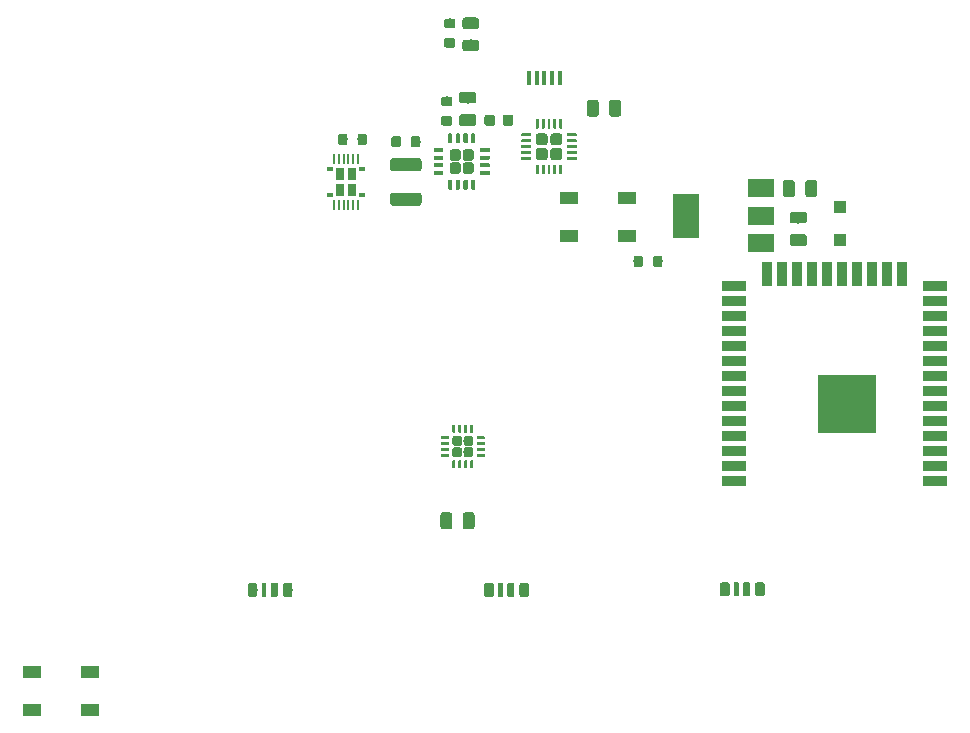
<source format=gbr>
G04 #@! TF.GenerationSoftware,KiCad,Pcbnew,5.0.2+dfsg1-1*
G04 #@! TF.CreationDate,2020-11-04T14:27:09+01:00*
G04 #@! TF.ProjectId,CoreSchematic,436f7265-5363-4686-956d-617469632e6b,rev?*
G04 #@! TF.SameCoordinates,Original*
G04 #@! TF.FileFunction,Paste,Top*
G04 #@! TF.FilePolarity,Positive*
%FSLAX46Y46*%
G04 Gerber Fmt 4.6, Leading zero omitted, Abs format (unit mm)*
G04 Created by KiCad (PCBNEW 5.0.2+dfsg1-1) date Wed 04 Nov 2020 14:27:09 CET*
%MOMM*%
%LPD*%
G01*
G04 APERTURE LIST*
%ADD10C,0.100000*%
%ADD11C,0.800000*%
%ADD12R,1.500000X1.000000*%
%ADD13C,0.600000*%
%ADD14C,0.400000*%
%ADD15C,0.900000*%
%ADD16C,1.125000*%
%ADD17C,0.250000*%
%ADD18C,0.820000*%
%ADD19C,1.000000*%
%ADD20R,0.450000X1.300000*%
%ADD21R,1.100000X1.100000*%
%ADD22C,0.975000*%
%ADD23C,1.010000*%
%ADD24C,0.350000*%
%ADD25C,0.954594*%
%ADD26R,0.200000X0.200000*%
%ADD27O,0.200000X0.850000*%
%ADD28R,0.775000X1.100000*%
%ADD29R,0.575000X0.400000*%
%ADD30R,2.000000X0.900000*%
%ADD31R,0.900000X2.000000*%
%ADD32R,5.000000X5.000000*%
%ADD33R,2.200000X1.500000*%
%ADD34R,2.200000X3.800000*%
G04 APERTURE END LIST*
D10*
G04 #@! TO.C,R105*
G36*
X162589603Y-74836963D02*
X162609018Y-74839843D01*
X162628057Y-74844612D01*
X162646537Y-74851224D01*
X162664279Y-74859616D01*
X162681114Y-74869706D01*
X162696879Y-74881398D01*
X162711421Y-74894579D01*
X162724602Y-74909121D01*
X162736294Y-74924886D01*
X162746384Y-74941721D01*
X162754776Y-74959463D01*
X162761388Y-74977943D01*
X162766157Y-74996982D01*
X162769037Y-75016397D01*
X162770000Y-75036000D01*
X162770000Y-75586000D01*
X162769037Y-75605603D01*
X162766157Y-75625018D01*
X162761388Y-75644057D01*
X162754776Y-75662537D01*
X162746384Y-75680279D01*
X162736294Y-75697114D01*
X162724602Y-75712879D01*
X162711421Y-75727421D01*
X162696879Y-75740602D01*
X162681114Y-75752294D01*
X162664279Y-75762384D01*
X162646537Y-75770776D01*
X162628057Y-75777388D01*
X162609018Y-75782157D01*
X162589603Y-75785037D01*
X162570000Y-75786000D01*
X162170000Y-75786000D01*
X162150397Y-75785037D01*
X162130982Y-75782157D01*
X162111943Y-75777388D01*
X162093463Y-75770776D01*
X162075721Y-75762384D01*
X162058886Y-75752294D01*
X162043121Y-75740602D01*
X162028579Y-75727421D01*
X162015398Y-75712879D01*
X162003706Y-75697114D01*
X161993616Y-75680279D01*
X161985224Y-75662537D01*
X161978612Y-75644057D01*
X161973843Y-75625018D01*
X161970963Y-75605603D01*
X161970000Y-75586000D01*
X161970000Y-75036000D01*
X161970963Y-75016397D01*
X161973843Y-74996982D01*
X161978612Y-74977943D01*
X161985224Y-74959463D01*
X161993616Y-74941721D01*
X162003706Y-74924886D01*
X162015398Y-74909121D01*
X162028579Y-74894579D01*
X162043121Y-74881398D01*
X162058886Y-74869706D01*
X162075721Y-74859616D01*
X162093463Y-74851224D01*
X162111943Y-74844612D01*
X162130982Y-74839843D01*
X162150397Y-74836963D01*
X162170000Y-74836000D01*
X162570000Y-74836000D01*
X162589603Y-74836963D01*
X162589603Y-74836963D01*
G37*
D11*
X162370000Y-75311000D03*
D10*
G36*
X164239603Y-74836963D02*
X164259018Y-74839843D01*
X164278057Y-74844612D01*
X164296537Y-74851224D01*
X164314279Y-74859616D01*
X164331114Y-74869706D01*
X164346879Y-74881398D01*
X164361421Y-74894579D01*
X164374602Y-74909121D01*
X164386294Y-74924886D01*
X164396384Y-74941721D01*
X164404776Y-74959463D01*
X164411388Y-74977943D01*
X164416157Y-74996982D01*
X164419037Y-75016397D01*
X164420000Y-75036000D01*
X164420000Y-75586000D01*
X164419037Y-75605603D01*
X164416157Y-75625018D01*
X164411388Y-75644057D01*
X164404776Y-75662537D01*
X164396384Y-75680279D01*
X164386294Y-75697114D01*
X164374602Y-75712879D01*
X164361421Y-75727421D01*
X164346879Y-75740602D01*
X164331114Y-75752294D01*
X164314279Y-75762384D01*
X164296537Y-75770776D01*
X164278057Y-75777388D01*
X164259018Y-75782157D01*
X164239603Y-75785037D01*
X164220000Y-75786000D01*
X163820000Y-75786000D01*
X163800397Y-75785037D01*
X163780982Y-75782157D01*
X163761943Y-75777388D01*
X163743463Y-75770776D01*
X163725721Y-75762384D01*
X163708886Y-75752294D01*
X163693121Y-75740602D01*
X163678579Y-75727421D01*
X163665398Y-75712879D01*
X163653706Y-75697114D01*
X163643616Y-75680279D01*
X163635224Y-75662537D01*
X163628612Y-75644057D01*
X163623843Y-75625018D01*
X163620963Y-75605603D01*
X163620000Y-75586000D01*
X163620000Y-75036000D01*
X163620963Y-75016397D01*
X163623843Y-74996982D01*
X163628612Y-74977943D01*
X163635224Y-74959463D01*
X163643616Y-74941721D01*
X163653706Y-74924886D01*
X163665398Y-74909121D01*
X163678579Y-74894579D01*
X163693121Y-74881398D01*
X163708886Y-74869706D01*
X163725721Y-74859616D01*
X163743463Y-74851224D01*
X163761943Y-74844612D01*
X163780982Y-74839843D01*
X163800397Y-74836963D01*
X163820000Y-74836000D01*
X164220000Y-74836000D01*
X164239603Y-74836963D01*
X164239603Y-74836963D01*
G37*
D11*
X164020000Y-75311000D03*
G04 #@! TD*
D12*
G04 #@! TO.C,D102*
X115937200Y-113258400D03*
X115937200Y-110058400D03*
X111037200Y-113258400D03*
X111037200Y-110058400D03*
G04 #@! TD*
D10*
G04 #@! TO.C,D103*
G36*
X131731903Y-102524722D02*
X131746464Y-102526882D01*
X131760743Y-102530459D01*
X131774603Y-102535418D01*
X131787910Y-102541712D01*
X131800536Y-102549280D01*
X131812359Y-102558048D01*
X131823266Y-102567934D01*
X131833152Y-102578841D01*
X131841920Y-102590664D01*
X131849488Y-102603290D01*
X131855782Y-102616597D01*
X131860741Y-102630457D01*
X131864318Y-102644736D01*
X131866478Y-102659297D01*
X131867200Y-102674000D01*
X131867200Y-103574000D01*
X131866478Y-103588703D01*
X131864318Y-103603264D01*
X131860741Y-103617543D01*
X131855782Y-103631403D01*
X131849488Y-103644710D01*
X131841920Y-103657336D01*
X131833152Y-103669159D01*
X131823266Y-103680066D01*
X131812359Y-103689952D01*
X131800536Y-103698720D01*
X131787910Y-103706288D01*
X131774603Y-103712582D01*
X131760743Y-103717541D01*
X131746464Y-103721118D01*
X131731903Y-103723278D01*
X131717200Y-103724000D01*
X131417200Y-103724000D01*
X131402497Y-103723278D01*
X131387936Y-103721118D01*
X131373657Y-103717541D01*
X131359797Y-103712582D01*
X131346490Y-103706288D01*
X131333864Y-103698720D01*
X131322041Y-103689952D01*
X131311134Y-103680066D01*
X131301248Y-103669159D01*
X131292480Y-103657336D01*
X131284912Y-103644710D01*
X131278618Y-103631403D01*
X131273659Y-103617543D01*
X131270082Y-103603264D01*
X131267922Y-103588703D01*
X131267200Y-103574000D01*
X131267200Y-102674000D01*
X131267922Y-102659297D01*
X131270082Y-102644736D01*
X131273659Y-102630457D01*
X131278618Y-102616597D01*
X131284912Y-102603290D01*
X131292480Y-102590664D01*
X131301248Y-102578841D01*
X131311134Y-102567934D01*
X131322041Y-102558048D01*
X131333864Y-102549280D01*
X131346490Y-102541712D01*
X131359797Y-102535418D01*
X131373657Y-102530459D01*
X131387936Y-102526882D01*
X131402497Y-102524722D01*
X131417200Y-102524000D01*
X131717200Y-102524000D01*
X131731903Y-102524722D01*
X131731903Y-102524722D01*
G37*
D13*
X131567200Y-103124000D03*
D10*
G36*
X130802002Y-102524482D02*
X130811709Y-102525921D01*
X130821228Y-102528306D01*
X130830468Y-102531612D01*
X130839340Y-102535808D01*
X130847757Y-102540853D01*
X130855639Y-102546699D01*
X130862911Y-102553289D01*
X130869501Y-102560561D01*
X130875347Y-102568443D01*
X130880392Y-102576860D01*
X130884588Y-102585732D01*
X130887894Y-102594972D01*
X130890279Y-102604491D01*
X130891718Y-102614198D01*
X130892200Y-102624000D01*
X130892200Y-103624000D01*
X130891718Y-103633802D01*
X130890279Y-103643509D01*
X130887894Y-103653028D01*
X130884588Y-103662268D01*
X130880392Y-103671140D01*
X130875347Y-103679557D01*
X130869501Y-103687439D01*
X130862911Y-103694711D01*
X130855639Y-103701301D01*
X130847757Y-103707147D01*
X130839340Y-103712192D01*
X130830468Y-103716388D01*
X130821228Y-103719694D01*
X130811709Y-103722079D01*
X130802002Y-103723518D01*
X130792200Y-103724000D01*
X130592200Y-103724000D01*
X130582398Y-103723518D01*
X130572691Y-103722079D01*
X130563172Y-103719694D01*
X130553932Y-103716388D01*
X130545060Y-103712192D01*
X130536643Y-103707147D01*
X130528761Y-103701301D01*
X130521489Y-103694711D01*
X130514899Y-103687439D01*
X130509053Y-103679557D01*
X130504008Y-103671140D01*
X130499812Y-103662268D01*
X130496506Y-103653028D01*
X130494121Y-103643509D01*
X130492682Y-103633802D01*
X130492200Y-103624000D01*
X130492200Y-102624000D01*
X130492682Y-102614198D01*
X130494121Y-102604491D01*
X130496506Y-102594972D01*
X130499812Y-102585732D01*
X130504008Y-102576860D01*
X130509053Y-102568443D01*
X130514899Y-102560561D01*
X130521489Y-102553289D01*
X130528761Y-102546699D01*
X130536643Y-102540853D01*
X130545060Y-102535808D01*
X130553932Y-102531612D01*
X130563172Y-102528306D01*
X130572691Y-102525921D01*
X130582398Y-102524482D01*
X130592200Y-102524000D01*
X130792200Y-102524000D01*
X130802002Y-102524482D01*
X130802002Y-102524482D01*
G37*
D14*
X130692200Y-103124000D03*
D10*
G36*
X132911803Y-102524963D02*
X132931218Y-102527843D01*
X132950257Y-102532612D01*
X132968737Y-102539224D01*
X132986479Y-102547616D01*
X133003314Y-102557706D01*
X133019079Y-102569398D01*
X133033621Y-102582579D01*
X133046802Y-102597121D01*
X133058494Y-102612886D01*
X133068584Y-102629721D01*
X133076976Y-102647463D01*
X133083588Y-102665943D01*
X133088357Y-102684982D01*
X133091237Y-102704397D01*
X133092200Y-102724000D01*
X133092200Y-103524000D01*
X133091237Y-103543603D01*
X133088357Y-103563018D01*
X133083588Y-103582057D01*
X133076976Y-103600537D01*
X133068584Y-103618279D01*
X133058494Y-103635114D01*
X133046802Y-103650879D01*
X133033621Y-103665421D01*
X133019079Y-103678602D01*
X133003314Y-103690294D01*
X132986479Y-103700384D01*
X132968737Y-103708776D01*
X132950257Y-103715388D01*
X132931218Y-103720157D01*
X132911803Y-103723037D01*
X132892200Y-103724000D01*
X132492200Y-103724000D01*
X132472597Y-103723037D01*
X132453182Y-103720157D01*
X132434143Y-103715388D01*
X132415663Y-103708776D01*
X132397921Y-103700384D01*
X132381086Y-103690294D01*
X132365321Y-103678602D01*
X132350779Y-103665421D01*
X132337598Y-103650879D01*
X132325906Y-103635114D01*
X132315816Y-103618279D01*
X132307424Y-103600537D01*
X132300812Y-103582057D01*
X132296043Y-103563018D01*
X132293163Y-103543603D01*
X132292200Y-103524000D01*
X132292200Y-102724000D01*
X132293163Y-102704397D01*
X132296043Y-102684982D01*
X132300812Y-102665943D01*
X132307424Y-102647463D01*
X132315816Y-102629721D01*
X132325906Y-102612886D01*
X132337598Y-102597121D01*
X132350779Y-102582579D01*
X132365321Y-102569398D01*
X132381086Y-102557706D01*
X132397921Y-102547616D01*
X132415663Y-102539224D01*
X132434143Y-102532612D01*
X132453182Y-102527843D01*
X132472597Y-102524963D01*
X132492200Y-102524000D01*
X132892200Y-102524000D01*
X132911803Y-102524963D01*
X132911803Y-102524963D01*
G37*
D11*
X132692200Y-103124000D03*
D10*
G36*
X129936803Y-102524963D02*
X129956218Y-102527843D01*
X129975257Y-102532612D01*
X129993737Y-102539224D01*
X130011479Y-102547616D01*
X130028314Y-102557706D01*
X130044079Y-102569398D01*
X130058621Y-102582579D01*
X130071802Y-102597121D01*
X130083494Y-102612886D01*
X130093584Y-102629721D01*
X130101976Y-102647463D01*
X130108588Y-102665943D01*
X130113357Y-102684982D01*
X130116237Y-102704397D01*
X130117200Y-102724000D01*
X130117200Y-103524000D01*
X130116237Y-103543603D01*
X130113357Y-103563018D01*
X130108588Y-103582057D01*
X130101976Y-103600537D01*
X130093584Y-103618279D01*
X130083494Y-103635114D01*
X130071802Y-103650879D01*
X130058621Y-103665421D01*
X130044079Y-103678602D01*
X130028314Y-103690294D01*
X130011479Y-103700384D01*
X129993737Y-103708776D01*
X129975257Y-103715388D01*
X129956218Y-103720157D01*
X129936803Y-103723037D01*
X129917200Y-103724000D01*
X129517200Y-103724000D01*
X129497597Y-103723037D01*
X129478182Y-103720157D01*
X129459143Y-103715388D01*
X129440663Y-103708776D01*
X129422921Y-103700384D01*
X129406086Y-103690294D01*
X129390321Y-103678602D01*
X129375779Y-103665421D01*
X129362598Y-103650879D01*
X129350906Y-103635114D01*
X129340816Y-103618279D01*
X129332424Y-103600537D01*
X129325812Y-103582057D01*
X129321043Y-103563018D01*
X129318163Y-103543603D01*
X129317200Y-103524000D01*
X129317200Y-102724000D01*
X129318163Y-102704397D01*
X129321043Y-102684982D01*
X129325812Y-102665943D01*
X129332424Y-102647463D01*
X129340816Y-102629721D01*
X129350906Y-102612886D01*
X129362598Y-102597121D01*
X129375779Y-102582579D01*
X129390321Y-102569398D01*
X129406086Y-102557706D01*
X129422921Y-102547616D01*
X129440663Y-102539224D01*
X129459143Y-102532612D01*
X129478182Y-102527843D01*
X129497597Y-102524963D01*
X129517200Y-102524000D01*
X129917200Y-102524000D01*
X129936803Y-102524963D01*
X129936803Y-102524963D01*
G37*
D11*
X129717200Y-103124000D03*
G04 #@! TD*
D10*
G04 #@! TO.C,D104*
G36*
X149952003Y-102524963D02*
X149971418Y-102527843D01*
X149990457Y-102532612D01*
X150008937Y-102539224D01*
X150026679Y-102547616D01*
X150043514Y-102557706D01*
X150059279Y-102569398D01*
X150073821Y-102582579D01*
X150087002Y-102597121D01*
X150098694Y-102612886D01*
X150108784Y-102629721D01*
X150117176Y-102647463D01*
X150123788Y-102665943D01*
X150128557Y-102684982D01*
X150131437Y-102704397D01*
X150132400Y-102724000D01*
X150132400Y-103524000D01*
X150131437Y-103543603D01*
X150128557Y-103563018D01*
X150123788Y-103582057D01*
X150117176Y-103600537D01*
X150108784Y-103618279D01*
X150098694Y-103635114D01*
X150087002Y-103650879D01*
X150073821Y-103665421D01*
X150059279Y-103678602D01*
X150043514Y-103690294D01*
X150026679Y-103700384D01*
X150008937Y-103708776D01*
X149990457Y-103715388D01*
X149971418Y-103720157D01*
X149952003Y-103723037D01*
X149932400Y-103724000D01*
X149532400Y-103724000D01*
X149512797Y-103723037D01*
X149493382Y-103720157D01*
X149474343Y-103715388D01*
X149455863Y-103708776D01*
X149438121Y-103700384D01*
X149421286Y-103690294D01*
X149405521Y-103678602D01*
X149390979Y-103665421D01*
X149377798Y-103650879D01*
X149366106Y-103635114D01*
X149356016Y-103618279D01*
X149347624Y-103600537D01*
X149341012Y-103582057D01*
X149336243Y-103563018D01*
X149333363Y-103543603D01*
X149332400Y-103524000D01*
X149332400Y-102724000D01*
X149333363Y-102704397D01*
X149336243Y-102684982D01*
X149341012Y-102665943D01*
X149347624Y-102647463D01*
X149356016Y-102629721D01*
X149366106Y-102612886D01*
X149377798Y-102597121D01*
X149390979Y-102582579D01*
X149405521Y-102569398D01*
X149421286Y-102557706D01*
X149438121Y-102547616D01*
X149455863Y-102539224D01*
X149474343Y-102532612D01*
X149493382Y-102527843D01*
X149512797Y-102524963D01*
X149532400Y-102524000D01*
X149932400Y-102524000D01*
X149952003Y-102524963D01*
X149952003Y-102524963D01*
G37*
D11*
X149732400Y-103124000D03*
D10*
G36*
X152927003Y-102524963D02*
X152946418Y-102527843D01*
X152965457Y-102532612D01*
X152983937Y-102539224D01*
X153001679Y-102547616D01*
X153018514Y-102557706D01*
X153034279Y-102569398D01*
X153048821Y-102582579D01*
X153062002Y-102597121D01*
X153073694Y-102612886D01*
X153083784Y-102629721D01*
X153092176Y-102647463D01*
X153098788Y-102665943D01*
X153103557Y-102684982D01*
X153106437Y-102704397D01*
X153107400Y-102724000D01*
X153107400Y-103524000D01*
X153106437Y-103543603D01*
X153103557Y-103563018D01*
X153098788Y-103582057D01*
X153092176Y-103600537D01*
X153083784Y-103618279D01*
X153073694Y-103635114D01*
X153062002Y-103650879D01*
X153048821Y-103665421D01*
X153034279Y-103678602D01*
X153018514Y-103690294D01*
X153001679Y-103700384D01*
X152983937Y-103708776D01*
X152965457Y-103715388D01*
X152946418Y-103720157D01*
X152927003Y-103723037D01*
X152907400Y-103724000D01*
X152507400Y-103724000D01*
X152487797Y-103723037D01*
X152468382Y-103720157D01*
X152449343Y-103715388D01*
X152430863Y-103708776D01*
X152413121Y-103700384D01*
X152396286Y-103690294D01*
X152380521Y-103678602D01*
X152365979Y-103665421D01*
X152352798Y-103650879D01*
X152341106Y-103635114D01*
X152331016Y-103618279D01*
X152322624Y-103600537D01*
X152316012Y-103582057D01*
X152311243Y-103563018D01*
X152308363Y-103543603D01*
X152307400Y-103524000D01*
X152307400Y-102724000D01*
X152308363Y-102704397D01*
X152311243Y-102684982D01*
X152316012Y-102665943D01*
X152322624Y-102647463D01*
X152331016Y-102629721D01*
X152341106Y-102612886D01*
X152352798Y-102597121D01*
X152365979Y-102582579D01*
X152380521Y-102569398D01*
X152396286Y-102557706D01*
X152413121Y-102547616D01*
X152430863Y-102539224D01*
X152449343Y-102532612D01*
X152468382Y-102527843D01*
X152487797Y-102524963D01*
X152507400Y-102524000D01*
X152907400Y-102524000D01*
X152927003Y-102524963D01*
X152927003Y-102524963D01*
G37*
D11*
X152707400Y-103124000D03*
D10*
G36*
X150817202Y-102524482D02*
X150826909Y-102525921D01*
X150836428Y-102528306D01*
X150845668Y-102531612D01*
X150854540Y-102535808D01*
X150862957Y-102540853D01*
X150870839Y-102546699D01*
X150878111Y-102553289D01*
X150884701Y-102560561D01*
X150890547Y-102568443D01*
X150895592Y-102576860D01*
X150899788Y-102585732D01*
X150903094Y-102594972D01*
X150905479Y-102604491D01*
X150906918Y-102614198D01*
X150907400Y-102624000D01*
X150907400Y-103624000D01*
X150906918Y-103633802D01*
X150905479Y-103643509D01*
X150903094Y-103653028D01*
X150899788Y-103662268D01*
X150895592Y-103671140D01*
X150890547Y-103679557D01*
X150884701Y-103687439D01*
X150878111Y-103694711D01*
X150870839Y-103701301D01*
X150862957Y-103707147D01*
X150854540Y-103712192D01*
X150845668Y-103716388D01*
X150836428Y-103719694D01*
X150826909Y-103722079D01*
X150817202Y-103723518D01*
X150807400Y-103724000D01*
X150607400Y-103724000D01*
X150597598Y-103723518D01*
X150587891Y-103722079D01*
X150578372Y-103719694D01*
X150569132Y-103716388D01*
X150560260Y-103712192D01*
X150551843Y-103707147D01*
X150543961Y-103701301D01*
X150536689Y-103694711D01*
X150530099Y-103687439D01*
X150524253Y-103679557D01*
X150519208Y-103671140D01*
X150515012Y-103662268D01*
X150511706Y-103653028D01*
X150509321Y-103643509D01*
X150507882Y-103633802D01*
X150507400Y-103624000D01*
X150507400Y-102624000D01*
X150507882Y-102614198D01*
X150509321Y-102604491D01*
X150511706Y-102594972D01*
X150515012Y-102585732D01*
X150519208Y-102576860D01*
X150524253Y-102568443D01*
X150530099Y-102560561D01*
X150536689Y-102553289D01*
X150543961Y-102546699D01*
X150551843Y-102540853D01*
X150560260Y-102535808D01*
X150569132Y-102531612D01*
X150578372Y-102528306D01*
X150587891Y-102525921D01*
X150597598Y-102524482D01*
X150607400Y-102524000D01*
X150807400Y-102524000D01*
X150817202Y-102524482D01*
X150817202Y-102524482D01*
G37*
D14*
X150707400Y-103124000D03*
D10*
G36*
X151747103Y-102524722D02*
X151761664Y-102526882D01*
X151775943Y-102530459D01*
X151789803Y-102535418D01*
X151803110Y-102541712D01*
X151815736Y-102549280D01*
X151827559Y-102558048D01*
X151838466Y-102567934D01*
X151848352Y-102578841D01*
X151857120Y-102590664D01*
X151864688Y-102603290D01*
X151870982Y-102616597D01*
X151875941Y-102630457D01*
X151879518Y-102644736D01*
X151881678Y-102659297D01*
X151882400Y-102674000D01*
X151882400Y-103574000D01*
X151881678Y-103588703D01*
X151879518Y-103603264D01*
X151875941Y-103617543D01*
X151870982Y-103631403D01*
X151864688Y-103644710D01*
X151857120Y-103657336D01*
X151848352Y-103669159D01*
X151838466Y-103680066D01*
X151827559Y-103689952D01*
X151815736Y-103698720D01*
X151803110Y-103706288D01*
X151789803Y-103712582D01*
X151775943Y-103717541D01*
X151761664Y-103721118D01*
X151747103Y-103723278D01*
X151732400Y-103724000D01*
X151432400Y-103724000D01*
X151417697Y-103723278D01*
X151403136Y-103721118D01*
X151388857Y-103717541D01*
X151374997Y-103712582D01*
X151361690Y-103706288D01*
X151349064Y-103698720D01*
X151337241Y-103689952D01*
X151326334Y-103680066D01*
X151316448Y-103669159D01*
X151307680Y-103657336D01*
X151300112Y-103644710D01*
X151293818Y-103631403D01*
X151288859Y-103617543D01*
X151285282Y-103603264D01*
X151283122Y-103588703D01*
X151282400Y-103574000D01*
X151282400Y-102674000D01*
X151283122Y-102659297D01*
X151285282Y-102644736D01*
X151288859Y-102630457D01*
X151293818Y-102616597D01*
X151300112Y-102603290D01*
X151307680Y-102590664D01*
X151316448Y-102578841D01*
X151326334Y-102567934D01*
X151337241Y-102558048D01*
X151349064Y-102549280D01*
X151361690Y-102541712D01*
X151374997Y-102535418D01*
X151388857Y-102530459D01*
X151403136Y-102526882D01*
X151417697Y-102524722D01*
X151432400Y-102524000D01*
X151732400Y-102524000D01*
X151747103Y-102524722D01*
X151747103Y-102524722D01*
G37*
D13*
X151582400Y-103124000D03*
G04 #@! TD*
D10*
G04 #@! TO.C,D105*
G36*
X171711503Y-102473922D02*
X171726064Y-102476082D01*
X171740343Y-102479659D01*
X171754203Y-102484618D01*
X171767510Y-102490912D01*
X171780136Y-102498480D01*
X171791959Y-102507248D01*
X171802866Y-102517134D01*
X171812752Y-102528041D01*
X171821520Y-102539864D01*
X171829088Y-102552490D01*
X171835382Y-102565797D01*
X171840341Y-102579657D01*
X171843918Y-102593936D01*
X171846078Y-102608497D01*
X171846800Y-102623200D01*
X171846800Y-103523200D01*
X171846078Y-103537903D01*
X171843918Y-103552464D01*
X171840341Y-103566743D01*
X171835382Y-103580603D01*
X171829088Y-103593910D01*
X171821520Y-103606536D01*
X171812752Y-103618359D01*
X171802866Y-103629266D01*
X171791959Y-103639152D01*
X171780136Y-103647920D01*
X171767510Y-103655488D01*
X171754203Y-103661782D01*
X171740343Y-103666741D01*
X171726064Y-103670318D01*
X171711503Y-103672478D01*
X171696800Y-103673200D01*
X171396800Y-103673200D01*
X171382097Y-103672478D01*
X171367536Y-103670318D01*
X171353257Y-103666741D01*
X171339397Y-103661782D01*
X171326090Y-103655488D01*
X171313464Y-103647920D01*
X171301641Y-103639152D01*
X171290734Y-103629266D01*
X171280848Y-103618359D01*
X171272080Y-103606536D01*
X171264512Y-103593910D01*
X171258218Y-103580603D01*
X171253259Y-103566743D01*
X171249682Y-103552464D01*
X171247522Y-103537903D01*
X171246800Y-103523200D01*
X171246800Y-102623200D01*
X171247522Y-102608497D01*
X171249682Y-102593936D01*
X171253259Y-102579657D01*
X171258218Y-102565797D01*
X171264512Y-102552490D01*
X171272080Y-102539864D01*
X171280848Y-102528041D01*
X171290734Y-102517134D01*
X171301641Y-102507248D01*
X171313464Y-102498480D01*
X171326090Y-102490912D01*
X171339397Y-102484618D01*
X171353257Y-102479659D01*
X171367536Y-102476082D01*
X171382097Y-102473922D01*
X171396800Y-102473200D01*
X171696800Y-102473200D01*
X171711503Y-102473922D01*
X171711503Y-102473922D01*
G37*
D13*
X171546800Y-103073200D03*
D10*
G36*
X170781602Y-102473682D02*
X170791309Y-102475121D01*
X170800828Y-102477506D01*
X170810068Y-102480812D01*
X170818940Y-102485008D01*
X170827357Y-102490053D01*
X170835239Y-102495899D01*
X170842511Y-102502489D01*
X170849101Y-102509761D01*
X170854947Y-102517643D01*
X170859992Y-102526060D01*
X170864188Y-102534932D01*
X170867494Y-102544172D01*
X170869879Y-102553691D01*
X170871318Y-102563398D01*
X170871800Y-102573200D01*
X170871800Y-103573200D01*
X170871318Y-103583002D01*
X170869879Y-103592709D01*
X170867494Y-103602228D01*
X170864188Y-103611468D01*
X170859992Y-103620340D01*
X170854947Y-103628757D01*
X170849101Y-103636639D01*
X170842511Y-103643911D01*
X170835239Y-103650501D01*
X170827357Y-103656347D01*
X170818940Y-103661392D01*
X170810068Y-103665588D01*
X170800828Y-103668894D01*
X170791309Y-103671279D01*
X170781602Y-103672718D01*
X170771800Y-103673200D01*
X170571800Y-103673200D01*
X170561998Y-103672718D01*
X170552291Y-103671279D01*
X170542772Y-103668894D01*
X170533532Y-103665588D01*
X170524660Y-103661392D01*
X170516243Y-103656347D01*
X170508361Y-103650501D01*
X170501089Y-103643911D01*
X170494499Y-103636639D01*
X170488653Y-103628757D01*
X170483608Y-103620340D01*
X170479412Y-103611468D01*
X170476106Y-103602228D01*
X170473721Y-103592709D01*
X170472282Y-103583002D01*
X170471800Y-103573200D01*
X170471800Y-102573200D01*
X170472282Y-102563398D01*
X170473721Y-102553691D01*
X170476106Y-102544172D01*
X170479412Y-102534932D01*
X170483608Y-102526060D01*
X170488653Y-102517643D01*
X170494499Y-102509761D01*
X170501089Y-102502489D01*
X170508361Y-102495899D01*
X170516243Y-102490053D01*
X170524660Y-102485008D01*
X170533532Y-102480812D01*
X170542772Y-102477506D01*
X170552291Y-102475121D01*
X170561998Y-102473682D01*
X170571800Y-102473200D01*
X170771800Y-102473200D01*
X170781602Y-102473682D01*
X170781602Y-102473682D01*
G37*
D14*
X170671800Y-103073200D03*
D10*
G36*
X172891403Y-102474163D02*
X172910818Y-102477043D01*
X172929857Y-102481812D01*
X172948337Y-102488424D01*
X172966079Y-102496816D01*
X172982914Y-102506906D01*
X172998679Y-102518598D01*
X173013221Y-102531779D01*
X173026402Y-102546321D01*
X173038094Y-102562086D01*
X173048184Y-102578921D01*
X173056576Y-102596663D01*
X173063188Y-102615143D01*
X173067957Y-102634182D01*
X173070837Y-102653597D01*
X173071800Y-102673200D01*
X173071800Y-103473200D01*
X173070837Y-103492803D01*
X173067957Y-103512218D01*
X173063188Y-103531257D01*
X173056576Y-103549737D01*
X173048184Y-103567479D01*
X173038094Y-103584314D01*
X173026402Y-103600079D01*
X173013221Y-103614621D01*
X172998679Y-103627802D01*
X172982914Y-103639494D01*
X172966079Y-103649584D01*
X172948337Y-103657976D01*
X172929857Y-103664588D01*
X172910818Y-103669357D01*
X172891403Y-103672237D01*
X172871800Y-103673200D01*
X172471800Y-103673200D01*
X172452197Y-103672237D01*
X172432782Y-103669357D01*
X172413743Y-103664588D01*
X172395263Y-103657976D01*
X172377521Y-103649584D01*
X172360686Y-103639494D01*
X172344921Y-103627802D01*
X172330379Y-103614621D01*
X172317198Y-103600079D01*
X172305506Y-103584314D01*
X172295416Y-103567479D01*
X172287024Y-103549737D01*
X172280412Y-103531257D01*
X172275643Y-103512218D01*
X172272763Y-103492803D01*
X172271800Y-103473200D01*
X172271800Y-102673200D01*
X172272763Y-102653597D01*
X172275643Y-102634182D01*
X172280412Y-102615143D01*
X172287024Y-102596663D01*
X172295416Y-102578921D01*
X172305506Y-102562086D01*
X172317198Y-102546321D01*
X172330379Y-102531779D01*
X172344921Y-102518598D01*
X172360686Y-102506906D01*
X172377521Y-102496816D01*
X172395263Y-102488424D01*
X172413743Y-102481812D01*
X172432782Y-102477043D01*
X172452197Y-102474163D01*
X172471800Y-102473200D01*
X172871800Y-102473200D01*
X172891403Y-102474163D01*
X172891403Y-102474163D01*
G37*
D11*
X172671800Y-103073200D03*
D10*
G36*
X169916403Y-102474163D02*
X169935818Y-102477043D01*
X169954857Y-102481812D01*
X169973337Y-102488424D01*
X169991079Y-102496816D01*
X170007914Y-102506906D01*
X170023679Y-102518598D01*
X170038221Y-102531779D01*
X170051402Y-102546321D01*
X170063094Y-102562086D01*
X170073184Y-102578921D01*
X170081576Y-102596663D01*
X170088188Y-102615143D01*
X170092957Y-102634182D01*
X170095837Y-102653597D01*
X170096800Y-102673200D01*
X170096800Y-103473200D01*
X170095837Y-103492803D01*
X170092957Y-103512218D01*
X170088188Y-103531257D01*
X170081576Y-103549737D01*
X170073184Y-103567479D01*
X170063094Y-103584314D01*
X170051402Y-103600079D01*
X170038221Y-103614621D01*
X170023679Y-103627802D01*
X170007914Y-103639494D01*
X169991079Y-103649584D01*
X169973337Y-103657976D01*
X169954857Y-103664588D01*
X169935818Y-103669357D01*
X169916403Y-103672237D01*
X169896800Y-103673200D01*
X169496800Y-103673200D01*
X169477197Y-103672237D01*
X169457782Y-103669357D01*
X169438743Y-103664588D01*
X169420263Y-103657976D01*
X169402521Y-103649584D01*
X169385686Y-103639494D01*
X169369921Y-103627802D01*
X169355379Y-103614621D01*
X169342198Y-103600079D01*
X169330506Y-103584314D01*
X169320416Y-103567479D01*
X169312024Y-103549737D01*
X169305412Y-103531257D01*
X169300643Y-103512218D01*
X169297763Y-103492803D01*
X169296800Y-103473200D01*
X169296800Y-102673200D01*
X169297763Y-102653597D01*
X169300643Y-102634182D01*
X169305412Y-102615143D01*
X169312024Y-102596663D01*
X169320416Y-102578921D01*
X169330506Y-102562086D01*
X169342198Y-102546321D01*
X169355379Y-102531779D01*
X169369921Y-102518598D01*
X169385686Y-102506906D01*
X169402521Y-102496816D01*
X169420263Y-102488424D01*
X169438743Y-102481812D01*
X169457782Y-102477043D01*
X169477197Y-102474163D01*
X169496800Y-102473200D01*
X169896800Y-102473200D01*
X169916403Y-102474163D01*
X169916403Y-102474163D01*
G37*
D11*
X169696800Y-103073200D03*
G04 #@! TD*
D10*
G04 #@! TO.C,C203*
G36*
X150043254Y-62873683D02*
X150065095Y-62876923D01*
X150086514Y-62882288D01*
X150107304Y-62889727D01*
X150127264Y-62899168D01*
X150146203Y-62910519D01*
X150163938Y-62923673D01*
X150180299Y-62938501D01*
X150195127Y-62954862D01*
X150208281Y-62972597D01*
X150219632Y-62991536D01*
X150229073Y-63011496D01*
X150236512Y-63032286D01*
X150241877Y-63053705D01*
X150245117Y-63075546D01*
X150246200Y-63097600D01*
X150246200Y-63597600D01*
X150245117Y-63619654D01*
X150241877Y-63641495D01*
X150236512Y-63662914D01*
X150229073Y-63683704D01*
X150219632Y-63703664D01*
X150208281Y-63722603D01*
X150195127Y-63740338D01*
X150180299Y-63756699D01*
X150163938Y-63771527D01*
X150146203Y-63784681D01*
X150127264Y-63796032D01*
X150107304Y-63805473D01*
X150086514Y-63812912D01*
X150065095Y-63818277D01*
X150043254Y-63821517D01*
X150021200Y-63822600D01*
X149571200Y-63822600D01*
X149549146Y-63821517D01*
X149527305Y-63818277D01*
X149505886Y-63812912D01*
X149485096Y-63805473D01*
X149465136Y-63796032D01*
X149446197Y-63784681D01*
X149428462Y-63771527D01*
X149412101Y-63756699D01*
X149397273Y-63740338D01*
X149384119Y-63722603D01*
X149372768Y-63703664D01*
X149363327Y-63683704D01*
X149355888Y-63662914D01*
X149350523Y-63641495D01*
X149347283Y-63619654D01*
X149346200Y-63597600D01*
X149346200Y-63097600D01*
X149347283Y-63075546D01*
X149350523Y-63053705D01*
X149355888Y-63032286D01*
X149363327Y-63011496D01*
X149372768Y-62991536D01*
X149384119Y-62972597D01*
X149397273Y-62954862D01*
X149412101Y-62938501D01*
X149428462Y-62923673D01*
X149446197Y-62910519D01*
X149465136Y-62899168D01*
X149485096Y-62889727D01*
X149505886Y-62882288D01*
X149527305Y-62876923D01*
X149549146Y-62873683D01*
X149571200Y-62872600D01*
X150021200Y-62872600D01*
X150043254Y-62873683D01*
X150043254Y-62873683D01*
G37*
D15*
X149796200Y-63347600D03*
D10*
G36*
X151593254Y-62873683D02*
X151615095Y-62876923D01*
X151636514Y-62882288D01*
X151657304Y-62889727D01*
X151677264Y-62899168D01*
X151696203Y-62910519D01*
X151713938Y-62923673D01*
X151730299Y-62938501D01*
X151745127Y-62954862D01*
X151758281Y-62972597D01*
X151769632Y-62991536D01*
X151779073Y-63011496D01*
X151786512Y-63032286D01*
X151791877Y-63053705D01*
X151795117Y-63075546D01*
X151796200Y-63097600D01*
X151796200Y-63597600D01*
X151795117Y-63619654D01*
X151791877Y-63641495D01*
X151786512Y-63662914D01*
X151779073Y-63683704D01*
X151769632Y-63703664D01*
X151758281Y-63722603D01*
X151745127Y-63740338D01*
X151730299Y-63756699D01*
X151713938Y-63771527D01*
X151696203Y-63784681D01*
X151677264Y-63796032D01*
X151657304Y-63805473D01*
X151636514Y-63812912D01*
X151615095Y-63818277D01*
X151593254Y-63821517D01*
X151571200Y-63822600D01*
X151121200Y-63822600D01*
X151099146Y-63821517D01*
X151077305Y-63818277D01*
X151055886Y-63812912D01*
X151035096Y-63805473D01*
X151015136Y-63796032D01*
X150996197Y-63784681D01*
X150978462Y-63771527D01*
X150962101Y-63756699D01*
X150947273Y-63740338D01*
X150934119Y-63722603D01*
X150922768Y-63703664D01*
X150913327Y-63683704D01*
X150905888Y-63662914D01*
X150900523Y-63641495D01*
X150897283Y-63619654D01*
X150896200Y-63597600D01*
X150896200Y-63097600D01*
X150897283Y-63075546D01*
X150900523Y-63053705D01*
X150905888Y-63032286D01*
X150913327Y-63011496D01*
X150922768Y-62991536D01*
X150934119Y-62972597D01*
X150947273Y-62954862D01*
X150962101Y-62938501D01*
X150978462Y-62923673D01*
X150996197Y-62910519D01*
X151015136Y-62899168D01*
X151035096Y-62889727D01*
X151055886Y-62882288D01*
X151077305Y-62876923D01*
X151099146Y-62873683D01*
X151121200Y-62872600D01*
X151571200Y-62872600D01*
X151593254Y-62873683D01*
X151593254Y-62873683D01*
G37*
D15*
X151346200Y-63347600D03*
G04 #@! TD*
D10*
G04 #@! TO.C,R303*
G36*
X143796705Y-66556204D02*
X143820973Y-66559804D01*
X143844772Y-66565765D01*
X143867871Y-66574030D01*
X143890050Y-66584520D01*
X143911093Y-66597132D01*
X143930799Y-66611747D01*
X143948977Y-66628223D01*
X143965453Y-66646401D01*
X143980068Y-66666107D01*
X143992680Y-66687150D01*
X144003170Y-66709329D01*
X144011435Y-66732428D01*
X144017396Y-66756227D01*
X144020996Y-66780495D01*
X144022200Y-66804999D01*
X144022200Y-67430001D01*
X144020996Y-67454505D01*
X144017396Y-67478773D01*
X144011435Y-67502572D01*
X144003170Y-67525671D01*
X143992680Y-67547850D01*
X143980068Y-67568893D01*
X143965453Y-67588599D01*
X143948977Y-67606777D01*
X143930799Y-67623253D01*
X143911093Y-67637868D01*
X143890050Y-67650480D01*
X143867871Y-67660970D01*
X143844772Y-67669235D01*
X143820973Y-67675196D01*
X143796705Y-67678796D01*
X143772201Y-67680000D01*
X141622199Y-67680000D01*
X141597695Y-67678796D01*
X141573427Y-67675196D01*
X141549628Y-67669235D01*
X141526529Y-67660970D01*
X141504350Y-67650480D01*
X141483307Y-67637868D01*
X141463601Y-67623253D01*
X141445423Y-67606777D01*
X141428947Y-67588599D01*
X141414332Y-67568893D01*
X141401720Y-67547850D01*
X141391230Y-67525671D01*
X141382965Y-67502572D01*
X141377004Y-67478773D01*
X141373404Y-67454505D01*
X141372200Y-67430001D01*
X141372200Y-66804999D01*
X141373404Y-66780495D01*
X141377004Y-66756227D01*
X141382965Y-66732428D01*
X141391230Y-66709329D01*
X141401720Y-66687150D01*
X141414332Y-66666107D01*
X141428947Y-66646401D01*
X141445423Y-66628223D01*
X141463601Y-66611747D01*
X141483307Y-66597132D01*
X141504350Y-66584520D01*
X141526529Y-66574030D01*
X141549628Y-66565765D01*
X141573427Y-66559804D01*
X141597695Y-66556204D01*
X141622199Y-66555000D01*
X143772201Y-66555000D01*
X143796705Y-66556204D01*
X143796705Y-66556204D01*
G37*
D16*
X142697200Y-67117500D03*
D10*
G36*
X143796705Y-69481204D02*
X143820973Y-69484804D01*
X143844772Y-69490765D01*
X143867871Y-69499030D01*
X143890050Y-69509520D01*
X143911093Y-69522132D01*
X143930799Y-69536747D01*
X143948977Y-69553223D01*
X143965453Y-69571401D01*
X143980068Y-69591107D01*
X143992680Y-69612150D01*
X144003170Y-69634329D01*
X144011435Y-69657428D01*
X144017396Y-69681227D01*
X144020996Y-69705495D01*
X144022200Y-69729999D01*
X144022200Y-70355001D01*
X144020996Y-70379505D01*
X144017396Y-70403773D01*
X144011435Y-70427572D01*
X144003170Y-70450671D01*
X143992680Y-70472850D01*
X143980068Y-70493893D01*
X143965453Y-70513599D01*
X143948977Y-70531777D01*
X143930799Y-70548253D01*
X143911093Y-70562868D01*
X143890050Y-70575480D01*
X143867871Y-70585970D01*
X143844772Y-70594235D01*
X143820973Y-70600196D01*
X143796705Y-70603796D01*
X143772201Y-70605000D01*
X141622199Y-70605000D01*
X141597695Y-70603796D01*
X141573427Y-70600196D01*
X141549628Y-70594235D01*
X141526529Y-70585970D01*
X141504350Y-70575480D01*
X141483307Y-70562868D01*
X141463601Y-70548253D01*
X141445423Y-70531777D01*
X141428947Y-70513599D01*
X141414332Y-70493893D01*
X141401720Y-70472850D01*
X141391230Y-70450671D01*
X141382965Y-70427572D01*
X141377004Y-70403773D01*
X141373404Y-70379505D01*
X141372200Y-70355001D01*
X141372200Y-69729999D01*
X141373404Y-69705495D01*
X141377004Y-69681227D01*
X141382965Y-69657428D01*
X141391230Y-69634329D01*
X141401720Y-69612150D01*
X141414332Y-69591107D01*
X141428947Y-69571401D01*
X141445423Y-69553223D01*
X141463601Y-69536747D01*
X141483307Y-69522132D01*
X141504350Y-69509520D01*
X141526529Y-69499030D01*
X141549628Y-69490765D01*
X141573427Y-69484804D01*
X141597695Y-69481204D01*
X141622199Y-69480000D01*
X143772201Y-69480000D01*
X143796705Y-69481204D01*
X143796705Y-69481204D01*
G37*
D16*
X142697200Y-70042500D03*
G04 #@! TD*
D10*
G04 #@! TO.C,AMP101*
G36*
X149304126Y-91608101D02*
X149310193Y-91609001D01*
X149316143Y-91610491D01*
X149321918Y-91612558D01*
X149327462Y-91615180D01*
X149332723Y-91618333D01*
X149337650Y-91621987D01*
X149342194Y-91626106D01*
X149346313Y-91630650D01*
X149349967Y-91635577D01*
X149353120Y-91640838D01*
X149355742Y-91646382D01*
X149357809Y-91652157D01*
X149359299Y-91658107D01*
X149360199Y-91664174D01*
X149360500Y-91670300D01*
X149360500Y-91795300D01*
X149360199Y-91801426D01*
X149359299Y-91807493D01*
X149357809Y-91813443D01*
X149355742Y-91819218D01*
X149353120Y-91824762D01*
X149349967Y-91830023D01*
X149346313Y-91834950D01*
X149342194Y-91839494D01*
X149337650Y-91843613D01*
X149332723Y-91847267D01*
X149327462Y-91850420D01*
X149321918Y-91853042D01*
X149316143Y-91855109D01*
X149310193Y-91856599D01*
X149304126Y-91857499D01*
X149298000Y-91857800D01*
X148748000Y-91857800D01*
X148741874Y-91857499D01*
X148735807Y-91856599D01*
X148729857Y-91855109D01*
X148724082Y-91853042D01*
X148718538Y-91850420D01*
X148713277Y-91847267D01*
X148708350Y-91843613D01*
X148703806Y-91839494D01*
X148699687Y-91834950D01*
X148696033Y-91830023D01*
X148692880Y-91824762D01*
X148690258Y-91819218D01*
X148688191Y-91813443D01*
X148686701Y-91807493D01*
X148685801Y-91801426D01*
X148685500Y-91795300D01*
X148685500Y-91670300D01*
X148685801Y-91664174D01*
X148686701Y-91658107D01*
X148688191Y-91652157D01*
X148690258Y-91646382D01*
X148692880Y-91640838D01*
X148696033Y-91635577D01*
X148699687Y-91630650D01*
X148703806Y-91626106D01*
X148708350Y-91621987D01*
X148713277Y-91618333D01*
X148718538Y-91615180D01*
X148724082Y-91612558D01*
X148729857Y-91610491D01*
X148735807Y-91609001D01*
X148741874Y-91608101D01*
X148748000Y-91607800D01*
X149298000Y-91607800D01*
X149304126Y-91608101D01*
X149304126Y-91608101D01*
G37*
D17*
X149023000Y-91732800D03*
D10*
G36*
X149304126Y-91108101D02*
X149310193Y-91109001D01*
X149316143Y-91110491D01*
X149321918Y-91112558D01*
X149327462Y-91115180D01*
X149332723Y-91118333D01*
X149337650Y-91121987D01*
X149342194Y-91126106D01*
X149346313Y-91130650D01*
X149349967Y-91135577D01*
X149353120Y-91140838D01*
X149355742Y-91146382D01*
X149357809Y-91152157D01*
X149359299Y-91158107D01*
X149360199Y-91164174D01*
X149360500Y-91170300D01*
X149360500Y-91295300D01*
X149360199Y-91301426D01*
X149359299Y-91307493D01*
X149357809Y-91313443D01*
X149355742Y-91319218D01*
X149353120Y-91324762D01*
X149349967Y-91330023D01*
X149346313Y-91334950D01*
X149342194Y-91339494D01*
X149337650Y-91343613D01*
X149332723Y-91347267D01*
X149327462Y-91350420D01*
X149321918Y-91353042D01*
X149316143Y-91355109D01*
X149310193Y-91356599D01*
X149304126Y-91357499D01*
X149298000Y-91357800D01*
X148748000Y-91357800D01*
X148741874Y-91357499D01*
X148735807Y-91356599D01*
X148729857Y-91355109D01*
X148724082Y-91353042D01*
X148718538Y-91350420D01*
X148713277Y-91347267D01*
X148708350Y-91343613D01*
X148703806Y-91339494D01*
X148699687Y-91334950D01*
X148696033Y-91330023D01*
X148692880Y-91324762D01*
X148690258Y-91319218D01*
X148688191Y-91313443D01*
X148686701Y-91307493D01*
X148685801Y-91301426D01*
X148685500Y-91295300D01*
X148685500Y-91170300D01*
X148685801Y-91164174D01*
X148686701Y-91158107D01*
X148688191Y-91152157D01*
X148690258Y-91146382D01*
X148692880Y-91140838D01*
X148696033Y-91135577D01*
X148699687Y-91130650D01*
X148703806Y-91126106D01*
X148708350Y-91121987D01*
X148713277Y-91118333D01*
X148718538Y-91115180D01*
X148724082Y-91112558D01*
X148729857Y-91110491D01*
X148735807Y-91109001D01*
X148741874Y-91108101D01*
X148748000Y-91107800D01*
X149298000Y-91107800D01*
X149304126Y-91108101D01*
X149304126Y-91108101D01*
G37*
D17*
X149023000Y-91232800D03*
D10*
G36*
X149304126Y-90608101D02*
X149310193Y-90609001D01*
X149316143Y-90610491D01*
X149321918Y-90612558D01*
X149327462Y-90615180D01*
X149332723Y-90618333D01*
X149337650Y-90621987D01*
X149342194Y-90626106D01*
X149346313Y-90630650D01*
X149349967Y-90635577D01*
X149353120Y-90640838D01*
X149355742Y-90646382D01*
X149357809Y-90652157D01*
X149359299Y-90658107D01*
X149360199Y-90664174D01*
X149360500Y-90670300D01*
X149360500Y-90795300D01*
X149360199Y-90801426D01*
X149359299Y-90807493D01*
X149357809Y-90813443D01*
X149355742Y-90819218D01*
X149353120Y-90824762D01*
X149349967Y-90830023D01*
X149346313Y-90834950D01*
X149342194Y-90839494D01*
X149337650Y-90843613D01*
X149332723Y-90847267D01*
X149327462Y-90850420D01*
X149321918Y-90853042D01*
X149316143Y-90855109D01*
X149310193Y-90856599D01*
X149304126Y-90857499D01*
X149298000Y-90857800D01*
X148748000Y-90857800D01*
X148741874Y-90857499D01*
X148735807Y-90856599D01*
X148729857Y-90855109D01*
X148724082Y-90853042D01*
X148718538Y-90850420D01*
X148713277Y-90847267D01*
X148708350Y-90843613D01*
X148703806Y-90839494D01*
X148699687Y-90834950D01*
X148696033Y-90830023D01*
X148692880Y-90824762D01*
X148690258Y-90819218D01*
X148688191Y-90813443D01*
X148686701Y-90807493D01*
X148685801Y-90801426D01*
X148685500Y-90795300D01*
X148685500Y-90670300D01*
X148685801Y-90664174D01*
X148686701Y-90658107D01*
X148688191Y-90652157D01*
X148690258Y-90646382D01*
X148692880Y-90640838D01*
X148696033Y-90635577D01*
X148699687Y-90630650D01*
X148703806Y-90626106D01*
X148708350Y-90621987D01*
X148713277Y-90618333D01*
X148718538Y-90615180D01*
X148724082Y-90612558D01*
X148729857Y-90610491D01*
X148735807Y-90609001D01*
X148741874Y-90608101D01*
X148748000Y-90607800D01*
X149298000Y-90607800D01*
X149304126Y-90608101D01*
X149304126Y-90608101D01*
G37*
D17*
X149023000Y-90732800D03*
D10*
G36*
X149304126Y-90108101D02*
X149310193Y-90109001D01*
X149316143Y-90110491D01*
X149321918Y-90112558D01*
X149327462Y-90115180D01*
X149332723Y-90118333D01*
X149337650Y-90121987D01*
X149342194Y-90126106D01*
X149346313Y-90130650D01*
X149349967Y-90135577D01*
X149353120Y-90140838D01*
X149355742Y-90146382D01*
X149357809Y-90152157D01*
X149359299Y-90158107D01*
X149360199Y-90164174D01*
X149360500Y-90170300D01*
X149360500Y-90295300D01*
X149360199Y-90301426D01*
X149359299Y-90307493D01*
X149357809Y-90313443D01*
X149355742Y-90319218D01*
X149353120Y-90324762D01*
X149349967Y-90330023D01*
X149346313Y-90334950D01*
X149342194Y-90339494D01*
X149337650Y-90343613D01*
X149332723Y-90347267D01*
X149327462Y-90350420D01*
X149321918Y-90353042D01*
X149316143Y-90355109D01*
X149310193Y-90356599D01*
X149304126Y-90357499D01*
X149298000Y-90357800D01*
X148748000Y-90357800D01*
X148741874Y-90357499D01*
X148735807Y-90356599D01*
X148729857Y-90355109D01*
X148724082Y-90353042D01*
X148718538Y-90350420D01*
X148713277Y-90347267D01*
X148708350Y-90343613D01*
X148703806Y-90339494D01*
X148699687Y-90334950D01*
X148696033Y-90330023D01*
X148692880Y-90324762D01*
X148690258Y-90319218D01*
X148688191Y-90313443D01*
X148686701Y-90307493D01*
X148685801Y-90301426D01*
X148685500Y-90295300D01*
X148685500Y-90170300D01*
X148685801Y-90164174D01*
X148686701Y-90158107D01*
X148688191Y-90152157D01*
X148690258Y-90146382D01*
X148692880Y-90140838D01*
X148696033Y-90135577D01*
X148699687Y-90130650D01*
X148703806Y-90126106D01*
X148708350Y-90121987D01*
X148713277Y-90118333D01*
X148718538Y-90115180D01*
X148724082Y-90112558D01*
X148729857Y-90110491D01*
X148735807Y-90109001D01*
X148741874Y-90108101D01*
X148748000Y-90107800D01*
X149298000Y-90107800D01*
X149304126Y-90108101D01*
X149304126Y-90108101D01*
G37*
D17*
X149023000Y-90232800D03*
D10*
G36*
X148329126Y-89133101D02*
X148335193Y-89134001D01*
X148341143Y-89135491D01*
X148346918Y-89137558D01*
X148352462Y-89140180D01*
X148357723Y-89143333D01*
X148362650Y-89146987D01*
X148367194Y-89151106D01*
X148371313Y-89155650D01*
X148374967Y-89160577D01*
X148378120Y-89165838D01*
X148380742Y-89171382D01*
X148382809Y-89177157D01*
X148384299Y-89183107D01*
X148385199Y-89189174D01*
X148385500Y-89195300D01*
X148385500Y-89745300D01*
X148385199Y-89751426D01*
X148384299Y-89757493D01*
X148382809Y-89763443D01*
X148380742Y-89769218D01*
X148378120Y-89774762D01*
X148374967Y-89780023D01*
X148371313Y-89784950D01*
X148367194Y-89789494D01*
X148362650Y-89793613D01*
X148357723Y-89797267D01*
X148352462Y-89800420D01*
X148346918Y-89803042D01*
X148341143Y-89805109D01*
X148335193Y-89806599D01*
X148329126Y-89807499D01*
X148323000Y-89807800D01*
X148198000Y-89807800D01*
X148191874Y-89807499D01*
X148185807Y-89806599D01*
X148179857Y-89805109D01*
X148174082Y-89803042D01*
X148168538Y-89800420D01*
X148163277Y-89797267D01*
X148158350Y-89793613D01*
X148153806Y-89789494D01*
X148149687Y-89784950D01*
X148146033Y-89780023D01*
X148142880Y-89774762D01*
X148140258Y-89769218D01*
X148138191Y-89763443D01*
X148136701Y-89757493D01*
X148135801Y-89751426D01*
X148135500Y-89745300D01*
X148135500Y-89195300D01*
X148135801Y-89189174D01*
X148136701Y-89183107D01*
X148138191Y-89177157D01*
X148140258Y-89171382D01*
X148142880Y-89165838D01*
X148146033Y-89160577D01*
X148149687Y-89155650D01*
X148153806Y-89151106D01*
X148158350Y-89146987D01*
X148163277Y-89143333D01*
X148168538Y-89140180D01*
X148174082Y-89137558D01*
X148179857Y-89135491D01*
X148185807Y-89134001D01*
X148191874Y-89133101D01*
X148198000Y-89132800D01*
X148323000Y-89132800D01*
X148329126Y-89133101D01*
X148329126Y-89133101D01*
G37*
D17*
X148260500Y-89470300D03*
D10*
G36*
X147829126Y-89133101D02*
X147835193Y-89134001D01*
X147841143Y-89135491D01*
X147846918Y-89137558D01*
X147852462Y-89140180D01*
X147857723Y-89143333D01*
X147862650Y-89146987D01*
X147867194Y-89151106D01*
X147871313Y-89155650D01*
X147874967Y-89160577D01*
X147878120Y-89165838D01*
X147880742Y-89171382D01*
X147882809Y-89177157D01*
X147884299Y-89183107D01*
X147885199Y-89189174D01*
X147885500Y-89195300D01*
X147885500Y-89745300D01*
X147885199Y-89751426D01*
X147884299Y-89757493D01*
X147882809Y-89763443D01*
X147880742Y-89769218D01*
X147878120Y-89774762D01*
X147874967Y-89780023D01*
X147871313Y-89784950D01*
X147867194Y-89789494D01*
X147862650Y-89793613D01*
X147857723Y-89797267D01*
X147852462Y-89800420D01*
X147846918Y-89803042D01*
X147841143Y-89805109D01*
X147835193Y-89806599D01*
X147829126Y-89807499D01*
X147823000Y-89807800D01*
X147698000Y-89807800D01*
X147691874Y-89807499D01*
X147685807Y-89806599D01*
X147679857Y-89805109D01*
X147674082Y-89803042D01*
X147668538Y-89800420D01*
X147663277Y-89797267D01*
X147658350Y-89793613D01*
X147653806Y-89789494D01*
X147649687Y-89784950D01*
X147646033Y-89780023D01*
X147642880Y-89774762D01*
X147640258Y-89769218D01*
X147638191Y-89763443D01*
X147636701Y-89757493D01*
X147635801Y-89751426D01*
X147635500Y-89745300D01*
X147635500Y-89195300D01*
X147635801Y-89189174D01*
X147636701Y-89183107D01*
X147638191Y-89177157D01*
X147640258Y-89171382D01*
X147642880Y-89165838D01*
X147646033Y-89160577D01*
X147649687Y-89155650D01*
X147653806Y-89151106D01*
X147658350Y-89146987D01*
X147663277Y-89143333D01*
X147668538Y-89140180D01*
X147674082Y-89137558D01*
X147679857Y-89135491D01*
X147685807Y-89134001D01*
X147691874Y-89133101D01*
X147698000Y-89132800D01*
X147823000Y-89132800D01*
X147829126Y-89133101D01*
X147829126Y-89133101D01*
G37*
D17*
X147760500Y-89470300D03*
D10*
G36*
X147329126Y-89133101D02*
X147335193Y-89134001D01*
X147341143Y-89135491D01*
X147346918Y-89137558D01*
X147352462Y-89140180D01*
X147357723Y-89143333D01*
X147362650Y-89146987D01*
X147367194Y-89151106D01*
X147371313Y-89155650D01*
X147374967Y-89160577D01*
X147378120Y-89165838D01*
X147380742Y-89171382D01*
X147382809Y-89177157D01*
X147384299Y-89183107D01*
X147385199Y-89189174D01*
X147385500Y-89195300D01*
X147385500Y-89745300D01*
X147385199Y-89751426D01*
X147384299Y-89757493D01*
X147382809Y-89763443D01*
X147380742Y-89769218D01*
X147378120Y-89774762D01*
X147374967Y-89780023D01*
X147371313Y-89784950D01*
X147367194Y-89789494D01*
X147362650Y-89793613D01*
X147357723Y-89797267D01*
X147352462Y-89800420D01*
X147346918Y-89803042D01*
X147341143Y-89805109D01*
X147335193Y-89806599D01*
X147329126Y-89807499D01*
X147323000Y-89807800D01*
X147198000Y-89807800D01*
X147191874Y-89807499D01*
X147185807Y-89806599D01*
X147179857Y-89805109D01*
X147174082Y-89803042D01*
X147168538Y-89800420D01*
X147163277Y-89797267D01*
X147158350Y-89793613D01*
X147153806Y-89789494D01*
X147149687Y-89784950D01*
X147146033Y-89780023D01*
X147142880Y-89774762D01*
X147140258Y-89769218D01*
X147138191Y-89763443D01*
X147136701Y-89757493D01*
X147135801Y-89751426D01*
X147135500Y-89745300D01*
X147135500Y-89195300D01*
X147135801Y-89189174D01*
X147136701Y-89183107D01*
X147138191Y-89177157D01*
X147140258Y-89171382D01*
X147142880Y-89165838D01*
X147146033Y-89160577D01*
X147149687Y-89155650D01*
X147153806Y-89151106D01*
X147158350Y-89146987D01*
X147163277Y-89143333D01*
X147168538Y-89140180D01*
X147174082Y-89137558D01*
X147179857Y-89135491D01*
X147185807Y-89134001D01*
X147191874Y-89133101D01*
X147198000Y-89132800D01*
X147323000Y-89132800D01*
X147329126Y-89133101D01*
X147329126Y-89133101D01*
G37*
D17*
X147260500Y-89470300D03*
D10*
G36*
X146829126Y-89133101D02*
X146835193Y-89134001D01*
X146841143Y-89135491D01*
X146846918Y-89137558D01*
X146852462Y-89140180D01*
X146857723Y-89143333D01*
X146862650Y-89146987D01*
X146867194Y-89151106D01*
X146871313Y-89155650D01*
X146874967Y-89160577D01*
X146878120Y-89165838D01*
X146880742Y-89171382D01*
X146882809Y-89177157D01*
X146884299Y-89183107D01*
X146885199Y-89189174D01*
X146885500Y-89195300D01*
X146885500Y-89745300D01*
X146885199Y-89751426D01*
X146884299Y-89757493D01*
X146882809Y-89763443D01*
X146880742Y-89769218D01*
X146878120Y-89774762D01*
X146874967Y-89780023D01*
X146871313Y-89784950D01*
X146867194Y-89789494D01*
X146862650Y-89793613D01*
X146857723Y-89797267D01*
X146852462Y-89800420D01*
X146846918Y-89803042D01*
X146841143Y-89805109D01*
X146835193Y-89806599D01*
X146829126Y-89807499D01*
X146823000Y-89807800D01*
X146698000Y-89807800D01*
X146691874Y-89807499D01*
X146685807Y-89806599D01*
X146679857Y-89805109D01*
X146674082Y-89803042D01*
X146668538Y-89800420D01*
X146663277Y-89797267D01*
X146658350Y-89793613D01*
X146653806Y-89789494D01*
X146649687Y-89784950D01*
X146646033Y-89780023D01*
X146642880Y-89774762D01*
X146640258Y-89769218D01*
X146638191Y-89763443D01*
X146636701Y-89757493D01*
X146635801Y-89751426D01*
X146635500Y-89745300D01*
X146635500Y-89195300D01*
X146635801Y-89189174D01*
X146636701Y-89183107D01*
X146638191Y-89177157D01*
X146640258Y-89171382D01*
X146642880Y-89165838D01*
X146646033Y-89160577D01*
X146649687Y-89155650D01*
X146653806Y-89151106D01*
X146658350Y-89146987D01*
X146663277Y-89143333D01*
X146668538Y-89140180D01*
X146674082Y-89137558D01*
X146679857Y-89135491D01*
X146685807Y-89134001D01*
X146691874Y-89133101D01*
X146698000Y-89132800D01*
X146823000Y-89132800D01*
X146829126Y-89133101D01*
X146829126Y-89133101D01*
G37*
D17*
X146760500Y-89470300D03*
D10*
G36*
X146279126Y-90108101D02*
X146285193Y-90109001D01*
X146291143Y-90110491D01*
X146296918Y-90112558D01*
X146302462Y-90115180D01*
X146307723Y-90118333D01*
X146312650Y-90121987D01*
X146317194Y-90126106D01*
X146321313Y-90130650D01*
X146324967Y-90135577D01*
X146328120Y-90140838D01*
X146330742Y-90146382D01*
X146332809Y-90152157D01*
X146334299Y-90158107D01*
X146335199Y-90164174D01*
X146335500Y-90170300D01*
X146335500Y-90295300D01*
X146335199Y-90301426D01*
X146334299Y-90307493D01*
X146332809Y-90313443D01*
X146330742Y-90319218D01*
X146328120Y-90324762D01*
X146324967Y-90330023D01*
X146321313Y-90334950D01*
X146317194Y-90339494D01*
X146312650Y-90343613D01*
X146307723Y-90347267D01*
X146302462Y-90350420D01*
X146296918Y-90353042D01*
X146291143Y-90355109D01*
X146285193Y-90356599D01*
X146279126Y-90357499D01*
X146273000Y-90357800D01*
X145723000Y-90357800D01*
X145716874Y-90357499D01*
X145710807Y-90356599D01*
X145704857Y-90355109D01*
X145699082Y-90353042D01*
X145693538Y-90350420D01*
X145688277Y-90347267D01*
X145683350Y-90343613D01*
X145678806Y-90339494D01*
X145674687Y-90334950D01*
X145671033Y-90330023D01*
X145667880Y-90324762D01*
X145665258Y-90319218D01*
X145663191Y-90313443D01*
X145661701Y-90307493D01*
X145660801Y-90301426D01*
X145660500Y-90295300D01*
X145660500Y-90170300D01*
X145660801Y-90164174D01*
X145661701Y-90158107D01*
X145663191Y-90152157D01*
X145665258Y-90146382D01*
X145667880Y-90140838D01*
X145671033Y-90135577D01*
X145674687Y-90130650D01*
X145678806Y-90126106D01*
X145683350Y-90121987D01*
X145688277Y-90118333D01*
X145693538Y-90115180D01*
X145699082Y-90112558D01*
X145704857Y-90110491D01*
X145710807Y-90109001D01*
X145716874Y-90108101D01*
X145723000Y-90107800D01*
X146273000Y-90107800D01*
X146279126Y-90108101D01*
X146279126Y-90108101D01*
G37*
D17*
X145998000Y-90232800D03*
D10*
G36*
X146279126Y-90608101D02*
X146285193Y-90609001D01*
X146291143Y-90610491D01*
X146296918Y-90612558D01*
X146302462Y-90615180D01*
X146307723Y-90618333D01*
X146312650Y-90621987D01*
X146317194Y-90626106D01*
X146321313Y-90630650D01*
X146324967Y-90635577D01*
X146328120Y-90640838D01*
X146330742Y-90646382D01*
X146332809Y-90652157D01*
X146334299Y-90658107D01*
X146335199Y-90664174D01*
X146335500Y-90670300D01*
X146335500Y-90795300D01*
X146335199Y-90801426D01*
X146334299Y-90807493D01*
X146332809Y-90813443D01*
X146330742Y-90819218D01*
X146328120Y-90824762D01*
X146324967Y-90830023D01*
X146321313Y-90834950D01*
X146317194Y-90839494D01*
X146312650Y-90843613D01*
X146307723Y-90847267D01*
X146302462Y-90850420D01*
X146296918Y-90853042D01*
X146291143Y-90855109D01*
X146285193Y-90856599D01*
X146279126Y-90857499D01*
X146273000Y-90857800D01*
X145723000Y-90857800D01*
X145716874Y-90857499D01*
X145710807Y-90856599D01*
X145704857Y-90855109D01*
X145699082Y-90853042D01*
X145693538Y-90850420D01*
X145688277Y-90847267D01*
X145683350Y-90843613D01*
X145678806Y-90839494D01*
X145674687Y-90834950D01*
X145671033Y-90830023D01*
X145667880Y-90824762D01*
X145665258Y-90819218D01*
X145663191Y-90813443D01*
X145661701Y-90807493D01*
X145660801Y-90801426D01*
X145660500Y-90795300D01*
X145660500Y-90670300D01*
X145660801Y-90664174D01*
X145661701Y-90658107D01*
X145663191Y-90652157D01*
X145665258Y-90646382D01*
X145667880Y-90640838D01*
X145671033Y-90635577D01*
X145674687Y-90630650D01*
X145678806Y-90626106D01*
X145683350Y-90621987D01*
X145688277Y-90618333D01*
X145693538Y-90615180D01*
X145699082Y-90612558D01*
X145704857Y-90610491D01*
X145710807Y-90609001D01*
X145716874Y-90608101D01*
X145723000Y-90607800D01*
X146273000Y-90607800D01*
X146279126Y-90608101D01*
X146279126Y-90608101D01*
G37*
D17*
X145998000Y-90732800D03*
D10*
G36*
X146279126Y-91108101D02*
X146285193Y-91109001D01*
X146291143Y-91110491D01*
X146296918Y-91112558D01*
X146302462Y-91115180D01*
X146307723Y-91118333D01*
X146312650Y-91121987D01*
X146317194Y-91126106D01*
X146321313Y-91130650D01*
X146324967Y-91135577D01*
X146328120Y-91140838D01*
X146330742Y-91146382D01*
X146332809Y-91152157D01*
X146334299Y-91158107D01*
X146335199Y-91164174D01*
X146335500Y-91170300D01*
X146335500Y-91295300D01*
X146335199Y-91301426D01*
X146334299Y-91307493D01*
X146332809Y-91313443D01*
X146330742Y-91319218D01*
X146328120Y-91324762D01*
X146324967Y-91330023D01*
X146321313Y-91334950D01*
X146317194Y-91339494D01*
X146312650Y-91343613D01*
X146307723Y-91347267D01*
X146302462Y-91350420D01*
X146296918Y-91353042D01*
X146291143Y-91355109D01*
X146285193Y-91356599D01*
X146279126Y-91357499D01*
X146273000Y-91357800D01*
X145723000Y-91357800D01*
X145716874Y-91357499D01*
X145710807Y-91356599D01*
X145704857Y-91355109D01*
X145699082Y-91353042D01*
X145693538Y-91350420D01*
X145688277Y-91347267D01*
X145683350Y-91343613D01*
X145678806Y-91339494D01*
X145674687Y-91334950D01*
X145671033Y-91330023D01*
X145667880Y-91324762D01*
X145665258Y-91319218D01*
X145663191Y-91313443D01*
X145661701Y-91307493D01*
X145660801Y-91301426D01*
X145660500Y-91295300D01*
X145660500Y-91170300D01*
X145660801Y-91164174D01*
X145661701Y-91158107D01*
X145663191Y-91152157D01*
X145665258Y-91146382D01*
X145667880Y-91140838D01*
X145671033Y-91135577D01*
X145674687Y-91130650D01*
X145678806Y-91126106D01*
X145683350Y-91121987D01*
X145688277Y-91118333D01*
X145693538Y-91115180D01*
X145699082Y-91112558D01*
X145704857Y-91110491D01*
X145710807Y-91109001D01*
X145716874Y-91108101D01*
X145723000Y-91107800D01*
X146273000Y-91107800D01*
X146279126Y-91108101D01*
X146279126Y-91108101D01*
G37*
D17*
X145998000Y-91232800D03*
D10*
G36*
X146279126Y-91608101D02*
X146285193Y-91609001D01*
X146291143Y-91610491D01*
X146296918Y-91612558D01*
X146302462Y-91615180D01*
X146307723Y-91618333D01*
X146312650Y-91621987D01*
X146317194Y-91626106D01*
X146321313Y-91630650D01*
X146324967Y-91635577D01*
X146328120Y-91640838D01*
X146330742Y-91646382D01*
X146332809Y-91652157D01*
X146334299Y-91658107D01*
X146335199Y-91664174D01*
X146335500Y-91670300D01*
X146335500Y-91795300D01*
X146335199Y-91801426D01*
X146334299Y-91807493D01*
X146332809Y-91813443D01*
X146330742Y-91819218D01*
X146328120Y-91824762D01*
X146324967Y-91830023D01*
X146321313Y-91834950D01*
X146317194Y-91839494D01*
X146312650Y-91843613D01*
X146307723Y-91847267D01*
X146302462Y-91850420D01*
X146296918Y-91853042D01*
X146291143Y-91855109D01*
X146285193Y-91856599D01*
X146279126Y-91857499D01*
X146273000Y-91857800D01*
X145723000Y-91857800D01*
X145716874Y-91857499D01*
X145710807Y-91856599D01*
X145704857Y-91855109D01*
X145699082Y-91853042D01*
X145693538Y-91850420D01*
X145688277Y-91847267D01*
X145683350Y-91843613D01*
X145678806Y-91839494D01*
X145674687Y-91834950D01*
X145671033Y-91830023D01*
X145667880Y-91824762D01*
X145665258Y-91819218D01*
X145663191Y-91813443D01*
X145661701Y-91807493D01*
X145660801Y-91801426D01*
X145660500Y-91795300D01*
X145660500Y-91670300D01*
X145660801Y-91664174D01*
X145661701Y-91658107D01*
X145663191Y-91652157D01*
X145665258Y-91646382D01*
X145667880Y-91640838D01*
X145671033Y-91635577D01*
X145674687Y-91630650D01*
X145678806Y-91626106D01*
X145683350Y-91621987D01*
X145688277Y-91618333D01*
X145693538Y-91615180D01*
X145699082Y-91612558D01*
X145704857Y-91610491D01*
X145710807Y-91609001D01*
X145716874Y-91608101D01*
X145723000Y-91607800D01*
X146273000Y-91607800D01*
X146279126Y-91608101D01*
X146279126Y-91608101D01*
G37*
D17*
X145998000Y-91732800D03*
D10*
G36*
X146829126Y-92158101D02*
X146835193Y-92159001D01*
X146841143Y-92160491D01*
X146846918Y-92162558D01*
X146852462Y-92165180D01*
X146857723Y-92168333D01*
X146862650Y-92171987D01*
X146867194Y-92176106D01*
X146871313Y-92180650D01*
X146874967Y-92185577D01*
X146878120Y-92190838D01*
X146880742Y-92196382D01*
X146882809Y-92202157D01*
X146884299Y-92208107D01*
X146885199Y-92214174D01*
X146885500Y-92220300D01*
X146885500Y-92770300D01*
X146885199Y-92776426D01*
X146884299Y-92782493D01*
X146882809Y-92788443D01*
X146880742Y-92794218D01*
X146878120Y-92799762D01*
X146874967Y-92805023D01*
X146871313Y-92809950D01*
X146867194Y-92814494D01*
X146862650Y-92818613D01*
X146857723Y-92822267D01*
X146852462Y-92825420D01*
X146846918Y-92828042D01*
X146841143Y-92830109D01*
X146835193Y-92831599D01*
X146829126Y-92832499D01*
X146823000Y-92832800D01*
X146698000Y-92832800D01*
X146691874Y-92832499D01*
X146685807Y-92831599D01*
X146679857Y-92830109D01*
X146674082Y-92828042D01*
X146668538Y-92825420D01*
X146663277Y-92822267D01*
X146658350Y-92818613D01*
X146653806Y-92814494D01*
X146649687Y-92809950D01*
X146646033Y-92805023D01*
X146642880Y-92799762D01*
X146640258Y-92794218D01*
X146638191Y-92788443D01*
X146636701Y-92782493D01*
X146635801Y-92776426D01*
X146635500Y-92770300D01*
X146635500Y-92220300D01*
X146635801Y-92214174D01*
X146636701Y-92208107D01*
X146638191Y-92202157D01*
X146640258Y-92196382D01*
X146642880Y-92190838D01*
X146646033Y-92185577D01*
X146649687Y-92180650D01*
X146653806Y-92176106D01*
X146658350Y-92171987D01*
X146663277Y-92168333D01*
X146668538Y-92165180D01*
X146674082Y-92162558D01*
X146679857Y-92160491D01*
X146685807Y-92159001D01*
X146691874Y-92158101D01*
X146698000Y-92157800D01*
X146823000Y-92157800D01*
X146829126Y-92158101D01*
X146829126Y-92158101D01*
G37*
D17*
X146760500Y-92495300D03*
D10*
G36*
X147329126Y-92158101D02*
X147335193Y-92159001D01*
X147341143Y-92160491D01*
X147346918Y-92162558D01*
X147352462Y-92165180D01*
X147357723Y-92168333D01*
X147362650Y-92171987D01*
X147367194Y-92176106D01*
X147371313Y-92180650D01*
X147374967Y-92185577D01*
X147378120Y-92190838D01*
X147380742Y-92196382D01*
X147382809Y-92202157D01*
X147384299Y-92208107D01*
X147385199Y-92214174D01*
X147385500Y-92220300D01*
X147385500Y-92770300D01*
X147385199Y-92776426D01*
X147384299Y-92782493D01*
X147382809Y-92788443D01*
X147380742Y-92794218D01*
X147378120Y-92799762D01*
X147374967Y-92805023D01*
X147371313Y-92809950D01*
X147367194Y-92814494D01*
X147362650Y-92818613D01*
X147357723Y-92822267D01*
X147352462Y-92825420D01*
X147346918Y-92828042D01*
X147341143Y-92830109D01*
X147335193Y-92831599D01*
X147329126Y-92832499D01*
X147323000Y-92832800D01*
X147198000Y-92832800D01*
X147191874Y-92832499D01*
X147185807Y-92831599D01*
X147179857Y-92830109D01*
X147174082Y-92828042D01*
X147168538Y-92825420D01*
X147163277Y-92822267D01*
X147158350Y-92818613D01*
X147153806Y-92814494D01*
X147149687Y-92809950D01*
X147146033Y-92805023D01*
X147142880Y-92799762D01*
X147140258Y-92794218D01*
X147138191Y-92788443D01*
X147136701Y-92782493D01*
X147135801Y-92776426D01*
X147135500Y-92770300D01*
X147135500Y-92220300D01*
X147135801Y-92214174D01*
X147136701Y-92208107D01*
X147138191Y-92202157D01*
X147140258Y-92196382D01*
X147142880Y-92190838D01*
X147146033Y-92185577D01*
X147149687Y-92180650D01*
X147153806Y-92176106D01*
X147158350Y-92171987D01*
X147163277Y-92168333D01*
X147168538Y-92165180D01*
X147174082Y-92162558D01*
X147179857Y-92160491D01*
X147185807Y-92159001D01*
X147191874Y-92158101D01*
X147198000Y-92157800D01*
X147323000Y-92157800D01*
X147329126Y-92158101D01*
X147329126Y-92158101D01*
G37*
D17*
X147260500Y-92495300D03*
D10*
G36*
X147829126Y-92158101D02*
X147835193Y-92159001D01*
X147841143Y-92160491D01*
X147846918Y-92162558D01*
X147852462Y-92165180D01*
X147857723Y-92168333D01*
X147862650Y-92171987D01*
X147867194Y-92176106D01*
X147871313Y-92180650D01*
X147874967Y-92185577D01*
X147878120Y-92190838D01*
X147880742Y-92196382D01*
X147882809Y-92202157D01*
X147884299Y-92208107D01*
X147885199Y-92214174D01*
X147885500Y-92220300D01*
X147885500Y-92770300D01*
X147885199Y-92776426D01*
X147884299Y-92782493D01*
X147882809Y-92788443D01*
X147880742Y-92794218D01*
X147878120Y-92799762D01*
X147874967Y-92805023D01*
X147871313Y-92809950D01*
X147867194Y-92814494D01*
X147862650Y-92818613D01*
X147857723Y-92822267D01*
X147852462Y-92825420D01*
X147846918Y-92828042D01*
X147841143Y-92830109D01*
X147835193Y-92831599D01*
X147829126Y-92832499D01*
X147823000Y-92832800D01*
X147698000Y-92832800D01*
X147691874Y-92832499D01*
X147685807Y-92831599D01*
X147679857Y-92830109D01*
X147674082Y-92828042D01*
X147668538Y-92825420D01*
X147663277Y-92822267D01*
X147658350Y-92818613D01*
X147653806Y-92814494D01*
X147649687Y-92809950D01*
X147646033Y-92805023D01*
X147642880Y-92799762D01*
X147640258Y-92794218D01*
X147638191Y-92788443D01*
X147636701Y-92782493D01*
X147635801Y-92776426D01*
X147635500Y-92770300D01*
X147635500Y-92220300D01*
X147635801Y-92214174D01*
X147636701Y-92208107D01*
X147638191Y-92202157D01*
X147640258Y-92196382D01*
X147642880Y-92190838D01*
X147646033Y-92185577D01*
X147649687Y-92180650D01*
X147653806Y-92176106D01*
X147658350Y-92171987D01*
X147663277Y-92168333D01*
X147668538Y-92165180D01*
X147674082Y-92162558D01*
X147679857Y-92160491D01*
X147685807Y-92159001D01*
X147691874Y-92158101D01*
X147698000Y-92157800D01*
X147823000Y-92157800D01*
X147829126Y-92158101D01*
X147829126Y-92158101D01*
G37*
D17*
X147760500Y-92495300D03*
D10*
G36*
X148329126Y-92158101D02*
X148335193Y-92159001D01*
X148341143Y-92160491D01*
X148346918Y-92162558D01*
X148352462Y-92165180D01*
X148357723Y-92168333D01*
X148362650Y-92171987D01*
X148367194Y-92176106D01*
X148371313Y-92180650D01*
X148374967Y-92185577D01*
X148378120Y-92190838D01*
X148380742Y-92196382D01*
X148382809Y-92202157D01*
X148384299Y-92208107D01*
X148385199Y-92214174D01*
X148385500Y-92220300D01*
X148385500Y-92770300D01*
X148385199Y-92776426D01*
X148384299Y-92782493D01*
X148382809Y-92788443D01*
X148380742Y-92794218D01*
X148378120Y-92799762D01*
X148374967Y-92805023D01*
X148371313Y-92809950D01*
X148367194Y-92814494D01*
X148362650Y-92818613D01*
X148357723Y-92822267D01*
X148352462Y-92825420D01*
X148346918Y-92828042D01*
X148341143Y-92830109D01*
X148335193Y-92831599D01*
X148329126Y-92832499D01*
X148323000Y-92832800D01*
X148198000Y-92832800D01*
X148191874Y-92832499D01*
X148185807Y-92831599D01*
X148179857Y-92830109D01*
X148174082Y-92828042D01*
X148168538Y-92825420D01*
X148163277Y-92822267D01*
X148158350Y-92818613D01*
X148153806Y-92814494D01*
X148149687Y-92809950D01*
X148146033Y-92805023D01*
X148142880Y-92799762D01*
X148140258Y-92794218D01*
X148138191Y-92788443D01*
X148136701Y-92782493D01*
X148135801Y-92776426D01*
X148135500Y-92770300D01*
X148135500Y-92220300D01*
X148135801Y-92214174D01*
X148136701Y-92208107D01*
X148138191Y-92202157D01*
X148140258Y-92196382D01*
X148142880Y-92190838D01*
X148146033Y-92185577D01*
X148149687Y-92180650D01*
X148153806Y-92176106D01*
X148158350Y-92171987D01*
X148163277Y-92168333D01*
X148168538Y-92165180D01*
X148174082Y-92162558D01*
X148179857Y-92160491D01*
X148185807Y-92159001D01*
X148191874Y-92158101D01*
X148198000Y-92157800D01*
X148323000Y-92157800D01*
X148329126Y-92158101D01*
X148329126Y-92158101D01*
G37*
D17*
X148260500Y-92495300D03*
D10*
G36*
X148210594Y-91048787D02*
X148230494Y-91051739D01*
X148250008Y-91056627D01*
X148268950Y-91063405D01*
X148287136Y-91072006D01*
X148304392Y-91082349D01*
X148320551Y-91094333D01*
X148335457Y-91107843D01*
X148348967Y-91122749D01*
X148360951Y-91138908D01*
X148371294Y-91156164D01*
X148379895Y-91174350D01*
X148386673Y-91193292D01*
X148391561Y-91212806D01*
X148394513Y-91232706D01*
X148395500Y-91252800D01*
X148395500Y-91662800D01*
X148394513Y-91682894D01*
X148391561Y-91702794D01*
X148386673Y-91722308D01*
X148379895Y-91741250D01*
X148371294Y-91759436D01*
X148360951Y-91776692D01*
X148348967Y-91792851D01*
X148335457Y-91807757D01*
X148320551Y-91821267D01*
X148304392Y-91833251D01*
X148287136Y-91843594D01*
X148268950Y-91852195D01*
X148250008Y-91858973D01*
X148230494Y-91863861D01*
X148210594Y-91866813D01*
X148190500Y-91867800D01*
X147780500Y-91867800D01*
X147760406Y-91866813D01*
X147740506Y-91863861D01*
X147720992Y-91858973D01*
X147702050Y-91852195D01*
X147683864Y-91843594D01*
X147666608Y-91833251D01*
X147650449Y-91821267D01*
X147635543Y-91807757D01*
X147622033Y-91792851D01*
X147610049Y-91776692D01*
X147599706Y-91759436D01*
X147591105Y-91741250D01*
X147584327Y-91722308D01*
X147579439Y-91702794D01*
X147576487Y-91682894D01*
X147575500Y-91662800D01*
X147575500Y-91252800D01*
X147576487Y-91232706D01*
X147579439Y-91212806D01*
X147584327Y-91193292D01*
X147591105Y-91174350D01*
X147599706Y-91156164D01*
X147610049Y-91138908D01*
X147622033Y-91122749D01*
X147635543Y-91107843D01*
X147650449Y-91094333D01*
X147666608Y-91082349D01*
X147683864Y-91072006D01*
X147702050Y-91063405D01*
X147720992Y-91056627D01*
X147740506Y-91051739D01*
X147760406Y-91048787D01*
X147780500Y-91047800D01*
X148190500Y-91047800D01*
X148210594Y-91048787D01*
X148210594Y-91048787D01*
G37*
D18*
X147985500Y-91457800D03*
D10*
G36*
X148210594Y-90098787D02*
X148230494Y-90101739D01*
X148250008Y-90106627D01*
X148268950Y-90113405D01*
X148287136Y-90122006D01*
X148304392Y-90132349D01*
X148320551Y-90144333D01*
X148335457Y-90157843D01*
X148348967Y-90172749D01*
X148360951Y-90188908D01*
X148371294Y-90206164D01*
X148379895Y-90224350D01*
X148386673Y-90243292D01*
X148391561Y-90262806D01*
X148394513Y-90282706D01*
X148395500Y-90302800D01*
X148395500Y-90712800D01*
X148394513Y-90732894D01*
X148391561Y-90752794D01*
X148386673Y-90772308D01*
X148379895Y-90791250D01*
X148371294Y-90809436D01*
X148360951Y-90826692D01*
X148348967Y-90842851D01*
X148335457Y-90857757D01*
X148320551Y-90871267D01*
X148304392Y-90883251D01*
X148287136Y-90893594D01*
X148268950Y-90902195D01*
X148250008Y-90908973D01*
X148230494Y-90913861D01*
X148210594Y-90916813D01*
X148190500Y-90917800D01*
X147780500Y-90917800D01*
X147760406Y-90916813D01*
X147740506Y-90913861D01*
X147720992Y-90908973D01*
X147702050Y-90902195D01*
X147683864Y-90893594D01*
X147666608Y-90883251D01*
X147650449Y-90871267D01*
X147635543Y-90857757D01*
X147622033Y-90842851D01*
X147610049Y-90826692D01*
X147599706Y-90809436D01*
X147591105Y-90791250D01*
X147584327Y-90772308D01*
X147579439Y-90752794D01*
X147576487Y-90732894D01*
X147575500Y-90712800D01*
X147575500Y-90302800D01*
X147576487Y-90282706D01*
X147579439Y-90262806D01*
X147584327Y-90243292D01*
X147591105Y-90224350D01*
X147599706Y-90206164D01*
X147610049Y-90188908D01*
X147622033Y-90172749D01*
X147635543Y-90157843D01*
X147650449Y-90144333D01*
X147666608Y-90132349D01*
X147683864Y-90122006D01*
X147702050Y-90113405D01*
X147720992Y-90106627D01*
X147740506Y-90101739D01*
X147760406Y-90098787D01*
X147780500Y-90097800D01*
X148190500Y-90097800D01*
X148210594Y-90098787D01*
X148210594Y-90098787D01*
G37*
D18*
X147985500Y-90507800D03*
D10*
G36*
X147260594Y-91048787D02*
X147280494Y-91051739D01*
X147300008Y-91056627D01*
X147318950Y-91063405D01*
X147337136Y-91072006D01*
X147354392Y-91082349D01*
X147370551Y-91094333D01*
X147385457Y-91107843D01*
X147398967Y-91122749D01*
X147410951Y-91138908D01*
X147421294Y-91156164D01*
X147429895Y-91174350D01*
X147436673Y-91193292D01*
X147441561Y-91212806D01*
X147444513Y-91232706D01*
X147445500Y-91252800D01*
X147445500Y-91662800D01*
X147444513Y-91682894D01*
X147441561Y-91702794D01*
X147436673Y-91722308D01*
X147429895Y-91741250D01*
X147421294Y-91759436D01*
X147410951Y-91776692D01*
X147398967Y-91792851D01*
X147385457Y-91807757D01*
X147370551Y-91821267D01*
X147354392Y-91833251D01*
X147337136Y-91843594D01*
X147318950Y-91852195D01*
X147300008Y-91858973D01*
X147280494Y-91863861D01*
X147260594Y-91866813D01*
X147240500Y-91867800D01*
X146830500Y-91867800D01*
X146810406Y-91866813D01*
X146790506Y-91863861D01*
X146770992Y-91858973D01*
X146752050Y-91852195D01*
X146733864Y-91843594D01*
X146716608Y-91833251D01*
X146700449Y-91821267D01*
X146685543Y-91807757D01*
X146672033Y-91792851D01*
X146660049Y-91776692D01*
X146649706Y-91759436D01*
X146641105Y-91741250D01*
X146634327Y-91722308D01*
X146629439Y-91702794D01*
X146626487Y-91682894D01*
X146625500Y-91662800D01*
X146625500Y-91252800D01*
X146626487Y-91232706D01*
X146629439Y-91212806D01*
X146634327Y-91193292D01*
X146641105Y-91174350D01*
X146649706Y-91156164D01*
X146660049Y-91138908D01*
X146672033Y-91122749D01*
X146685543Y-91107843D01*
X146700449Y-91094333D01*
X146716608Y-91082349D01*
X146733864Y-91072006D01*
X146752050Y-91063405D01*
X146770992Y-91056627D01*
X146790506Y-91051739D01*
X146810406Y-91048787D01*
X146830500Y-91047800D01*
X147240500Y-91047800D01*
X147260594Y-91048787D01*
X147260594Y-91048787D01*
G37*
D18*
X147035500Y-91457800D03*
D10*
G36*
X147260594Y-90098787D02*
X147280494Y-90101739D01*
X147300008Y-90106627D01*
X147318950Y-90113405D01*
X147337136Y-90122006D01*
X147354392Y-90132349D01*
X147370551Y-90144333D01*
X147385457Y-90157843D01*
X147398967Y-90172749D01*
X147410951Y-90188908D01*
X147421294Y-90206164D01*
X147429895Y-90224350D01*
X147436673Y-90243292D01*
X147441561Y-90262806D01*
X147444513Y-90282706D01*
X147445500Y-90302800D01*
X147445500Y-90712800D01*
X147444513Y-90732894D01*
X147441561Y-90752794D01*
X147436673Y-90772308D01*
X147429895Y-90791250D01*
X147421294Y-90809436D01*
X147410951Y-90826692D01*
X147398967Y-90842851D01*
X147385457Y-90857757D01*
X147370551Y-90871267D01*
X147354392Y-90883251D01*
X147337136Y-90893594D01*
X147318950Y-90902195D01*
X147300008Y-90908973D01*
X147280494Y-90913861D01*
X147260594Y-90916813D01*
X147240500Y-90917800D01*
X146830500Y-90917800D01*
X146810406Y-90916813D01*
X146790506Y-90913861D01*
X146770992Y-90908973D01*
X146752050Y-90902195D01*
X146733864Y-90893594D01*
X146716608Y-90883251D01*
X146700449Y-90871267D01*
X146685543Y-90857757D01*
X146672033Y-90842851D01*
X146660049Y-90826692D01*
X146649706Y-90809436D01*
X146641105Y-90791250D01*
X146634327Y-90772308D01*
X146629439Y-90752794D01*
X146626487Y-90732894D01*
X146625500Y-90712800D01*
X146625500Y-90302800D01*
X146626487Y-90282706D01*
X146629439Y-90262806D01*
X146634327Y-90243292D01*
X146641105Y-90224350D01*
X146649706Y-90206164D01*
X146660049Y-90188908D01*
X146672033Y-90172749D01*
X146685543Y-90157843D01*
X146700449Y-90144333D01*
X146716608Y-90132349D01*
X146733864Y-90122006D01*
X146752050Y-90113405D01*
X146770992Y-90106627D01*
X146790506Y-90101739D01*
X146810406Y-90098787D01*
X146830500Y-90097800D01*
X147240500Y-90097800D01*
X147260594Y-90098787D01*
X147260594Y-90098787D01*
G37*
D18*
X147035500Y-90507800D03*
G04 #@! TD*
D10*
G04 #@! TO.C,C103*
G36*
X148290504Y-96558204D02*
X148314773Y-96561804D01*
X148338571Y-96567765D01*
X148361671Y-96576030D01*
X148383849Y-96586520D01*
X148404893Y-96599133D01*
X148424598Y-96613747D01*
X148442777Y-96630223D01*
X148459253Y-96648402D01*
X148473867Y-96668107D01*
X148486480Y-96689151D01*
X148496970Y-96711329D01*
X148505235Y-96734429D01*
X148511196Y-96758227D01*
X148514796Y-96782496D01*
X148516000Y-96807000D01*
X148516000Y-97757000D01*
X148514796Y-97781504D01*
X148511196Y-97805773D01*
X148505235Y-97829571D01*
X148496970Y-97852671D01*
X148486480Y-97874849D01*
X148473867Y-97895893D01*
X148459253Y-97915598D01*
X148442777Y-97933777D01*
X148424598Y-97950253D01*
X148404893Y-97964867D01*
X148383849Y-97977480D01*
X148361671Y-97987970D01*
X148338571Y-97996235D01*
X148314773Y-98002196D01*
X148290504Y-98005796D01*
X148266000Y-98007000D01*
X147766000Y-98007000D01*
X147741496Y-98005796D01*
X147717227Y-98002196D01*
X147693429Y-97996235D01*
X147670329Y-97987970D01*
X147648151Y-97977480D01*
X147627107Y-97964867D01*
X147607402Y-97950253D01*
X147589223Y-97933777D01*
X147572747Y-97915598D01*
X147558133Y-97895893D01*
X147545520Y-97874849D01*
X147535030Y-97852671D01*
X147526765Y-97829571D01*
X147520804Y-97805773D01*
X147517204Y-97781504D01*
X147516000Y-97757000D01*
X147516000Y-96807000D01*
X147517204Y-96782496D01*
X147520804Y-96758227D01*
X147526765Y-96734429D01*
X147535030Y-96711329D01*
X147545520Y-96689151D01*
X147558133Y-96668107D01*
X147572747Y-96648402D01*
X147589223Y-96630223D01*
X147607402Y-96613747D01*
X147627107Y-96599133D01*
X147648151Y-96586520D01*
X147670329Y-96576030D01*
X147693429Y-96567765D01*
X147717227Y-96561804D01*
X147741496Y-96558204D01*
X147766000Y-96557000D01*
X148266000Y-96557000D01*
X148290504Y-96558204D01*
X148290504Y-96558204D01*
G37*
D19*
X148016000Y-97282000D03*
D10*
G36*
X146390504Y-96558204D02*
X146414773Y-96561804D01*
X146438571Y-96567765D01*
X146461671Y-96576030D01*
X146483849Y-96586520D01*
X146504893Y-96599133D01*
X146524598Y-96613747D01*
X146542777Y-96630223D01*
X146559253Y-96648402D01*
X146573867Y-96668107D01*
X146586480Y-96689151D01*
X146596970Y-96711329D01*
X146605235Y-96734429D01*
X146611196Y-96758227D01*
X146614796Y-96782496D01*
X146616000Y-96807000D01*
X146616000Y-97757000D01*
X146614796Y-97781504D01*
X146611196Y-97805773D01*
X146605235Y-97829571D01*
X146596970Y-97852671D01*
X146586480Y-97874849D01*
X146573867Y-97895893D01*
X146559253Y-97915598D01*
X146542777Y-97933777D01*
X146524598Y-97950253D01*
X146504893Y-97964867D01*
X146483849Y-97977480D01*
X146461671Y-97987970D01*
X146438571Y-97996235D01*
X146414773Y-98002196D01*
X146390504Y-98005796D01*
X146366000Y-98007000D01*
X145866000Y-98007000D01*
X145841496Y-98005796D01*
X145817227Y-98002196D01*
X145793429Y-97996235D01*
X145770329Y-97987970D01*
X145748151Y-97977480D01*
X145727107Y-97964867D01*
X145707402Y-97950253D01*
X145689223Y-97933777D01*
X145672747Y-97915598D01*
X145658133Y-97895893D01*
X145645520Y-97874849D01*
X145635030Y-97852671D01*
X145626765Y-97829571D01*
X145620804Y-97805773D01*
X145617204Y-97781504D01*
X145616000Y-97757000D01*
X145616000Y-96807000D01*
X145617204Y-96782496D01*
X145620804Y-96758227D01*
X145626765Y-96734429D01*
X145635030Y-96711329D01*
X145645520Y-96689151D01*
X145658133Y-96668107D01*
X145672747Y-96648402D01*
X145689223Y-96630223D01*
X145707402Y-96613747D01*
X145727107Y-96599133D01*
X145748151Y-96586520D01*
X145770329Y-96576030D01*
X145793429Y-96567765D01*
X145817227Y-96561804D01*
X145841496Y-96558204D01*
X145866000Y-96557000D01*
X146366000Y-96557000D01*
X146390504Y-96558204D01*
X146390504Y-96558204D01*
G37*
D19*
X146116000Y-97282000D03*
G04 #@! TD*
D10*
G04 #@! TO.C,C201*
G36*
X158785704Y-61607804D02*
X158809973Y-61611404D01*
X158833771Y-61617365D01*
X158856871Y-61625630D01*
X158879049Y-61636120D01*
X158900093Y-61648733D01*
X158919798Y-61663347D01*
X158937977Y-61679823D01*
X158954453Y-61698002D01*
X158969067Y-61717707D01*
X158981680Y-61738751D01*
X158992170Y-61760929D01*
X159000435Y-61784029D01*
X159006396Y-61807827D01*
X159009996Y-61832096D01*
X159011200Y-61856600D01*
X159011200Y-62806600D01*
X159009996Y-62831104D01*
X159006396Y-62855373D01*
X159000435Y-62879171D01*
X158992170Y-62902271D01*
X158981680Y-62924449D01*
X158969067Y-62945493D01*
X158954453Y-62965198D01*
X158937977Y-62983377D01*
X158919798Y-62999853D01*
X158900093Y-63014467D01*
X158879049Y-63027080D01*
X158856871Y-63037570D01*
X158833771Y-63045835D01*
X158809973Y-63051796D01*
X158785704Y-63055396D01*
X158761200Y-63056600D01*
X158261200Y-63056600D01*
X158236696Y-63055396D01*
X158212427Y-63051796D01*
X158188629Y-63045835D01*
X158165529Y-63037570D01*
X158143351Y-63027080D01*
X158122307Y-63014467D01*
X158102602Y-62999853D01*
X158084423Y-62983377D01*
X158067947Y-62965198D01*
X158053333Y-62945493D01*
X158040720Y-62924449D01*
X158030230Y-62902271D01*
X158021965Y-62879171D01*
X158016004Y-62855373D01*
X158012404Y-62831104D01*
X158011200Y-62806600D01*
X158011200Y-61856600D01*
X158012404Y-61832096D01*
X158016004Y-61807827D01*
X158021965Y-61784029D01*
X158030230Y-61760929D01*
X158040720Y-61738751D01*
X158053333Y-61717707D01*
X158067947Y-61698002D01*
X158084423Y-61679823D01*
X158102602Y-61663347D01*
X158122307Y-61648733D01*
X158143351Y-61636120D01*
X158165529Y-61625630D01*
X158188629Y-61617365D01*
X158212427Y-61611404D01*
X158236696Y-61607804D01*
X158261200Y-61606600D01*
X158761200Y-61606600D01*
X158785704Y-61607804D01*
X158785704Y-61607804D01*
G37*
D19*
X158511200Y-62331600D03*
D10*
G36*
X160685704Y-61607804D02*
X160709973Y-61611404D01*
X160733771Y-61617365D01*
X160756871Y-61625630D01*
X160779049Y-61636120D01*
X160800093Y-61648733D01*
X160819798Y-61663347D01*
X160837977Y-61679823D01*
X160854453Y-61698002D01*
X160869067Y-61717707D01*
X160881680Y-61738751D01*
X160892170Y-61760929D01*
X160900435Y-61784029D01*
X160906396Y-61807827D01*
X160909996Y-61832096D01*
X160911200Y-61856600D01*
X160911200Y-62806600D01*
X160909996Y-62831104D01*
X160906396Y-62855373D01*
X160900435Y-62879171D01*
X160892170Y-62902271D01*
X160881680Y-62924449D01*
X160869067Y-62945493D01*
X160854453Y-62965198D01*
X160837977Y-62983377D01*
X160819798Y-62999853D01*
X160800093Y-63014467D01*
X160779049Y-63027080D01*
X160756871Y-63037570D01*
X160733771Y-63045835D01*
X160709973Y-63051796D01*
X160685704Y-63055396D01*
X160661200Y-63056600D01*
X160161200Y-63056600D01*
X160136696Y-63055396D01*
X160112427Y-63051796D01*
X160088629Y-63045835D01*
X160065529Y-63037570D01*
X160043351Y-63027080D01*
X160022307Y-63014467D01*
X160002602Y-62999853D01*
X159984423Y-62983377D01*
X159967947Y-62965198D01*
X159953333Y-62945493D01*
X159940720Y-62924449D01*
X159930230Y-62902271D01*
X159921965Y-62879171D01*
X159916004Y-62855373D01*
X159912404Y-62831104D01*
X159911200Y-62806600D01*
X159911200Y-61856600D01*
X159912404Y-61832096D01*
X159916004Y-61807827D01*
X159921965Y-61784029D01*
X159930230Y-61760929D01*
X159940720Y-61738751D01*
X159953333Y-61717707D01*
X159967947Y-61698002D01*
X159984423Y-61679823D01*
X160002602Y-61663347D01*
X160022307Y-61648733D01*
X160043351Y-61636120D01*
X160065529Y-61625630D01*
X160088629Y-61617365D01*
X160112427Y-61611404D01*
X160136696Y-61607804D01*
X160161200Y-61606600D01*
X160661200Y-61606600D01*
X160685704Y-61607804D01*
X160685704Y-61607804D01*
G37*
D19*
X160411200Y-62331600D03*
G04 #@! TD*
D10*
G04 #@! TO.C,C301*
G36*
X148429104Y-60933604D02*
X148453373Y-60937204D01*
X148477171Y-60943165D01*
X148500271Y-60951430D01*
X148522449Y-60961920D01*
X148543493Y-60974533D01*
X148563198Y-60989147D01*
X148581377Y-61005623D01*
X148597853Y-61023802D01*
X148612467Y-61043507D01*
X148625080Y-61064551D01*
X148635570Y-61086729D01*
X148643835Y-61109829D01*
X148649796Y-61133627D01*
X148653396Y-61157896D01*
X148654600Y-61182400D01*
X148654600Y-61682400D01*
X148653396Y-61706904D01*
X148649796Y-61731173D01*
X148643835Y-61754971D01*
X148635570Y-61778071D01*
X148625080Y-61800249D01*
X148612467Y-61821293D01*
X148597853Y-61840998D01*
X148581377Y-61859177D01*
X148563198Y-61875653D01*
X148543493Y-61890267D01*
X148522449Y-61902880D01*
X148500271Y-61913370D01*
X148477171Y-61921635D01*
X148453373Y-61927596D01*
X148429104Y-61931196D01*
X148404600Y-61932400D01*
X147454600Y-61932400D01*
X147430096Y-61931196D01*
X147405827Y-61927596D01*
X147382029Y-61921635D01*
X147358929Y-61913370D01*
X147336751Y-61902880D01*
X147315707Y-61890267D01*
X147296002Y-61875653D01*
X147277823Y-61859177D01*
X147261347Y-61840998D01*
X147246733Y-61821293D01*
X147234120Y-61800249D01*
X147223630Y-61778071D01*
X147215365Y-61754971D01*
X147209404Y-61731173D01*
X147205804Y-61706904D01*
X147204600Y-61682400D01*
X147204600Y-61182400D01*
X147205804Y-61157896D01*
X147209404Y-61133627D01*
X147215365Y-61109829D01*
X147223630Y-61086729D01*
X147234120Y-61064551D01*
X147246733Y-61043507D01*
X147261347Y-61023802D01*
X147277823Y-61005623D01*
X147296002Y-60989147D01*
X147315707Y-60974533D01*
X147336751Y-60961920D01*
X147358929Y-60951430D01*
X147382029Y-60943165D01*
X147405827Y-60937204D01*
X147430096Y-60933604D01*
X147454600Y-60932400D01*
X148404600Y-60932400D01*
X148429104Y-60933604D01*
X148429104Y-60933604D01*
G37*
D19*
X147929600Y-61432400D03*
D10*
G36*
X148429104Y-62833604D02*
X148453373Y-62837204D01*
X148477171Y-62843165D01*
X148500271Y-62851430D01*
X148522449Y-62861920D01*
X148543493Y-62874533D01*
X148563198Y-62889147D01*
X148581377Y-62905623D01*
X148597853Y-62923802D01*
X148612467Y-62943507D01*
X148625080Y-62964551D01*
X148635570Y-62986729D01*
X148643835Y-63009829D01*
X148649796Y-63033627D01*
X148653396Y-63057896D01*
X148654600Y-63082400D01*
X148654600Y-63582400D01*
X148653396Y-63606904D01*
X148649796Y-63631173D01*
X148643835Y-63654971D01*
X148635570Y-63678071D01*
X148625080Y-63700249D01*
X148612467Y-63721293D01*
X148597853Y-63740998D01*
X148581377Y-63759177D01*
X148563198Y-63775653D01*
X148543493Y-63790267D01*
X148522449Y-63802880D01*
X148500271Y-63813370D01*
X148477171Y-63821635D01*
X148453373Y-63827596D01*
X148429104Y-63831196D01*
X148404600Y-63832400D01*
X147454600Y-63832400D01*
X147430096Y-63831196D01*
X147405827Y-63827596D01*
X147382029Y-63821635D01*
X147358929Y-63813370D01*
X147336751Y-63802880D01*
X147315707Y-63790267D01*
X147296002Y-63775653D01*
X147277823Y-63759177D01*
X147261347Y-63740998D01*
X147246733Y-63721293D01*
X147234120Y-63700249D01*
X147223630Y-63678071D01*
X147215365Y-63654971D01*
X147209404Y-63631173D01*
X147205804Y-63606904D01*
X147204600Y-63582400D01*
X147204600Y-63082400D01*
X147205804Y-63057896D01*
X147209404Y-63033627D01*
X147215365Y-63009829D01*
X147223630Y-62986729D01*
X147234120Y-62964551D01*
X147246733Y-62943507D01*
X147261347Y-62923802D01*
X147277823Y-62905623D01*
X147296002Y-62889147D01*
X147315707Y-62874533D01*
X147336751Y-62861920D01*
X147358929Y-62851430D01*
X147382029Y-62843165D01*
X147405827Y-62837204D01*
X147430096Y-62833604D01*
X147454600Y-62832400D01*
X148404600Y-62832400D01*
X148429104Y-62833604D01*
X148429104Y-62833604D01*
G37*
D19*
X147929600Y-63332400D03*
G04 #@! TD*
D10*
G04 #@! TO.C,C303*
G36*
X175397304Y-68415004D02*
X175421573Y-68418604D01*
X175445371Y-68424565D01*
X175468471Y-68432830D01*
X175490649Y-68443320D01*
X175511693Y-68455933D01*
X175531398Y-68470547D01*
X175549577Y-68487023D01*
X175566053Y-68505202D01*
X175580667Y-68524907D01*
X175593280Y-68545951D01*
X175603770Y-68568129D01*
X175612035Y-68591229D01*
X175617996Y-68615027D01*
X175621596Y-68639296D01*
X175622800Y-68663800D01*
X175622800Y-69613800D01*
X175621596Y-69638304D01*
X175617996Y-69662573D01*
X175612035Y-69686371D01*
X175603770Y-69709471D01*
X175593280Y-69731649D01*
X175580667Y-69752693D01*
X175566053Y-69772398D01*
X175549577Y-69790577D01*
X175531398Y-69807053D01*
X175511693Y-69821667D01*
X175490649Y-69834280D01*
X175468471Y-69844770D01*
X175445371Y-69853035D01*
X175421573Y-69858996D01*
X175397304Y-69862596D01*
X175372800Y-69863800D01*
X174872800Y-69863800D01*
X174848296Y-69862596D01*
X174824027Y-69858996D01*
X174800229Y-69853035D01*
X174777129Y-69844770D01*
X174754951Y-69834280D01*
X174733907Y-69821667D01*
X174714202Y-69807053D01*
X174696023Y-69790577D01*
X174679547Y-69772398D01*
X174664933Y-69752693D01*
X174652320Y-69731649D01*
X174641830Y-69709471D01*
X174633565Y-69686371D01*
X174627604Y-69662573D01*
X174624004Y-69638304D01*
X174622800Y-69613800D01*
X174622800Y-68663800D01*
X174624004Y-68639296D01*
X174627604Y-68615027D01*
X174633565Y-68591229D01*
X174641830Y-68568129D01*
X174652320Y-68545951D01*
X174664933Y-68524907D01*
X174679547Y-68505202D01*
X174696023Y-68487023D01*
X174714202Y-68470547D01*
X174733907Y-68455933D01*
X174754951Y-68443320D01*
X174777129Y-68432830D01*
X174800229Y-68424565D01*
X174824027Y-68418604D01*
X174848296Y-68415004D01*
X174872800Y-68413800D01*
X175372800Y-68413800D01*
X175397304Y-68415004D01*
X175397304Y-68415004D01*
G37*
D19*
X175122800Y-69138800D03*
D10*
G36*
X177297304Y-68415004D02*
X177321573Y-68418604D01*
X177345371Y-68424565D01*
X177368471Y-68432830D01*
X177390649Y-68443320D01*
X177411693Y-68455933D01*
X177431398Y-68470547D01*
X177449577Y-68487023D01*
X177466053Y-68505202D01*
X177480667Y-68524907D01*
X177493280Y-68545951D01*
X177503770Y-68568129D01*
X177512035Y-68591229D01*
X177517996Y-68615027D01*
X177521596Y-68639296D01*
X177522800Y-68663800D01*
X177522800Y-69613800D01*
X177521596Y-69638304D01*
X177517996Y-69662573D01*
X177512035Y-69686371D01*
X177503770Y-69709471D01*
X177493280Y-69731649D01*
X177480667Y-69752693D01*
X177466053Y-69772398D01*
X177449577Y-69790577D01*
X177431398Y-69807053D01*
X177411693Y-69821667D01*
X177390649Y-69834280D01*
X177368471Y-69844770D01*
X177345371Y-69853035D01*
X177321573Y-69858996D01*
X177297304Y-69862596D01*
X177272800Y-69863800D01*
X176772800Y-69863800D01*
X176748296Y-69862596D01*
X176724027Y-69858996D01*
X176700229Y-69853035D01*
X176677129Y-69844770D01*
X176654951Y-69834280D01*
X176633907Y-69821667D01*
X176614202Y-69807053D01*
X176596023Y-69790577D01*
X176579547Y-69772398D01*
X176564933Y-69752693D01*
X176552320Y-69731649D01*
X176541830Y-69709471D01*
X176533565Y-69686371D01*
X176527604Y-69662573D01*
X176524004Y-69638304D01*
X176522800Y-69613800D01*
X176522800Y-68663800D01*
X176524004Y-68639296D01*
X176527604Y-68615027D01*
X176533565Y-68591229D01*
X176541830Y-68568129D01*
X176552320Y-68545951D01*
X176564933Y-68524907D01*
X176579547Y-68505202D01*
X176596023Y-68487023D01*
X176614202Y-68470547D01*
X176633907Y-68455933D01*
X176654951Y-68443320D01*
X176677129Y-68432830D01*
X176700229Y-68424565D01*
X176724027Y-68418604D01*
X176748296Y-68415004D01*
X176772800Y-68413800D01*
X177272800Y-68413800D01*
X177297304Y-68415004D01*
X177297304Y-68415004D01*
G37*
D19*
X177022800Y-69138800D03*
G04 #@! TD*
D10*
G04 #@! TO.C,C302*
G36*
X176419904Y-71093604D02*
X176444173Y-71097204D01*
X176467971Y-71103165D01*
X176491071Y-71111430D01*
X176513249Y-71121920D01*
X176534293Y-71134533D01*
X176553998Y-71149147D01*
X176572177Y-71165623D01*
X176588653Y-71183802D01*
X176603267Y-71203507D01*
X176615880Y-71224551D01*
X176626370Y-71246729D01*
X176634635Y-71269829D01*
X176640596Y-71293627D01*
X176644196Y-71317896D01*
X176645400Y-71342400D01*
X176645400Y-71842400D01*
X176644196Y-71866904D01*
X176640596Y-71891173D01*
X176634635Y-71914971D01*
X176626370Y-71938071D01*
X176615880Y-71960249D01*
X176603267Y-71981293D01*
X176588653Y-72000998D01*
X176572177Y-72019177D01*
X176553998Y-72035653D01*
X176534293Y-72050267D01*
X176513249Y-72062880D01*
X176491071Y-72073370D01*
X176467971Y-72081635D01*
X176444173Y-72087596D01*
X176419904Y-72091196D01*
X176395400Y-72092400D01*
X175445400Y-72092400D01*
X175420896Y-72091196D01*
X175396627Y-72087596D01*
X175372829Y-72081635D01*
X175349729Y-72073370D01*
X175327551Y-72062880D01*
X175306507Y-72050267D01*
X175286802Y-72035653D01*
X175268623Y-72019177D01*
X175252147Y-72000998D01*
X175237533Y-71981293D01*
X175224920Y-71960249D01*
X175214430Y-71938071D01*
X175206165Y-71914971D01*
X175200204Y-71891173D01*
X175196604Y-71866904D01*
X175195400Y-71842400D01*
X175195400Y-71342400D01*
X175196604Y-71317896D01*
X175200204Y-71293627D01*
X175206165Y-71269829D01*
X175214430Y-71246729D01*
X175224920Y-71224551D01*
X175237533Y-71203507D01*
X175252147Y-71183802D01*
X175268623Y-71165623D01*
X175286802Y-71149147D01*
X175306507Y-71134533D01*
X175327551Y-71121920D01*
X175349729Y-71111430D01*
X175372829Y-71103165D01*
X175396627Y-71097204D01*
X175420896Y-71093604D01*
X175445400Y-71092400D01*
X176395400Y-71092400D01*
X176419904Y-71093604D01*
X176419904Y-71093604D01*
G37*
D19*
X175920400Y-71592400D03*
D10*
G36*
X176419904Y-72993604D02*
X176444173Y-72997204D01*
X176467971Y-73003165D01*
X176491071Y-73011430D01*
X176513249Y-73021920D01*
X176534293Y-73034533D01*
X176553998Y-73049147D01*
X176572177Y-73065623D01*
X176588653Y-73083802D01*
X176603267Y-73103507D01*
X176615880Y-73124551D01*
X176626370Y-73146729D01*
X176634635Y-73169829D01*
X176640596Y-73193627D01*
X176644196Y-73217896D01*
X176645400Y-73242400D01*
X176645400Y-73742400D01*
X176644196Y-73766904D01*
X176640596Y-73791173D01*
X176634635Y-73814971D01*
X176626370Y-73838071D01*
X176615880Y-73860249D01*
X176603267Y-73881293D01*
X176588653Y-73900998D01*
X176572177Y-73919177D01*
X176553998Y-73935653D01*
X176534293Y-73950267D01*
X176513249Y-73962880D01*
X176491071Y-73973370D01*
X176467971Y-73981635D01*
X176444173Y-73987596D01*
X176419904Y-73991196D01*
X176395400Y-73992400D01*
X175445400Y-73992400D01*
X175420896Y-73991196D01*
X175396627Y-73987596D01*
X175372829Y-73981635D01*
X175349729Y-73973370D01*
X175327551Y-73962880D01*
X175306507Y-73950267D01*
X175286802Y-73935653D01*
X175268623Y-73919177D01*
X175252147Y-73900998D01*
X175237533Y-73881293D01*
X175224920Y-73860249D01*
X175214430Y-73838071D01*
X175206165Y-73814971D01*
X175200204Y-73791173D01*
X175196604Y-73766904D01*
X175195400Y-73742400D01*
X175195400Y-73242400D01*
X175196604Y-73217896D01*
X175200204Y-73193627D01*
X175206165Y-73169829D01*
X175214430Y-73146729D01*
X175224920Y-73124551D01*
X175237533Y-73103507D01*
X175252147Y-73083802D01*
X175268623Y-73065623D01*
X175286802Y-73049147D01*
X175306507Y-73034533D01*
X175327551Y-73021920D01*
X175349729Y-73011430D01*
X175372829Y-73003165D01*
X175396627Y-72997204D01*
X175420896Y-72993604D01*
X175445400Y-72992400D01*
X176395400Y-72992400D01*
X176419904Y-72993604D01*
X176419904Y-72993604D01*
G37*
D19*
X175920400Y-73492400D03*
G04 #@! TD*
D20*
G04 #@! TO.C,J201*
X155732000Y-59812000D03*
X155082000Y-59812000D03*
X154432000Y-59812000D03*
X153782000Y-59812000D03*
X153132000Y-59812000D03*
G04 #@! TD*
D21*
G04 #@! TO.C,D301*
X179425600Y-70685200D03*
X179425600Y-73485200D03*
G04 #@! TD*
D10*
G04 #@! TO.C,DUSB201*
G36*
X148663742Y-56534374D02*
X148687403Y-56537884D01*
X148710607Y-56543696D01*
X148733129Y-56551754D01*
X148754753Y-56561982D01*
X148775270Y-56574279D01*
X148794483Y-56588529D01*
X148812207Y-56604593D01*
X148828271Y-56622317D01*
X148842521Y-56641530D01*
X148854818Y-56662047D01*
X148865046Y-56683671D01*
X148873104Y-56706193D01*
X148878916Y-56729397D01*
X148882426Y-56753058D01*
X148883600Y-56776950D01*
X148883600Y-57264450D01*
X148882426Y-57288342D01*
X148878916Y-57312003D01*
X148873104Y-57335207D01*
X148865046Y-57357729D01*
X148854818Y-57379353D01*
X148842521Y-57399870D01*
X148828271Y-57419083D01*
X148812207Y-57436807D01*
X148794483Y-57452871D01*
X148775270Y-57467121D01*
X148754753Y-57479418D01*
X148733129Y-57489646D01*
X148710607Y-57497704D01*
X148687403Y-57503516D01*
X148663742Y-57507026D01*
X148639850Y-57508200D01*
X147727350Y-57508200D01*
X147703458Y-57507026D01*
X147679797Y-57503516D01*
X147656593Y-57497704D01*
X147634071Y-57489646D01*
X147612447Y-57479418D01*
X147591930Y-57467121D01*
X147572717Y-57452871D01*
X147554993Y-57436807D01*
X147538929Y-57419083D01*
X147524679Y-57399870D01*
X147512382Y-57379353D01*
X147502154Y-57357729D01*
X147494096Y-57335207D01*
X147488284Y-57312003D01*
X147484774Y-57288342D01*
X147483600Y-57264450D01*
X147483600Y-56776950D01*
X147484774Y-56753058D01*
X147488284Y-56729397D01*
X147494096Y-56706193D01*
X147502154Y-56683671D01*
X147512382Y-56662047D01*
X147524679Y-56641530D01*
X147538929Y-56622317D01*
X147554993Y-56604593D01*
X147572717Y-56588529D01*
X147591930Y-56574279D01*
X147612447Y-56561982D01*
X147634071Y-56551754D01*
X147656593Y-56543696D01*
X147679797Y-56537884D01*
X147703458Y-56534374D01*
X147727350Y-56533200D01*
X148639850Y-56533200D01*
X148663742Y-56534374D01*
X148663742Y-56534374D01*
G37*
D22*
X148183600Y-57020700D03*
D10*
G36*
X148663742Y-54659374D02*
X148687403Y-54662884D01*
X148710607Y-54668696D01*
X148733129Y-54676754D01*
X148754753Y-54686982D01*
X148775270Y-54699279D01*
X148794483Y-54713529D01*
X148812207Y-54729593D01*
X148828271Y-54747317D01*
X148842521Y-54766530D01*
X148854818Y-54787047D01*
X148865046Y-54808671D01*
X148873104Y-54831193D01*
X148878916Y-54854397D01*
X148882426Y-54878058D01*
X148883600Y-54901950D01*
X148883600Y-55389450D01*
X148882426Y-55413342D01*
X148878916Y-55437003D01*
X148873104Y-55460207D01*
X148865046Y-55482729D01*
X148854818Y-55504353D01*
X148842521Y-55524870D01*
X148828271Y-55544083D01*
X148812207Y-55561807D01*
X148794483Y-55577871D01*
X148775270Y-55592121D01*
X148754753Y-55604418D01*
X148733129Y-55614646D01*
X148710607Y-55622704D01*
X148687403Y-55628516D01*
X148663742Y-55632026D01*
X148639850Y-55633200D01*
X147727350Y-55633200D01*
X147703458Y-55632026D01*
X147679797Y-55628516D01*
X147656593Y-55622704D01*
X147634071Y-55614646D01*
X147612447Y-55604418D01*
X147591930Y-55592121D01*
X147572717Y-55577871D01*
X147554993Y-55561807D01*
X147538929Y-55544083D01*
X147524679Y-55524870D01*
X147512382Y-55504353D01*
X147502154Y-55482729D01*
X147494096Y-55460207D01*
X147488284Y-55437003D01*
X147484774Y-55413342D01*
X147483600Y-55389450D01*
X147483600Y-54901950D01*
X147484774Y-54878058D01*
X147488284Y-54854397D01*
X147494096Y-54831193D01*
X147502154Y-54808671D01*
X147512382Y-54787047D01*
X147524679Y-54766530D01*
X147538929Y-54747317D01*
X147554993Y-54729593D01*
X147572717Y-54713529D01*
X147591930Y-54699279D01*
X147612447Y-54686982D01*
X147634071Y-54676754D01*
X147656593Y-54668696D01*
X147679797Y-54662884D01*
X147703458Y-54659374D01*
X147727350Y-54658200D01*
X148639850Y-54658200D01*
X148663742Y-54659374D01*
X148663742Y-54659374D01*
G37*
D22*
X148183600Y-55145700D03*
G04 #@! TD*
D12*
G04 #@! TO.C,D101*
X161390500Y-73164500D03*
X161390500Y-69964500D03*
X156490500Y-73164500D03*
X156490500Y-69964500D03*
G04 #@! TD*
D10*
G04 #@! TO.C,U201*
G36*
X157106626Y-66470801D02*
X157112693Y-66471701D01*
X157118643Y-66473191D01*
X157124418Y-66475258D01*
X157129962Y-66477880D01*
X157135223Y-66481033D01*
X157140150Y-66484687D01*
X157144694Y-66488806D01*
X157148813Y-66493350D01*
X157152467Y-66498277D01*
X157155620Y-66503538D01*
X157158242Y-66509082D01*
X157160309Y-66514857D01*
X157161799Y-66520807D01*
X157162699Y-66526874D01*
X157163000Y-66533000D01*
X157163000Y-66658000D01*
X157162699Y-66664126D01*
X157161799Y-66670193D01*
X157160309Y-66676143D01*
X157158242Y-66681918D01*
X157155620Y-66687462D01*
X157152467Y-66692723D01*
X157148813Y-66697650D01*
X157144694Y-66702194D01*
X157140150Y-66706313D01*
X157135223Y-66709967D01*
X157129962Y-66713120D01*
X157124418Y-66715742D01*
X157118643Y-66717809D01*
X157112693Y-66719299D01*
X157106626Y-66720199D01*
X157100500Y-66720500D01*
X156400500Y-66720500D01*
X156394374Y-66720199D01*
X156388307Y-66719299D01*
X156382357Y-66717809D01*
X156376582Y-66715742D01*
X156371038Y-66713120D01*
X156365777Y-66709967D01*
X156360850Y-66706313D01*
X156356306Y-66702194D01*
X156352187Y-66697650D01*
X156348533Y-66692723D01*
X156345380Y-66687462D01*
X156342758Y-66681918D01*
X156340691Y-66676143D01*
X156339201Y-66670193D01*
X156338301Y-66664126D01*
X156338000Y-66658000D01*
X156338000Y-66533000D01*
X156338301Y-66526874D01*
X156339201Y-66520807D01*
X156340691Y-66514857D01*
X156342758Y-66509082D01*
X156345380Y-66503538D01*
X156348533Y-66498277D01*
X156352187Y-66493350D01*
X156356306Y-66488806D01*
X156360850Y-66484687D01*
X156365777Y-66481033D01*
X156371038Y-66477880D01*
X156376582Y-66475258D01*
X156382357Y-66473191D01*
X156388307Y-66471701D01*
X156394374Y-66470801D01*
X156400500Y-66470500D01*
X157100500Y-66470500D01*
X157106626Y-66470801D01*
X157106626Y-66470801D01*
G37*
D17*
X156750500Y-66595500D03*
D10*
G36*
X157106626Y-65970801D02*
X157112693Y-65971701D01*
X157118643Y-65973191D01*
X157124418Y-65975258D01*
X157129962Y-65977880D01*
X157135223Y-65981033D01*
X157140150Y-65984687D01*
X157144694Y-65988806D01*
X157148813Y-65993350D01*
X157152467Y-65998277D01*
X157155620Y-66003538D01*
X157158242Y-66009082D01*
X157160309Y-66014857D01*
X157161799Y-66020807D01*
X157162699Y-66026874D01*
X157163000Y-66033000D01*
X157163000Y-66158000D01*
X157162699Y-66164126D01*
X157161799Y-66170193D01*
X157160309Y-66176143D01*
X157158242Y-66181918D01*
X157155620Y-66187462D01*
X157152467Y-66192723D01*
X157148813Y-66197650D01*
X157144694Y-66202194D01*
X157140150Y-66206313D01*
X157135223Y-66209967D01*
X157129962Y-66213120D01*
X157124418Y-66215742D01*
X157118643Y-66217809D01*
X157112693Y-66219299D01*
X157106626Y-66220199D01*
X157100500Y-66220500D01*
X156400500Y-66220500D01*
X156394374Y-66220199D01*
X156388307Y-66219299D01*
X156382357Y-66217809D01*
X156376582Y-66215742D01*
X156371038Y-66213120D01*
X156365777Y-66209967D01*
X156360850Y-66206313D01*
X156356306Y-66202194D01*
X156352187Y-66197650D01*
X156348533Y-66192723D01*
X156345380Y-66187462D01*
X156342758Y-66181918D01*
X156340691Y-66176143D01*
X156339201Y-66170193D01*
X156338301Y-66164126D01*
X156338000Y-66158000D01*
X156338000Y-66033000D01*
X156338301Y-66026874D01*
X156339201Y-66020807D01*
X156340691Y-66014857D01*
X156342758Y-66009082D01*
X156345380Y-66003538D01*
X156348533Y-65998277D01*
X156352187Y-65993350D01*
X156356306Y-65988806D01*
X156360850Y-65984687D01*
X156365777Y-65981033D01*
X156371038Y-65977880D01*
X156376582Y-65975258D01*
X156382357Y-65973191D01*
X156388307Y-65971701D01*
X156394374Y-65970801D01*
X156400500Y-65970500D01*
X157100500Y-65970500D01*
X157106626Y-65970801D01*
X157106626Y-65970801D01*
G37*
D17*
X156750500Y-66095500D03*
D10*
G36*
X157106626Y-65470801D02*
X157112693Y-65471701D01*
X157118643Y-65473191D01*
X157124418Y-65475258D01*
X157129962Y-65477880D01*
X157135223Y-65481033D01*
X157140150Y-65484687D01*
X157144694Y-65488806D01*
X157148813Y-65493350D01*
X157152467Y-65498277D01*
X157155620Y-65503538D01*
X157158242Y-65509082D01*
X157160309Y-65514857D01*
X157161799Y-65520807D01*
X157162699Y-65526874D01*
X157163000Y-65533000D01*
X157163000Y-65658000D01*
X157162699Y-65664126D01*
X157161799Y-65670193D01*
X157160309Y-65676143D01*
X157158242Y-65681918D01*
X157155620Y-65687462D01*
X157152467Y-65692723D01*
X157148813Y-65697650D01*
X157144694Y-65702194D01*
X157140150Y-65706313D01*
X157135223Y-65709967D01*
X157129962Y-65713120D01*
X157124418Y-65715742D01*
X157118643Y-65717809D01*
X157112693Y-65719299D01*
X157106626Y-65720199D01*
X157100500Y-65720500D01*
X156400500Y-65720500D01*
X156394374Y-65720199D01*
X156388307Y-65719299D01*
X156382357Y-65717809D01*
X156376582Y-65715742D01*
X156371038Y-65713120D01*
X156365777Y-65709967D01*
X156360850Y-65706313D01*
X156356306Y-65702194D01*
X156352187Y-65697650D01*
X156348533Y-65692723D01*
X156345380Y-65687462D01*
X156342758Y-65681918D01*
X156340691Y-65676143D01*
X156339201Y-65670193D01*
X156338301Y-65664126D01*
X156338000Y-65658000D01*
X156338000Y-65533000D01*
X156338301Y-65526874D01*
X156339201Y-65520807D01*
X156340691Y-65514857D01*
X156342758Y-65509082D01*
X156345380Y-65503538D01*
X156348533Y-65498277D01*
X156352187Y-65493350D01*
X156356306Y-65488806D01*
X156360850Y-65484687D01*
X156365777Y-65481033D01*
X156371038Y-65477880D01*
X156376582Y-65475258D01*
X156382357Y-65473191D01*
X156388307Y-65471701D01*
X156394374Y-65470801D01*
X156400500Y-65470500D01*
X157100500Y-65470500D01*
X157106626Y-65470801D01*
X157106626Y-65470801D01*
G37*
D17*
X156750500Y-65595500D03*
D10*
G36*
X157106626Y-64970801D02*
X157112693Y-64971701D01*
X157118643Y-64973191D01*
X157124418Y-64975258D01*
X157129962Y-64977880D01*
X157135223Y-64981033D01*
X157140150Y-64984687D01*
X157144694Y-64988806D01*
X157148813Y-64993350D01*
X157152467Y-64998277D01*
X157155620Y-65003538D01*
X157158242Y-65009082D01*
X157160309Y-65014857D01*
X157161799Y-65020807D01*
X157162699Y-65026874D01*
X157163000Y-65033000D01*
X157163000Y-65158000D01*
X157162699Y-65164126D01*
X157161799Y-65170193D01*
X157160309Y-65176143D01*
X157158242Y-65181918D01*
X157155620Y-65187462D01*
X157152467Y-65192723D01*
X157148813Y-65197650D01*
X157144694Y-65202194D01*
X157140150Y-65206313D01*
X157135223Y-65209967D01*
X157129962Y-65213120D01*
X157124418Y-65215742D01*
X157118643Y-65217809D01*
X157112693Y-65219299D01*
X157106626Y-65220199D01*
X157100500Y-65220500D01*
X156400500Y-65220500D01*
X156394374Y-65220199D01*
X156388307Y-65219299D01*
X156382357Y-65217809D01*
X156376582Y-65215742D01*
X156371038Y-65213120D01*
X156365777Y-65209967D01*
X156360850Y-65206313D01*
X156356306Y-65202194D01*
X156352187Y-65197650D01*
X156348533Y-65192723D01*
X156345380Y-65187462D01*
X156342758Y-65181918D01*
X156340691Y-65176143D01*
X156339201Y-65170193D01*
X156338301Y-65164126D01*
X156338000Y-65158000D01*
X156338000Y-65033000D01*
X156338301Y-65026874D01*
X156339201Y-65020807D01*
X156340691Y-65014857D01*
X156342758Y-65009082D01*
X156345380Y-65003538D01*
X156348533Y-64998277D01*
X156352187Y-64993350D01*
X156356306Y-64988806D01*
X156360850Y-64984687D01*
X156365777Y-64981033D01*
X156371038Y-64977880D01*
X156376582Y-64975258D01*
X156382357Y-64973191D01*
X156388307Y-64971701D01*
X156394374Y-64970801D01*
X156400500Y-64970500D01*
X157100500Y-64970500D01*
X157106626Y-64970801D01*
X157106626Y-64970801D01*
G37*
D17*
X156750500Y-65095500D03*
D10*
G36*
X157106626Y-64470801D02*
X157112693Y-64471701D01*
X157118643Y-64473191D01*
X157124418Y-64475258D01*
X157129962Y-64477880D01*
X157135223Y-64481033D01*
X157140150Y-64484687D01*
X157144694Y-64488806D01*
X157148813Y-64493350D01*
X157152467Y-64498277D01*
X157155620Y-64503538D01*
X157158242Y-64509082D01*
X157160309Y-64514857D01*
X157161799Y-64520807D01*
X157162699Y-64526874D01*
X157163000Y-64533000D01*
X157163000Y-64658000D01*
X157162699Y-64664126D01*
X157161799Y-64670193D01*
X157160309Y-64676143D01*
X157158242Y-64681918D01*
X157155620Y-64687462D01*
X157152467Y-64692723D01*
X157148813Y-64697650D01*
X157144694Y-64702194D01*
X157140150Y-64706313D01*
X157135223Y-64709967D01*
X157129962Y-64713120D01*
X157124418Y-64715742D01*
X157118643Y-64717809D01*
X157112693Y-64719299D01*
X157106626Y-64720199D01*
X157100500Y-64720500D01*
X156400500Y-64720500D01*
X156394374Y-64720199D01*
X156388307Y-64719299D01*
X156382357Y-64717809D01*
X156376582Y-64715742D01*
X156371038Y-64713120D01*
X156365777Y-64709967D01*
X156360850Y-64706313D01*
X156356306Y-64702194D01*
X156352187Y-64697650D01*
X156348533Y-64692723D01*
X156345380Y-64687462D01*
X156342758Y-64681918D01*
X156340691Y-64676143D01*
X156339201Y-64670193D01*
X156338301Y-64664126D01*
X156338000Y-64658000D01*
X156338000Y-64533000D01*
X156338301Y-64526874D01*
X156339201Y-64520807D01*
X156340691Y-64514857D01*
X156342758Y-64509082D01*
X156345380Y-64503538D01*
X156348533Y-64498277D01*
X156352187Y-64493350D01*
X156356306Y-64488806D01*
X156360850Y-64484687D01*
X156365777Y-64481033D01*
X156371038Y-64477880D01*
X156376582Y-64475258D01*
X156382357Y-64473191D01*
X156388307Y-64471701D01*
X156394374Y-64470801D01*
X156400500Y-64470500D01*
X157100500Y-64470500D01*
X157106626Y-64470801D01*
X157106626Y-64470801D01*
G37*
D17*
X156750500Y-64595500D03*
D10*
G36*
X155881626Y-63245801D02*
X155887693Y-63246701D01*
X155893643Y-63248191D01*
X155899418Y-63250258D01*
X155904962Y-63252880D01*
X155910223Y-63256033D01*
X155915150Y-63259687D01*
X155919694Y-63263806D01*
X155923813Y-63268350D01*
X155927467Y-63273277D01*
X155930620Y-63278538D01*
X155933242Y-63284082D01*
X155935309Y-63289857D01*
X155936799Y-63295807D01*
X155937699Y-63301874D01*
X155938000Y-63308000D01*
X155938000Y-64008000D01*
X155937699Y-64014126D01*
X155936799Y-64020193D01*
X155935309Y-64026143D01*
X155933242Y-64031918D01*
X155930620Y-64037462D01*
X155927467Y-64042723D01*
X155923813Y-64047650D01*
X155919694Y-64052194D01*
X155915150Y-64056313D01*
X155910223Y-64059967D01*
X155904962Y-64063120D01*
X155899418Y-64065742D01*
X155893643Y-64067809D01*
X155887693Y-64069299D01*
X155881626Y-64070199D01*
X155875500Y-64070500D01*
X155750500Y-64070500D01*
X155744374Y-64070199D01*
X155738307Y-64069299D01*
X155732357Y-64067809D01*
X155726582Y-64065742D01*
X155721038Y-64063120D01*
X155715777Y-64059967D01*
X155710850Y-64056313D01*
X155706306Y-64052194D01*
X155702187Y-64047650D01*
X155698533Y-64042723D01*
X155695380Y-64037462D01*
X155692758Y-64031918D01*
X155690691Y-64026143D01*
X155689201Y-64020193D01*
X155688301Y-64014126D01*
X155688000Y-64008000D01*
X155688000Y-63308000D01*
X155688301Y-63301874D01*
X155689201Y-63295807D01*
X155690691Y-63289857D01*
X155692758Y-63284082D01*
X155695380Y-63278538D01*
X155698533Y-63273277D01*
X155702187Y-63268350D01*
X155706306Y-63263806D01*
X155710850Y-63259687D01*
X155715777Y-63256033D01*
X155721038Y-63252880D01*
X155726582Y-63250258D01*
X155732357Y-63248191D01*
X155738307Y-63246701D01*
X155744374Y-63245801D01*
X155750500Y-63245500D01*
X155875500Y-63245500D01*
X155881626Y-63245801D01*
X155881626Y-63245801D01*
G37*
D17*
X155813000Y-63658000D03*
D10*
G36*
X155381626Y-63245801D02*
X155387693Y-63246701D01*
X155393643Y-63248191D01*
X155399418Y-63250258D01*
X155404962Y-63252880D01*
X155410223Y-63256033D01*
X155415150Y-63259687D01*
X155419694Y-63263806D01*
X155423813Y-63268350D01*
X155427467Y-63273277D01*
X155430620Y-63278538D01*
X155433242Y-63284082D01*
X155435309Y-63289857D01*
X155436799Y-63295807D01*
X155437699Y-63301874D01*
X155438000Y-63308000D01*
X155438000Y-64008000D01*
X155437699Y-64014126D01*
X155436799Y-64020193D01*
X155435309Y-64026143D01*
X155433242Y-64031918D01*
X155430620Y-64037462D01*
X155427467Y-64042723D01*
X155423813Y-64047650D01*
X155419694Y-64052194D01*
X155415150Y-64056313D01*
X155410223Y-64059967D01*
X155404962Y-64063120D01*
X155399418Y-64065742D01*
X155393643Y-64067809D01*
X155387693Y-64069299D01*
X155381626Y-64070199D01*
X155375500Y-64070500D01*
X155250500Y-64070500D01*
X155244374Y-64070199D01*
X155238307Y-64069299D01*
X155232357Y-64067809D01*
X155226582Y-64065742D01*
X155221038Y-64063120D01*
X155215777Y-64059967D01*
X155210850Y-64056313D01*
X155206306Y-64052194D01*
X155202187Y-64047650D01*
X155198533Y-64042723D01*
X155195380Y-64037462D01*
X155192758Y-64031918D01*
X155190691Y-64026143D01*
X155189201Y-64020193D01*
X155188301Y-64014126D01*
X155188000Y-64008000D01*
X155188000Y-63308000D01*
X155188301Y-63301874D01*
X155189201Y-63295807D01*
X155190691Y-63289857D01*
X155192758Y-63284082D01*
X155195380Y-63278538D01*
X155198533Y-63273277D01*
X155202187Y-63268350D01*
X155206306Y-63263806D01*
X155210850Y-63259687D01*
X155215777Y-63256033D01*
X155221038Y-63252880D01*
X155226582Y-63250258D01*
X155232357Y-63248191D01*
X155238307Y-63246701D01*
X155244374Y-63245801D01*
X155250500Y-63245500D01*
X155375500Y-63245500D01*
X155381626Y-63245801D01*
X155381626Y-63245801D01*
G37*
D17*
X155313000Y-63658000D03*
D10*
G36*
X154881626Y-63245801D02*
X154887693Y-63246701D01*
X154893643Y-63248191D01*
X154899418Y-63250258D01*
X154904962Y-63252880D01*
X154910223Y-63256033D01*
X154915150Y-63259687D01*
X154919694Y-63263806D01*
X154923813Y-63268350D01*
X154927467Y-63273277D01*
X154930620Y-63278538D01*
X154933242Y-63284082D01*
X154935309Y-63289857D01*
X154936799Y-63295807D01*
X154937699Y-63301874D01*
X154938000Y-63308000D01*
X154938000Y-64008000D01*
X154937699Y-64014126D01*
X154936799Y-64020193D01*
X154935309Y-64026143D01*
X154933242Y-64031918D01*
X154930620Y-64037462D01*
X154927467Y-64042723D01*
X154923813Y-64047650D01*
X154919694Y-64052194D01*
X154915150Y-64056313D01*
X154910223Y-64059967D01*
X154904962Y-64063120D01*
X154899418Y-64065742D01*
X154893643Y-64067809D01*
X154887693Y-64069299D01*
X154881626Y-64070199D01*
X154875500Y-64070500D01*
X154750500Y-64070500D01*
X154744374Y-64070199D01*
X154738307Y-64069299D01*
X154732357Y-64067809D01*
X154726582Y-64065742D01*
X154721038Y-64063120D01*
X154715777Y-64059967D01*
X154710850Y-64056313D01*
X154706306Y-64052194D01*
X154702187Y-64047650D01*
X154698533Y-64042723D01*
X154695380Y-64037462D01*
X154692758Y-64031918D01*
X154690691Y-64026143D01*
X154689201Y-64020193D01*
X154688301Y-64014126D01*
X154688000Y-64008000D01*
X154688000Y-63308000D01*
X154688301Y-63301874D01*
X154689201Y-63295807D01*
X154690691Y-63289857D01*
X154692758Y-63284082D01*
X154695380Y-63278538D01*
X154698533Y-63273277D01*
X154702187Y-63268350D01*
X154706306Y-63263806D01*
X154710850Y-63259687D01*
X154715777Y-63256033D01*
X154721038Y-63252880D01*
X154726582Y-63250258D01*
X154732357Y-63248191D01*
X154738307Y-63246701D01*
X154744374Y-63245801D01*
X154750500Y-63245500D01*
X154875500Y-63245500D01*
X154881626Y-63245801D01*
X154881626Y-63245801D01*
G37*
D17*
X154813000Y-63658000D03*
D10*
G36*
X154381626Y-63245801D02*
X154387693Y-63246701D01*
X154393643Y-63248191D01*
X154399418Y-63250258D01*
X154404962Y-63252880D01*
X154410223Y-63256033D01*
X154415150Y-63259687D01*
X154419694Y-63263806D01*
X154423813Y-63268350D01*
X154427467Y-63273277D01*
X154430620Y-63278538D01*
X154433242Y-63284082D01*
X154435309Y-63289857D01*
X154436799Y-63295807D01*
X154437699Y-63301874D01*
X154438000Y-63308000D01*
X154438000Y-64008000D01*
X154437699Y-64014126D01*
X154436799Y-64020193D01*
X154435309Y-64026143D01*
X154433242Y-64031918D01*
X154430620Y-64037462D01*
X154427467Y-64042723D01*
X154423813Y-64047650D01*
X154419694Y-64052194D01*
X154415150Y-64056313D01*
X154410223Y-64059967D01*
X154404962Y-64063120D01*
X154399418Y-64065742D01*
X154393643Y-64067809D01*
X154387693Y-64069299D01*
X154381626Y-64070199D01*
X154375500Y-64070500D01*
X154250500Y-64070500D01*
X154244374Y-64070199D01*
X154238307Y-64069299D01*
X154232357Y-64067809D01*
X154226582Y-64065742D01*
X154221038Y-64063120D01*
X154215777Y-64059967D01*
X154210850Y-64056313D01*
X154206306Y-64052194D01*
X154202187Y-64047650D01*
X154198533Y-64042723D01*
X154195380Y-64037462D01*
X154192758Y-64031918D01*
X154190691Y-64026143D01*
X154189201Y-64020193D01*
X154188301Y-64014126D01*
X154188000Y-64008000D01*
X154188000Y-63308000D01*
X154188301Y-63301874D01*
X154189201Y-63295807D01*
X154190691Y-63289857D01*
X154192758Y-63284082D01*
X154195380Y-63278538D01*
X154198533Y-63273277D01*
X154202187Y-63268350D01*
X154206306Y-63263806D01*
X154210850Y-63259687D01*
X154215777Y-63256033D01*
X154221038Y-63252880D01*
X154226582Y-63250258D01*
X154232357Y-63248191D01*
X154238307Y-63246701D01*
X154244374Y-63245801D01*
X154250500Y-63245500D01*
X154375500Y-63245500D01*
X154381626Y-63245801D01*
X154381626Y-63245801D01*
G37*
D17*
X154313000Y-63658000D03*
D10*
G36*
X153881626Y-63245801D02*
X153887693Y-63246701D01*
X153893643Y-63248191D01*
X153899418Y-63250258D01*
X153904962Y-63252880D01*
X153910223Y-63256033D01*
X153915150Y-63259687D01*
X153919694Y-63263806D01*
X153923813Y-63268350D01*
X153927467Y-63273277D01*
X153930620Y-63278538D01*
X153933242Y-63284082D01*
X153935309Y-63289857D01*
X153936799Y-63295807D01*
X153937699Y-63301874D01*
X153938000Y-63308000D01*
X153938000Y-64008000D01*
X153937699Y-64014126D01*
X153936799Y-64020193D01*
X153935309Y-64026143D01*
X153933242Y-64031918D01*
X153930620Y-64037462D01*
X153927467Y-64042723D01*
X153923813Y-64047650D01*
X153919694Y-64052194D01*
X153915150Y-64056313D01*
X153910223Y-64059967D01*
X153904962Y-64063120D01*
X153899418Y-64065742D01*
X153893643Y-64067809D01*
X153887693Y-64069299D01*
X153881626Y-64070199D01*
X153875500Y-64070500D01*
X153750500Y-64070500D01*
X153744374Y-64070199D01*
X153738307Y-64069299D01*
X153732357Y-64067809D01*
X153726582Y-64065742D01*
X153721038Y-64063120D01*
X153715777Y-64059967D01*
X153710850Y-64056313D01*
X153706306Y-64052194D01*
X153702187Y-64047650D01*
X153698533Y-64042723D01*
X153695380Y-64037462D01*
X153692758Y-64031918D01*
X153690691Y-64026143D01*
X153689201Y-64020193D01*
X153688301Y-64014126D01*
X153688000Y-64008000D01*
X153688000Y-63308000D01*
X153688301Y-63301874D01*
X153689201Y-63295807D01*
X153690691Y-63289857D01*
X153692758Y-63284082D01*
X153695380Y-63278538D01*
X153698533Y-63273277D01*
X153702187Y-63268350D01*
X153706306Y-63263806D01*
X153710850Y-63259687D01*
X153715777Y-63256033D01*
X153721038Y-63252880D01*
X153726582Y-63250258D01*
X153732357Y-63248191D01*
X153738307Y-63246701D01*
X153744374Y-63245801D01*
X153750500Y-63245500D01*
X153875500Y-63245500D01*
X153881626Y-63245801D01*
X153881626Y-63245801D01*
G37*
D17*
X153813000Y-63658000D03*
D10*
G36*
X153231626Y-64470801D02*
X153237693Y-64471701D01*
X153243643Y-64473191D01*
X153249418Y-64475258D01*
X153254962Y-64477880D01*
X153260223Y-64481033D01*
X153265150Y-64484687D01*
X153269694Y-64488806D01*
X153273813Y-64493350D01*
X153277467Y-64498277D01*
X153280620Y-64503538D01*
X153283242Y-64509082D01*
X153285309Y-64514857D01*
X153286799Y-64520807D01*
X153287699Y-64526874D01*
X153288000Y-64533000D01*
X153288000Y-64658000D01*
X153287699Y-64664126D01*
X153286799Y-64670193D01*
X153285309Y-64676143D01*
X153283242Y-64681918D01*
X153280620Y-64687462D01*
X153277467Y-64692723D01*
X153273813Y-64697650D01*
X153269694Y-64702194D01*
X153265150Y-64706313D01*
X153260223Y-64709967D01*
X153254962Y-64713120D01*
X153249418Y-64715742D01*
X153243643Y-64717809D01*
X153237693Y-64719299D01*
X153231626Y-64720199D01*
X153225500Y-64720500D01*
X152525500Y-64720500D01*
X152519374Y-64720199D01*
X152513307Y-64719299D01*
X152507357Y-64717809D01*
X152501582Y-64715742D01*
X152496038Y-64713120D01*
X152490777Y-64709967D01*
X152485850Y-64706313D01*
X152481306Y-64702194D01*
X152477187Y-64697650D01*
X152473533Y-64692723D01*
X152470380Y-64687462D01*
X152467758Y-64681918D01*
X152465691Y-64676143D01*
X152464201Y-64670193D01*
X152463301Y-64664126D01*
X152463000Y-64658000D01*
X152463000Y-64533000D01*
X152463301Y-64526874D01*
X152464201Y-64520807D01*
X152465691Y-64514857D01*
X152467758Y-64509082D01*
X152470380Y-64503538D01*
X152473533Y-64498277D01*
X152477187Y-64493350D01*
X152481306Y-64488806D01*
X152485850Y-64484687D01*
X152490777Y-64481033D01*
X152496038Y-64477880D01*
X152501582Y-64475258D01*
X152507357Y-64473191D01*
X152513307Y-64471701D01*
X152519374Y-64470801D01*
X152525500Y-64470500D01*
X153225500Y-64470500D01*
X153231626Y-64470801D01*
X153231626Y-64470801D01*
G37*
D17*
X152875500Y-64595500D03*
D10*
G36*
X153231626Y-64970801D02*
X153237693Y-64971701D01*
X153243643Y-64973191D01*
X153249418Y-64975258D01*
X153254962Y-64977880D01*
X153260223Y-64981033D01*
X153265150Y-64984687D01*
X153269694Y-64988806D01*
X153273813Y-64993350D01*
X153277467Y-64998277D01*
X153280620Y-65003538D01*
X153283242Y-65009082D01*
X153285309Y-65014857D01*
X153286799Y-65020807D01*
X153287699Y-65026874D01*
X153288000Y-65033000D01*
X153288000Y-65158000D01*
X153287699Y-65164126D01*
X153286799Y-65170193D01*
X153285309Y-65176143D01*
X153283242Y-65181918D01*
X153280620Y-65187462D01*
X153277467Y-65192723D01*
X153273813Y-65197650D01*
X153269694Y-65202194D01*
X153265150Y-65206313D01*
X153260223Y-65209967D01*
X153254962Y-65213120D01*
X153249418Y-65215742D01*
X153243643Y-65217809D01*
X153237693Y-65219299D01*
X153231626Y-65220199D01*
X153225500Y-65220500D01*
X152525500Y-65220500D01*
X152519374Y-65220199D01*
X152513307Y-65219299D01*
X152507357Y-65217809D01*
X152501582Y-65215742D01*
X152496038Y-65213120D01*
X152490777Y-65209967D01*
X152485850Y-65206313D01*
X152481306Y-65202194D01*
X152477187Y-65197650D01*
X152473533Y-65192723D01*
X152470380Y-65187462D01*
X152467758Y-65181918D01*
X152465691Y-65176143D01*
X152464201Y-65170193D01*
X152463301Y-65164126D01*
X152463000Y-65158000D01*
X152463000Y-65033000D01*
X152463301Y-65026874D01*
X152464201Y-65020807D01*
X152465691Y-65014857D01*
X152467758Y-65009082D01*
X152470380Y-65003538D01*
X152473533Y-64998277D01*
X152477187Y-64993350D01*
X152481306Y-64988806D01*
X152485850Y-64984687D01*
X152490777Y-64981033D01*
X152496038Y-64977880D01*
X152501582Y-64975258D01*
X152507357Y-64973191D01*
X152513307Y-64971701D01*
X152519374Y-64970801D01*
X152525500Y-64970500D01*
X153225500Y-64970500D01*
X153231626Y-64970801D01*
X153231626Y-64970801D01*
G37*
D17*
X152875500Y-65095500D03*
D10*
G36*
X153231626Y-65470801D02*
X153237693Y-65471701D01*
X153243643Y-65473191D01*
X153249418Y-65475258D01*
X153254962Y-65477880D01*
X153260223Y-65481033D01*
X153265150Y-65484687D01*
X153269694Y-65488806D01*
X153273813Y-65493350D01*
X153277467Y-65498277D01*
X153280620Y-65503538D01*
X153283242Y-65509082D01*
X153285309Y-65514857D01*
X153286799Y-65520807D01*
X153287699Y-65526874D01*
X153288000Y-65533000D01*
X153288000Y-65658000D01*
X153287699Y-65664126D01*
X153286799Y-65670193D01*
X153285309Y-65676143D01*
X153283242Y-65681918D01*
X153280620Y-65687462D01*
X153277467Y-65692723D01*
X153273813Y-65697650D01*
X153269694Y-65702194D01*
X153265150Y-65706313D01*
X153260223Y-65709967D01*
X153254962Y-65713120D01*
X153249418Y-65715742D01*
X153243643Y-65717809D01*
X153237693Y-65719299D01*
X153231626Y-65720199D01*
X153225500Y-65720500D01*
X152525500Y-65720500D01*
X152519374Y-65720199D01*
X152513307Y-65719299D01*
X152507357Y-65717809D01*
X152501582Y-65715742D01*
X152496038Y-65713120D01*
X152490777Y-65709967D01*
X152485850Y-65706313D01*
X152481306Y-65702194D01*
X152477187Y-65697650D01*
X152473533Y-65692723D01*
X152470380Y-65687462D01*
X152467758Y-65681918D01*
X152465691Y-65676143D01*
X152464201Y-65670193D01*
X152463301Y-65664126D01*
X152463000Y-65658000D01*
X152463000Y-65533000D01*
X152463301Y-65526874D01*
X152464201Y-65520807D01*
X152465691Y-65514857D01*
X152467758Y-65509082D01*
X152470380Y-65503538D01*
X152473533Y-65498277D01*
X152477187Y-65493350D01*
X152481306Y-65488806D01*
X152485850Y-65484687D01*
X152490777Y-65481033D01*
X152496038Y-65477880D01*
X152501582Y-65475258D01*
X152507357Y-65473191D01*
X152513307Y-65471701D01*
X152519374Y-65470801D01*
X152525500Y-65470500D01*
X153225500Y-65470500D01*
X153231626Y-65470801D01*
X153231626Y-65470801D01*
G37*
D17*
X152875500Y-65595500D03*
D10*
G36*
X153231626Y-65970801D02*
X153237693Y-65971701D01*
X153243643Y-65973191D01*
X153249418Y-65975258D01*
X153254962Y-65977880D01*
X153260223Y-65981033D01*
X153265150Y-65984687D01*
X153269694Y-65988806D01*
X153273813Y-65993350D01*
X153277467Y-65998277D01*
X153280620Y-66003538D01*
X153283242Y-66009082D01*
X153285309Y-66014857D01*
X153286799Y-66020807D01*
X153287699Y-66026874D01*
X153288000Y-66033000D01*
X153288000Y-66158000D01*
X153287699Y-66164126D01*
X153286799Y-66170193D01*
X153285309Y-66176143D01*
X153283242Y-66181918D01*
X153280620Y-66187462D01*
X153277467Y-66192723D01*
X153273813Y-66197650D01*
X153269694Y-66202194D01*
X153265150Y-66206313D01*
X153260223Y-66209967D01*
X153254962Y-66213120D01*
X153249418Y-66215742D01*
X153243643Y-66217809D01*
X153237693Y-66219299D01*
X153231626Y-66220199D01*
X153225500Y-66220500D01*
X152525500Y-66220500D01*
X152519374Y-66220199D01*
X152513307Y-66219299D01*
X152507357Y-66217809D01*
X152501582Y-66215742D01*
X152496038Y-66213120D01*
X152490777Y-66209967D01*
X152485850Y-66206313D01*
X152481306Y-66202194D01*
X152477187Y-66197650D01*
X152473533Y-66192723D01*
X152470380Y-66187462D01*
X152467758Y-66181918D01*
X152465691Y-66176143D01*
X152464201Y-66170193D01*
X152463301Y-66164126D01*
X152463000Y-66158000D01*
X152463000Y-66033000D01*
X152463301Y-66026874D01*
X152464201Y-66020807D01*
X152465691Y-66014857D01*
X152467758Y-66009082D01*
X152470380Y-66003538D01*
X152473533Y-65998277D01*
X152477187Y-65993350D01*
X152481306Y-65988806D01*
X152485850Y-65984687D01*
X152490777Y-65981033D01*
X152496038Y-65977880D01*
X152501582Y-65975258D01*
X152507357Y-65973191D01*
X152513307Y-65971701D01*
X152519374Y-65970801D01*
X152525500Y-65970500D01*
X153225500Y-65970500D01*
X153231626Y-65970801D01*
X153231626Y-65970801D01*
G37*
D17*
X152875500Y-66095500D03*
D10*
G36*
X153231626Y-66470801D02*
X153237693Y-66471701D01*
X153243643Y-66473191D01*
X153249418Y-66475258D01*
X153254962Y-66477880D01*
X153260223Y-66481033D01*
X153265150Y-66484687D01*
X153269694Y-66488806D01*
X153273813Y-66493350D01*
X153277467Y-66498277D01*
X153280620Y-66503538D01*
X153283242Y-66509082D01*
X153285309Y-66514857D01*
X153286799Y-66520807D01*
X153287699Y-66526874D01*
X153288000Y-66533000D01*
X153288000Y-66658000D01*
X153287699Y-66664126D01*
X153286799Y-66670193D01*
X153285309Y-66676143D01*
X153283242Y-66681918D01*
X153280620Y-66687462D01*
X153277467Y-66692723D01*
X153273813Y-66697650D01*
X153269694Y-66702194D01*
X153265150Y-66706313D01*
X153260223Y-66709967D01*
X153254962Y-66713120D01*
X153249418Y-66715742D01*
X153243643Y-66717809D01*
X153237693Y-66719299D01*
X153231626Y-66720199D01*
X153225500Y-66720500D01*
X152525500Y-66720500D01*
X152519374Y-66720199D01*
X152513307Y-66719299D01*
X152507357Y-66717809D01*
X152501582Y-66715742D01*
X152496038Y-66713120D01*
X152490777Y-66709967D01*
X152485850Y-66706313D01*
X152481306Y-66702194D01*
X152477187Y-66697650D01*
X152473533Y-66692723D01*
X152470380Y-66687462D01*
X152467758Y-66681918D01*
X152465691Y-66676143D01*
X152464201Y-66670193D01*
X152463301Y-66664126D01*
X152463000Y-66658000D01*
X152463000Y-66533000D01*
X152463301Y-66526874D01*
X152464201Y-66520807D01*
X152465691Y-66514857D01*
X152467758Y-66509082D01*
X152470380Y-66503538D01*
X152473533Y-66498277D01*
X152477187Y-66493350D01*
X152481306Y-66488806D01*
X152485850Y-66484687D01*
X152490777Y-66481033D01*
X152496038Y-66477880D01*
X152501582Y-66475258D01*
X152507357Y-66473191D01*
X152513307Y-66471701D01*
X152519374Y-66470801D01*
X152525500Y-66470500D01*
X153225500Y-66470500D01*
X153231626Y-66470801D01*
X153231626Y-66470801D01*
G37*
D17*
X152875500Y-66595500D03*
D10*
G36*
X153881626Y-67120801D02*
X153887693Y-67121701D01*
X153893643Y-67123191D01*
X153899418Y-67125258D01*
X153904962Y-67127880D01*
X153910223Y-67131033D01*
X153915150Y-67134687D01*
X153919694Y-67138806D01*
X153923813Y-67143350D01*
X153927467Y-67148277D01*
X153930620Y-67153538D01*
X153933242Y-67159082D01*
X153935309Y-67164857D01*
X153936799Y-67170807D01*
X153937699Y-67176874D01*
X153938000Y-67183000D01*
X153938000Y-67883000D01*
X153937699Y-67889126D01*
X153936799Y-67895193D01*
X153935309Y-67901143D01*
X153933242Y-67906918D01*
X153930620Y-67912462D01*
X153927467Y-67917723D01*
X153923813Y-67922650D01*
X153919694Y-67927194D01*
X153915150Y-67931313D01*
X153910223Y-67934967D01*
X153904962Y-67938120D01*
X153899418Y-67940742D01*
X153893643Y-67942809D01*
X153887693Y-67944299D01*
X153881626Y-67945199D01*
X153875500Y-67945500D01*
X153750500Y-67945500D01*
X153744374Y-67945199D01*
X153738307Y-67944299D01*
X153732357Y-67942809D01*
X153726582Y-67940742D01*
X153721038Y-67938120D01*
X153715777Y-67934967D01*
X153710850Y-67931313D01*
X153706306Y-67927194D01*
X153702187Y-67922650D01*
X153698533Y-67917723D01*
X153695380Y-67912462D01*
X153692758Y-67906918D01*
X153690691Y-67901143D01*
X153689201Y-67895193D01*
X153688301Y-67889126D01*
X153688000Y-67883000D01*
X153688000Y-67183000D01*
X153688301Y-67176874D01*
X153689201Y-67170807D01*
X153690691Y-67164857D01*
X153692758Y-67159082D01*
X153695380Y-67153538D01*
X153698533Y-67148277D01*
X153702187Y-67143350D01*
X153706306Y-67138806D01*
X153710850Y-67134687D01*
X153715777Y-67131033D01*
X153721038Y-67127880D01*
X153726582Y-67125258D01*
X153732357Y-67123191D01*
X153738307Y-67121701D01*
X153744374Y-67120801D01*
X153750500Y-67120500D01*
X153875500Y-67120500D01*
X153881626Y-67120801D01*
X153881626Y-67120801D01*
G37*
D17*
X153813000Y-67533000D03*
D10*
G36*
X154381626Y-67120801D02*
X154387693Y-67121701D01*
X154393643Y-67123191D01*
X154399418Y-67125258D01*
X154404962Y-67127880D01*
X154410223Y-67131033D01*
X154415150Y-67134687D01*
X154419694Y-67138806D01*
X154423813Y-67143350D01*
X154427467Y-67148277D01*
X154430620Y-67153538D01*
X154433242Y-67159082D01*
X154435309Y-67164857D01*
X154436799Y-67170807D01*
X154437699Y-67176874D01*
X154438000Y-67183000D01*
X154438000Y-67883000D01*
X154437699Y-67889126D01*
X154436799Y-67895193D01*
X154435309Y-67901143D01*
X154433242Y-67906918D01*
X154430620Y-67912462D01*
X154427467Y-67917723D01*
X154423813Y-67922650D01*
X154419694Y-67927194D01*
X154415150Y-67931313D01*
X154410223Y-67934967D01*
X154404962Y-67938120D01*
X154399418Y-67940742D01*
X154393643Y-67942809D01*
X154387693Y-67944299D01*
X154381626Y-67945199D01*
X154375500Y-67945500D01*
X154250500Y-67945500D01*
X154244374Y-67945199D01*
X154238307Y-67944299D01*
X154232357Y-67942809D01*
X154226582Y-67940742D01*
X154221038Y-67938120D01*
X154215777Y-67934967D01*
X154210850Y-67931313D01*
X154206306Y-67927194D01*
X154202187Y-67922650D01*
X154198533Y-67917723D01*
X154195380Y-67912462D01*
X154192758Y-67906918D01*
X154190691Y-67901143D01*
X154189201Y-67895193D01*
X154188301Y-67889126D01*
X154188000Y-67883000D01*
X154188000Y-67183000D01*
X154188301Y-67176874D01*
X154189201Y-67170807D01*
X154190691Y-67164857D01*
X154192758Y-67159082D01*
X154195380Y-67153538D01*
X154198533Y-67148277D01*
X154202187Y-67143350D01*
X154206306Y-67138806D01*
X154210850Y-67134687D01*
X154215777Y-67131033D01*
X154221038Y-67127880D01*
X154226582Y-67125258D01*
X154232357Y-67123191D01*
X154238307Y-67121701D01*
X154244374Y-67120801D01*
X154250500Y-67120500D01*
X154375500Y-67120500D01*
X154381626Y-67120801D01*
X154381626Y-67120801D01*
G37*
D17*
X154313000Y-67533000D03*
D10*
G36*
X154881626Y-67120801D02*
X154887693Y-67121701D01*
X154893643Y-67123191D01*
X154899418Y-67125258D01*
X154904962Y-67127880D01*
X154910223Y-67131033D01*
X154915150Y-67134687D01*
X154919694Y-67138806D01*
X154923813Y-67143350D01*
X154927467Y-67148277D01*
X154930620Y-67153538D01*
X154933242Y-67159082D01*
X154935309Y-67164857D01*
X154936799Y-67170807D01*
X154937699Y-67176874D01*
X154938000Y-67183000D01*
X154938000Y-67883000D01*
X154937699Y-67889126D01*
X154936799Y-67895193D01*
X154935309Y-67901143D01*
X154933242Y-67906918D01*
X154930620Y-67912462D01*
X154927467Y-67917723D01*
X154923813Y-67922650D01*
X154919694Y-67927194D01*
X154915150Y-67931313D01*
X154910223Y-67934967D01*
X154904962Y-67938120D01*
X154899418Y-67940742D01*
X154893643Y-67942809D01*
X154887693Y-67944299D01*
X154881626Y-67945199D01*
X154875500Y-67945500D01*
X154750500Y-67945500D01*
X154744374Y-67945199D01*
X154738307Y-67944299D01*
X154732357Y-67942809D01*
X154726582Y-67940742D01*
X154721038Y-67938120D01*
X154715777Y-67934967D01*
X154710850Y-67931313D01*
X154706306Y-67927194D01*
X154702187Y-67922650D01*
X154698533Y-67917723D01*
X154695380Y-67912462D01*
X154692758Y-67906918D01*
X154690691Y-67901143D01*
X154689201Y-67895193D01*
X154688301Y-67889126D01*
X154688000Y-67883000D01*
X154688000Y-67183000D01*
X154688301Y-67176874D01*
X154689201Y-67170807D01*
X154690691Y-67164857D01*
X154692758Y-67159082D01*
X154695380Y-67153538D01*
X154698533Y-67148277D01*
X154702187Y-67143350D01*
X154706306Y-67138806D01*
X154710850Y-67134687D01*
X154715777Y-67131033D01*
X154721038Y-67127880D01*
X154726582Y-67125258D01*
X154732357Y-67123191D01*
X154738307Y-67121701D01*
X154744374Y-67120801D01*
X154750500Y-67120500D01*
X154875500Y-67120500D01*
X154881626Y-67120801D01*
X154881626Y-67120801D01*
G37*
D17*
X154813000Y-67533000D03*
D10*
G36*
X155381626Y-67120801D02*
X155387693Y-67121701D01*
X155393643Y-67123191D01*
X155399418Y-67125258D01*
X155404962Y-67127880D01*
X155410223Y-67131033D01*
X155415150Y-67134687D01*
X155419694Y-67138806D01*
X155423813Y-67143350D01*
X155427467Y-67148277D01*
X155430620Y-67153538D01*
X155433242Y-67159082D01*
X155435309Y-67164857D01*
X155436799Y-67170807D01*
X155437699Y-67176874D01*
X155438000Y-67183000D01*
X155438000Y-67883000D01*
X155437699Y-67889126D01*
X155436799Y-67895193D01*
X155435309Y-67901143D01*
X155433242Y-67906918D01*
X155430620Y-67912462D01*
X155427467Y-67917723D01*
X155423813Y-67922650D01*
X155419694Y-67927194D01*
X155415150Y-67931313D01*
X155410223Y-67934967D01*
X155404962Y-67938120D01*
X155399418Y-67940742D01*
X155393643Y-67942809D01*
X155387693Y-67944299D01*
X155381626Y-67945199D01*
X155375500Y-67945500D01*
X155250500Y-67945500D01*
X155244374Y-67945199D01*
X155238307Y-67944299D01*
X155232357Y-67942809D01*
X155226582Y-67940742D01*
X155221038Y-67938120D01*
X155215777Y-67934967D01*
X155210850Y-67931313D01*
X155206306Y-67927194D01*
X155202187Y-67922650D01*
X155198533Y-67917723D01*
X155195380Y-67912462D01*
X155192758Y-67906918D01*
X155190691Y-67901143D01*
X155189201Y-67895193D01*
X155188301Y-67889126D01*
X155188000Y-67883000D01*
X155188000Y-67183000D01*
X155188301Y-67176874D01*
X155189201Y-67170807D01*
X155190691Y-67164857D01*
X155192758Y-67159082D01*
X155195380Y-67153538D01*
X155198533Y-67148277D01*
X155202187Y-67143350D01*
X155206306Y-67138806D01*
X155210850Y-67134687D01*
X155215777Y-67131033D01*
X155221038Y-67127880D01*
X155226582Y-67125258D01*
X155232357Y-67123191D01*
X155238307Y-67121701D01*
X155244374Y-67120801D01*
X155250500Y-67120500D01*
X155375500Y-67120500D01*
X155381626Y-67120801D01*
X155381626Y-67120801D01*
G37*
D17*
X155313000Y-67533000D03*
D10*
G36*
X155881626Y-67120801D02*
X155887693Y-67121701D01*
X155893643Y-67123191D01*
X155899418Y-67125258D01*
X155904962Y-67127880D01*
X155910223Y-67131033D01*
X155915150Y-67134687D01*
X155919694Y-67138806D01*
X155923813Y-67143350D01*
X155927467Y-67148277D01*
X155930620Y-67153538D01*
X155933242Y-67159082D01*
X155935309Y-67164857D01*
X155936799Y-67170807D01*
X155937699Y-67176874D01*
X155938000Y-67183000D01*
X155938000Y-67883000D01*
X155937699Y-67889126D01*
X155936799Y-67895193D01*
X155935309Y-67901143D01*
X155933242Y-67906918D01*
X155930620Y-67912462D01*
X155927467Y-67917723D01*
X155923813Y-67922650D01*
X155919694Y-67927194D01*
X155915150Y-67931313D01*
X155910223Y-67934967D01*
X155904962Y-67938120D01*
X155899418Y-67940742D01*
X155893643Y-67942809D01*
X155887693Y-67944299D01*
X155881626Y-67945199D01*
X155875500Y-67945500D01*
X155750500Y-67945500D01*
X155744374Y-67945199D01*
X155738307Y-67944299D01*
X155732357Y-67942809D01*
X155726582Y-67940742D01*
X155721038Y-67938120D01*
X155715777Y-67934967D01*
X155710850Y-67931313D01*
X155706306Y-67927194D01*
X155702187Y-67922650D01*
X155698533Y-67917723D01*
X155695380Y-67912462D01*
X155692758Y-67906918D01*
X155690691Y-67901143D01*
X155689201Y-67895193D01*
X155688301Y-67889126D01*
X155688000Y-67883000D01*
X155688000Y-67183000D01*
X155688301Y-67176874D01*
X155689201Y-67170807D01*
X155690691Y-67164857D01*
X155692758Y-67159082D01*
X155695380Y-67153538D01*
X155698533Y-67148277D01*
X155702187Y-67143350D01*
X155706306Y-67138806D01*
X155710850Y-67134687D01*
X155715777Y-67131033D01*
X155721038Y-67127880D01*
X155726582Y-67125258D01*
X155732357Y-67123191D01*
X155738307Y-67121701D01*
X155744374Y-67120801D01*
X155750500Y-67120500D01*
X155875500Y-67120500D01*
X155881626Y-67120801D01*
X155881626Y-67120801D01*
G37*
D17*
X155813000Y-67533000D03*
D10*
G36*
X155717504Y-65716704D02*
X155741773Y-65720304D01*
X155765571Y-65726265D01*
X155788671Y-65734530D01*
X155810849Y-65745020D01*
X155831893Y-65757633D01*
X155851598Y-65772247D01*
X155869777Y-65788723D01*
X155886253Y-65806902D01*
X155900867Y-65826607D01*
X155913480Y-65847651D01*
X155923970Y-65869829D01*
X155932235Y-65892929D01*
X155938196Y-65916727D01*
X155941796Y-65940996D01*
X155943000Y-65965500D01*
X155943000Y-66475500D01*
X155941796Y-66500004D01*
X155938196Y-66524273D01*
X155932235Y-66548071D01*
X155923970Y-66571171D01*
X155913480Y-66593349D01*
X155900867Y-66614393D01*
X155886253Y-66634098D01*
X155869777Y-66652277D01*
X155851598Y-66668753D01*
X155831893Y-66683367D01*
X155810849Y-66695980D01*
X155788671Y-66706470D01*
X155765571Y-66714735D01*
X155741773Y-66720696D01*
X155717504Y-66724296D01*
X155693000Y-66725500D01*
X155183000Y-66725500D01*
X155158496Y-66724296D01*
X155134227Y-66720696D01*
X155110429Y-66714735D01*
X155087329Y-66706470D01*
X155065151Y-66695980D01*
X155044107Y-66683367D01*
X155024402Y-66668753D01*
X155006223Y-66652277D01*
X154989747Y-66634098D01*
X154975133Y-66614393D01*
X154962520Y-66593349D01*
X154952030Y-66571171D01*
X154943765Y-66548071D01*
X154937804Y-66524273D01*
X154934204Y-66500004D01*
X154933000Y-66475500D01*
X154933000Y-65965500D01*
X154934204Y-65940996D01*
X154937804Y-65916727D01*
X154943765Y-65892929D01*
X154952030Y-65869829D01*
X154962520Y-65847651D01*
X154975133Y-65826607D01*
X154989747Y-65806902D01*
X155006223Y-65788723D01*
X155024402Y-65772247D01*
X155044107Y-65757633D01*
X155065151Y-65745020D01*
X155087329Y-65734530D01*
X155110429Y-65726265D01*
X155134227Y-65720304D01*
X155158496Y-65716704D01*
X155183000Y-65715500D01*
X155693000Y-65715500D01*
X155717504Y-65716704D01*
X155717504Y-65716704D01*
G37*
D23*
X155438000Y-66220500D03*
D10*
G36*
X155717504Y-64466704D02*
X155741773Y-64470304D01*
X155765571Y-64476265D01*
X155788671Y-64484530D01*
X155810849Y-64495020D01*
X155831893Y-64507633D01*
X155851598Y-64522247D01*
X155869777Y-64538723D01*
X155886253Y-64556902D01*
X155900867Y-64576607D01*
X155913480Y-64597651D01*
X155923970Y-64619829D01*
X155932235Y-64642929D01*
X155938196Y-64666727D01*
X155941796Y-64690996D01*
X155943000Y-64715500D01*
X155943000Y-65225500D01*
X155941796Y-65250004D01*
X155938196Y-65274273D01*
X155932235Y-65298071D01*
X155923970Y-65321171D01*
X155913480Y-65343349D01*
X155900867Y-65364393D01*
X155886253Y-65384098D01*
X155869777Y-65402277D01*
X155851598Y-65418753D01*
X155831893Y-65433367D01*
X155810849Y-65445980D01*
X155788671Y-65456470D01*
X155765571Y-65464735D01*
X155741773Y-65470696D01*
X155717504Y-65474296D01*
X155693000Y-65475500D01*
X155183000Y-65475500D01*
X155158496Y-65474296D01*
X155134227Y-65470696D01*
X155110429Y-65464735D01*
X155087329Y-65456470D01*
X155065151Y-65445980D01*
X155044107Y-65433367D01*
X155024402Y-65418753D01*
X155006223Y-65402277D01*
X154989747Y-65384098D01*
X154975133Y-65364393D01*
X154962520Y-65343349D01*
X154952030Y-65321171D01*
X154943765Y-65298071D01*
X154937804Y-65274273D01*
X154934204Y-65250004D01*
X154933000Y-65225500D01*
X154933000Y-64715500D01*
X154934204Y-64690996D01*
X154937804Y-64666727D01*
X154943765Y-64642929D01*
X154952030Y-64619829D01*
X154962520Y-64597651D01*
X154975133Y-64576607D01*
X154989747Y-64556902D01*
X155006223Y-64538723D01*
X155024402Y-64522247D01*
X155044107Y-64507633D01*
X155065151Y-64495020D01*
X155087329Y-64484530D01*
X155110429Y-64476265D01*
X155134227Y-64470304D01*
X155158496Y-64466704D01*
X155183000Y-64465500D01*
X155693000Y-64465500D01*
X155717504Y-64466704D01*
X155717504Y-64466704D01*
G37*
D23*
X155438000Y-64970500D03*
D10*
G36*
X154467504Y-65716704D02*
X154491773Y-65720304D01*
X154515571Y-65726265D01*
X154538671Y-65734530D01*
X154560849Y-65745020D01*
X154581893Y-65757633D01*
X154601598Y-65772247D01*
X154619777Y-65788723D01*
X154636253Y-65806902D01*
X154650867Y-65826607D01*
X154663480Y-65847651D01*
X154673970Y-65869829D01*
X154682235Y-65892929D01*
X154688196Y-65916727D01*
X154691796Y-65940996D01*
X154693000Y-65965500D01*
X154693000Y-66475500D01*
X154691796Y-66500004D01*
X154688196Y-66524273D01*
X154682235Y-66548071D01*
X154673970Y-66571171D01*
X154663480Y-66593349D01*
X154650867Y-66614393D01*
X154636253Y-66634098D01*
X154619777Y-66652277D01*
X154601598Y-66668753D01*
X154581893Y-66683367D01*
X154560849Y-66695980D01*
X154538671Y-66706470D01*
X154515571Y-66714735D01*
X154491773Y-66720696D01*
X154467504Y-66724296D01*
X154443000Y-66725500D01*
X153933000Y-66725500D01*
X153908496Y-66724296D01*
X153884227Y-66720696D01*
X153860429Y-66714735D01*
X153837329Y-66706470D01*
X153815151Y-66695980D01*
X153794107Y-66683367D01*
X153774402Y-66668753D01*
X153756223Y-66652277D01*
X153739747Y-66634098D01*
X153725133Y-66614393D01*
X153712520Y-66593349D01*
X153702030Y-66571171D01*
X153693765Y-66548071D01*
X153687804Y-66524273D01*
X153684204Y-66500004D01*
X153683000Y-66475500D01*
X153683000Y-65965500D01*
X153684204Y-65940996D01*
X153687804Y-65916727D01*
X153693765Y-65892929D01*
X153702030Y-65869829D01*
X153712520Y-65847651D01*
X153725133Y-65826607D01*
X153739747Y-65806902D01*
X153756223Y-65788723D01*
X153774402Y-65772247D01*
X153794107Y-65757633D01*
X153815151Y-65745020D01*
X153837329Y-65734530D01*
X153860429Y-65726265D01*
X153884227Y-65720304D01*
X153908496Y-65716704D01*
X153933000Y-65715500D01*
X154443000Y-65715500D01*
X154467504Y-65716704D01*
X154467504Y-65716704D01*
G37*
D23*
X154188000Y-66220500D03*
D10*
G36*
X154467504Y-64466704D02*
X154491773Y-64470304D01*
X154515571Y-64476265D01*
X154538671Y-64484530D01*
X154560849Y-64495020D01*
X154581893Y-64507633D01*
X154601598Y-64522247D01*
X154619777Y-64538723D01*
X154636253Y-64556902D01*
X154650867Y-64576607D01*
X154663480Y-64597651D01*
X154673970Y-64619829D01*
X154682235Y-64642929D01*
X154688196Y-64666727D01*
X154691796Y-64690996D01*
X154693000Y-64715500D01*
X154693000Y-65225500D01*
X154691796Y-65250004D01*
X154688196Y-65274273D01*
X154682235Y-65298071D01*
X154673970Y-65321171D01*
X154663480Y-65343349D01*
X154650867Y-65364393D01*
X154636253Y-65384098D01*
X154619777Y-65402277D01*
X154601598Y-65418753D01*
X154581893Y-65433367D01*
X154560849Y-65445980D01*
X154538671Y-65456470D01*
X154515571Y-65464735D01*
X154491773Y-65470696D01*
X154467504Y-65474296D01*
X154443000Y-65475500D01*
X153933000Y-65475500D01*
X153908496Y-65474296D01*
X153884227Y-65470696D01*
X153860429Y-65464735D01*
X153837329Y-65456470D01*
X153815151Y-65445980D01*
X153794107Y-65433367D01*
X153774402Y-65418753D01*
X153756223Y-65402277D01*
X153739747Y-65384098D01*
X153725133Y-65364393D01*
X153712520Y-65343349D01*
X153702030Y-65321171D01*
X153693765Y-65298071D01*
X153687804Y-65274273D01*
X153684204Y-65250004D01*
X153683000Y-65225500D01*
X153683000Y-64715500D01*
X153684204Y-64690996D01*
X153687804Y-64666727D01*
X153693765Y-64642929D01*
X153702030Y-64619829D01*
X153712520Y-64597651D01*
X153725133Y-64576607D01*
X153739747Y-64556902D01*
X153756223Y-64538723D01*
X153774402Y-64522247D01*
X153794107Y-64507633D01*
X153815151Y-64495020D01*
X153837329Y-64484530D01*
X153860429Y-64476265D01*
X153884227Y-64470304D01*
X153908496Y-64466704D01*
X153933000Y-64465500D01*
X154443000Y-64465500D01*
X154467504Y-64466704D01*
X154467504Y-64466704D01*
G37*
D23*
X154188000Y-64970500D03*
G04 #@! TD*
D10*
G04 #@! TO.C,CH301*
G36*
X145792676Y-65703221D02*
X145801170Y-65704481D01*
X145809500Y-65706568D01*
X145817585Y-65709461D01*
X145825347Y-65713132D01*
X145832712Y-65717546D01*
X145839609Y-65722662D01*
X145845972Y-65728428D01*
X145851738Y-65734791D01*
X145856854Y-65741688D01*
X145861268Y-65749053D01*
X145864939Y-65756815D01*
X145867832Y-65764900D01*
X145869919Y-65773230D01*
X145871179Y-65781724D01*
X145871600Y-65790300D01*
X145871600Y-65965300D01*
X145871179Y-65973876D01*
X145869919Y-65982370D01*
X145867832Y-65990700D01*
X145864939Y-65998785D01*
X145861268Y-66006547D01*
X145856854Y-66013912D01*
X145851738Y-66020809D01*
X145845972Y-66027172D01*
X145839609Y-66032938D01*
X145832712Y-66038054D01*
X145825347Y-66042468D01*
X145817585Y-66046139D01*
X145809500Y-66049032D01*
X145801170Y-66051119D01*
X145792676Y-66052379D01*
X145784100Y-66052800D01*
X145134100Y-66052800D01*
X145125524Y-66052379D01*
X145117030Y-66051119D01*
X145108700Y-66049032D01*
X145100615Y-66046139D01*
X145092853Y-66042468D01*
X145085488Y-66038054D01*
X145078591Y-66032938D01*
X145072228Y-66027172D01*
X145066462Y-66020809D01*
X145061346Y-66013912D01*
X145056932Y-66006547D01*
X145053261Y-65998785D01*
X145050368Y-65990700D01*
X145048281Y-65982370D01*
X145047021Y-65973876D01*
X145046600Y-65965300D01*
X145046600Y-65790300D01*
X145047021Y-65781724D01*
X145048281Y-65773230D01*
X145050368Y-65764900D01*
X145053261Y-65756815D01*
X145056932Y-65749053D01*
X145061346Y-65741688D01*
X145066462Y-65734791D01*
X145072228Y-65728428D01*
X145078591Y-65722662D01*
X145085488Y-65717546D01*
X145092853Y-65713132D01*
X145100615Y-65709461D01*
X145108700Y-65706568D01*
X145117030Y-65704481D01*
X145125524Y-65703221D01*
X145134100Y-65702800D01*
X145784100Y-65702800D01*
X145792676Y-65703221D01*
X145792676Y-65703221D01*
G37*
D24*
X145459100Y-65877800D03*
D10*
G36*
X145792676Y-66353221D02*
X145801170Y-66354481D01*
X145809500Y-66356568D01*
X145817585Y-66359461D01*
X145825347Y-66363132D01*
X145832712Y-66367546D01*
X145839609Y-66372662D01*
X145845972Y-66378428D01*
X145851738Y-66384791D01*
X145856854Y-66391688D01*
X145861268Y-66399053D01*
X145864939Y-66406815D01*
X145867832Y-66414900D01*
X145869919Y-66423230D01*
X145871179Y-66431724D01*
X145871600Y-66440300D01*
X145871600Y-66615300D01*
X145871179Y-66623876D01*
X145869919Y-66632370D01*
X145867832Y-66640700D01*
X145864939Y-66648785D01*
X145861268Y-66656547D01*
X145856854Y-66663912D01*
X145851738Y-66670809D01*
X145845972Y-66677172D01*
X145839609Y-66682938D01*
X145832712Y-66688054D01*
X145825347Y-66692468D01*
X145817585Y-66696139D01*
X145809500Y-66699032D01*
X145801170Y-66701119D01*
X145792676Y-66702379D01*
X145784100Y-66702800D01*
X145134100Y-66702800D01*
X145125524Y-66702379D01*
X145117030Y-66701119D01*
X145108700Y-66699032D01*
X145100615Y-66696139D01*
X145092853Y-66692468D01*
X145085488Y-66688054D01*
X145078591Y-66682938D01*
X145072228Y-66677172D01*
X145066462Y-66670809D01*
X145061346Y-66663912D01*
X145056932Y-66656547D01*
X145053261Y-66648785D01*
X145050368Y-66640700D01*
X145048281Y-66632370D01*
X145047021Y-66623876D01*
X145046600Y-66615300D01*
X145046600Y-66440300D01*
X145047021Y-66431724D01*
X145048281Y-66423230D01*
X145050368Y-66414900D01*
X145053261Y-66406815D01*
X145056932Y-66399053D01*
X145061346Y-66391688D01*
X145066462Y-66384791D01*
X145072228Y-66378428D01*
X145078591Y-66372662D01*
X145085488Y-66367546D01*
X145092853Y-66363132D01*
X145100615Y-66359461D01*
X145108700Y-66356568D01*
X145117030Y-66354481D01*
X145125524Y-66353221D01*
X145134100Y-66352800D01*
X145784100Y-66352800D01*
X145792676Y-66353221D01*
X145792676Y-66353221D01*
G37*
D24*
X145459100Y-66527800D03*
D10*
G36*
X145792676Y-67003221D02*
X145801170Y-67004481D01*
X145809500Y-67006568D01*
X145817585Y-67009461D01*
X145825347Y-67013132D01*
X145832712Y-67017546D01*
X145839609Y-67022662D01*
X145845972Y-67028428D01*
X145851738Y-67034791D01*
X145856854Y-67041688D01*
X145861268Y-67049053D01*
X145864939Y-67056815D01*
X145867832Y-67064900D01*
X145869919Y-67073230D01*
X145871179Y-67081724D01*
X145871600Y-67090300D01*
X145871600Y-67265300D01*
X145871179Y-67273876D01*
X145869919Y-67282370D01*
X145867832Y-67290700D01*
X145864939Y-67298785D01*
X145861268Y-67306547D01*
X145856854Y-67313912D01*
X145851738Y-67320809D01*
X145845972Y-67327172D01*
X145839609Y-67332938D01*
X145832712Y-67338054D01*
X145825347Y-67342468D01*
X145817585Y-67346139D01*
X145809500Y-67349032D01*
X145801170Y-67351119D01*
X145792676Y-67352379D01*
X145784100Y-67352800D01*
X145134100Y-67352800D01*
X145125524Y-67352379D01*
X145117030Y-67351119D01*
X145108700Y-67349032D01*
X145100615Y-67346139D01*
X145092853Y-67342468D01*
X145085488Y-67338054D01*
X145078591Y-67332938D01*
X145072228Y-67327172D01*
X145066462Y-67320809D01*
X145061346Y-67313912D01*
X145056932Y-67306547D01*
X145053261Y-67298785D01*
X145050368Y-67290700D01*
X145048281Y-67282370D01*
X145047021Y-67273876D01*
X145046600Y-67265300D01*
X145046600Y-67090300D01*
X145047021Y-67081724D01*
X145048281Y-67073230D01*
X145050368Y-67064900D01*
X145053261Y-67056815D01*
X145056932Y-67049053D01*
X145061346Y-67041688D01*
X145066462Y-67034791D01*
X145072228Y-67028428D01*
X145078591Y-67022662D01*
X145085488Y-67017546D01*
X145092853Y-67013132D01*
X145100615Y-67009461D01*
X145108700Y-67006568D01*
X145117030Y-67004481D01*
X145125524Y-67003221D01*
X145134100Y-67002800D01*
X145784100Y-67002800D01*
X145792676Y-67003221D01*
X145792676Y-67003221D01*
G37*
D24*
X145459100Y-67177800D03*
D10*
G36*
X145792676Y-67653221D02*
X145801170Y-67654481D01*
X145809500Y-67656568D01*
X145817585Y-67659461D01*
X145825347Y-67663132D01*
X145832712Y-67667546D01*
X145839609Y-67672662D01*
X145845972Y-67678428D01*
X145851738Y-67684791D01*
X145856854Y-67691688D01*
X145861268Y-67699053D01*
X145864939Y-67706815D01*
X145867832Y-67714900D01*
X145869919Y-67723230D01*
X145871179Y-67731724D01*
X145871600Y-67740300D01*
X145871600Y-67915300D01*
X145871179Y-67923876D01*
X145869919Y-67932370D01*
X145867832Y-67940700D01*
X145864939Y-67948785D01*
X145861268Y-67956547D01*
X145856854Y-67963912D01*
X145851738Y-67970809D01*
X145845972Y-67977172D01*
X145839609Y-67982938D01*
X145832712Y-67988054D01*
X145825347Y-67992468D01*
X145817585Y-67996139D01*
X145809500Y-67999032D01*
X145801170Y-68001119D01*
X145792676Y-68002379D01*
X145784100Y-68002800D01*
X145134100Y-68002800D01*
X145125524Y-68002379D01*
X145117030Y-68001119D01*
X145108700Y-67999032D01*
X145100615Y-67996139D01*
X145092853Y-67992468D01*
X145085488Y-67988054D01*
X145078591Y-67982938D01*
X145072228Y-67977172D01*
X145066462Y-67970809D01*
X145061346Y-67963912D01*
X145056932Y-67956547D01*
X145053261Y-67948785D01*
X145050368Y-67940700D01*
X145048281Y-67932370D01*
X145047021Y-67923876D01*
X145046600Y-67915300D01*
X145046600Y-67740300D01*
X145047021Y-67731724D01*
X145048281Y-67723230D01*
X145050368Y-67714900D01*
X145053261Y-67706815D01*
X145056932Y-67699053D01*
X145061346Y-67691688D01*
X145066462Y-67684791D01*
X145072228Y-67678428D01*
X145078591Y-67672662D01*
X145085488Y-67667546D01*
X145092853Y-67663132D01*
X145100615Y-67659461D01*
X145108700Y-67656568D01*
X145117030Y-67654481D01*
X145125524Y-67653221D01*
X145134100Y-67652800D01*
X145784100Y-67652800D01*
X145792676Y-67653221D01*
X145792676Y-67653221D01*
G37*
D24*
X145459100Y-67827800D03*
D10*
G36*
X146542676Y-68403221D02*
X146551170Y-68404481D01*
X146559500Y-68406568D01*
X146567585Y-68409461D01*
X146575347Y-68413132D01*
X146582712Y-68417546D01*
X146589609Y-68422662D01*
X146595972Y-68428428D01*
X146601738Y-68434791D01*
X146606854Y-68441688D01*
X146611268Y-68449053D01*
X146614939Y-68456815D01*
X146617832Y-68464900D01*
X146619919Y-68473230D01*
X146621179Y-68481724D01*
X146621600Y-68490300D01*
X146621600Y-69140300D01*
X146621179Y-69148876D01*
X146619919Y-69157370D01*
X146617832Y-69165700D01*
X146614939Y-69173785D01*
X146611268Y-69181547D01*
X146606854Y-69188912D01*
X146601738Y-69195809D01*
X146595972Y-69202172D01*
X146589609Y-69207938D01*
X146582712Y-69213054D01*
X146575347Y-69217468D01*
X146567585Y-69221139D01*
X146559500Y-69224032D01*
X146551170Y-69226119D01*
X146542676Y-69227379D01*
X146534100Y-69227800D01*
X146359100Y-69227800D01*
X146350524Y-69227379D01*
X146342030Y-69226119D01*
X146333700Y-69224032D01*
X146325615Y-69221139D01*
X146317853Y-69217468D01*
X146310488Y-69213054D01*
X146303591Y-69207938D01*
X146297228Y-69202172D01*
X146291462Y-69195809D01*
X146286346Y-69188912D01*
X146281932Y-69181547D01*
X146278261Y-69173785D01*
X146275368Y-69165700D01*
X146273281Y-69157370D01*
X146272021Y-69148876D01*
X146271600Y-69140300D01*
X146271600Y-68490300D01*
X146272021Y-68481724D01*
X146273281Y-68473230D01*
X146275368Y-68464900D01*
X146278261Y-68456815D01*
X146281932Y-68449053D01*
X146286346Y-68441688D01*
X146291462Y-68434791D01*
X146297228Y-68428428D01*
X146303591Y-68422662D01*
X146310488Y-68417546D01*
X146317853Y-68413132D01*
X146325615Y-68409461D01*
X146333700Y-68406568D01*
X146342030Y-68404481D01*
X146350524Y-68403221D01*
X146359100Y-68402800D01*
X146534100Y-68402800D01*
X146542676Y-68403221D01*
X146542676Y-68403221D01*
G37*
D24*
X146446600Y-68815300D03*
D10*
G36*
X147192676Y-68403221D02*
X147201170Y-68404481D01*
X147209500Y-68406568D01*
X147217585Y-68409461D01*
X147225347Y-68413132D01*
X147232712Y-68417546D01*
X147239609Y-68422662D01*
X147245972Y-68428428D01*
X147251738Y-68434791D01*
X147256854Y-68441688D01*
X147261268Y-68449053D01*
X147264939Y-68456815D01*
X147267832Y-68464900D01*
X147269919Y-68473230D01*
X147271179Y-68481724D01*
X147271600Y-68490300D01*
X147271600Y-69140300D01*
X147271179Y-69148876D01*
X147269919Y-69157370D01*
X147267832Y-69165700D01*
X147264939Y-69173785D01*
X147261268Y-69181547D01*
X147256854Y-69188912D01*
X147251738Y-69195809D01*
X147245972Y-69202172D01*
X147239609Y-69207938D01*
X147232712Y-69213054D01*
X147225347Y-69217468D01*
X147217585Y-69221139D01*
X147209500Y-69224032D01*
X147201170Y-69226119D01*
X147192676Y-69227379D01*
X147184100Y-69227800D01*
X147009100Y-69227800D01*
X147000524Y-69227379D01*
X146992030Y-69226119D01*
X146983700Y-69224032D01*
X146975615Y-69221139D01*
X146967853Y-69217468D01*
X146960488Y-69213054D01*
X146953591Y-69207938D01*
X146947228Y-69202172D01*
X146941462Y-69195809D01*
X146936346Y-69188912D01*
X146931932Y-69181547D01*
X146928261Y-69173785D01*
X146925368Y-69165700D01*
X146923281Y-69157370D01*
X146922021Y-69148876D01*
X146921600Y-69140300D01*
X146921600Y-68490300D01*
X146922021Y-68481724D01*
X146923281Y-68473230D01*
X146925368Y-68464900D01*
X146928261Y-68456815D01*
X146931932Y-68449053D01*
X146936346Y-68441688D01*
X146941462Y-68434791D01*
X146947228Y-68428428D01*
X146953591Y-68422662D01*
X146960488Y-68417546D01*
X146967853Y-68413132D01*
X146975615Y-68409461D01*
X146983700Y-68406568D01*
X146992030Y-68404481D01*
X147000524Y-68403221D01*
X147009100Y-68402800D01*
X147184100Y-68402800D01*
X147192676Y-68403221D01*
X147192676Y-68403221D01*
G37*
D24*
X147096600Y-68815300D03*
D10*
G36*
X147842676Y-68403221D02*
X147851170Y-68404481D01*
X147859500Y-68406568D01*
X147867585Y-68409461D01*
X147875347Y-68413132D01*
X147882712Y-68417546D01*
X147889609Y-68422662D01*
X147895972Y-68428428D01*
X147901738Y-68434791D01*
X147906854Y-68441688D01*
X147911268Y-68449053D01*
X147914939Y-68456815D01*
X147917832Y-68464900D01*
X147919919Y-68473230D01*
X147921179Y-68481724D01*
X147921600Y-68490300D01*
X147921600Y-69140300D01*
X147921179Y-69148876D01*
X147919919Y-69157370D01*
X147917832Y-69165700D01*
X147914939Y-69173785D01*
X147911268Y-69181547D01*
X147906854Y-69188912D01*
X147901738Y-69195809D01*
X147895972Y-69202172D01*
X147889609Y-69207938D01*
X147882712Y-69213054D01*
X147875347Y-69217468D01*
X147867585Y-69221139D01*
X147859500Y-69224032D01*
X147851170Y-69226119D01*
X147842676Y-69227379D01*
X147834100Y-69227800D01*
X147659100Y-69227800D01*
X147650524Y-69227379D01*
X147642030Y-69226119D01*
X147633700Y-69224032D01*
X147625615Y-69221139D01*
X147617853Y-69217468D01*
X147610488Y-69213054D01*
X147603591Y-69207938D01*
X147597228Y-69202172D01*
X147591462Y-69195809D01*
X147586346Y-69188912D01*
X147581932Y-69181547D01*
X147578261Y-69173785D01*
X147575368Y-69165700D01*
X147573281Y-69157370D01*
X147572021Y-69148876D01*
X147571600Y-69140300D01*
X147571600Y-68490300D01*
X147572021Y-68481724D01*
X147573281Y-68473230D01*
X147575368Y-68464900D01*
X147578261Y-68456815D01*
X147581932Y-68449053D01*
X147586346Y-68441688D01*
X147591462Y-68434791D01*
X147597228Y-68428428D01*
X147603591Y-68422662D01*
X147610488Y-68417546D01*
X147617853Y-68413132D01*
X147625615Y-68409461D01*
X147633700Y-68406568D01*
X147642030Y-68404481D01*
X147650524Y-68403221D01*
X147659100Y-68402800D01*
X147834100Y-68402800D01*
X147842676Y-68403221D01*
X147842676Y-68403221D01*
G37*
D24*
X147746600Y-68815300D03*
D10*
G36*
X148492676Y-68403221D02*
X148501170Y-68404481D01*
X148509500Y-68406568D01*
X148517585Y-68409461D01*
X148525347Y-68413132D01*
X148532712Y-68417546D01*
X148539609Y-68422662D01*
X148545972Y-68428428D01*
X148551738Y-68434791D01*
X148556854Y-68441688D01*
X148561268Y-68449053D01*
X148564939Y-68456815D01*
X148567832Y-68464900D01*
X148569919Y-68473230D01*
X148571179Y-68481724D01*
X148571600Y-68490300D01*
X148571600Y-69140300D01*
X148571179Y-69148876D01*
X148569919Y-69157370D01*
X148567832Y-69165700D01*
X148564939Y-69173785D01*
X148561268Y-69181547D01*
X148556854Y-69188912D01*
X148551738Y-69195809D01*
X148545972Y-69202172D01*
X148539609Y-69207938D01*
X148532712Y-69213054D01*
X148525347Y-69217468D01*
X148517585Y-69221139D01*
X148509500Y-69224032D01*
X148501170Y-69226119D01*
X148492676Y-69227379D01*
X148484100Y-69227800D01*
X148309100Y-69227800D01*
X148300524Y-69227379D01*
X148292030Y-69226119D01*
X148283700Y-69224032D01*
X148275615Y-69221139D01*
X148267853Y-69217468D01*
X148260488Y-69213054D01*
X148253591Y-69207938D01*
X148247228Y-69202172D01*
X148241462Y-69195809D01*
X148236346Y-69188912D01*
X148231932Y-69181547D01*
X148228261Y-69173785D01*
X148225368Y-69165700D01*
X148223281Y-69157370D01*
X148222021Y-69148876D01*
X148221600Y-69140300D01*
X148221600Y-68490300D01*
X148222021Y-68481724D01*
X148223281Y-68473230D01*
X148225368Y-68464900D01*
X148228261Y-68456815D01*
X148231932Y-68449053D01*
X148236346Y-68441688D01*
X148241462Y-68434791D01*
X148247228Y-68428428D01*
X148253591Y-68422662D01*
X148260488Y-68417546D01*
X148267853Y-68413132D01*
X148275615Y-68409461D01*
X148283700Y-68406568D01*
X148292030Y-68404481D01*
X148300524Y-68403221D01*
X148309100Y-68402800D01*
X148484100Y-68402800D01*
X148492676Y-68403221D01*
X148492676Y-68403221D01*
G37*
D24*
X148396600Y-68815300D03*
D10*
G36*
X149717676Y-67653221D02*
X149726170Y-67654481D01*
X149734500Y-67656568D01*
X149742585Y-67659461D01*
X149750347Y-67663132D01*
X149757712Y-67667546D01*
X149764609Y-67672662D01*
X149770972Y-67678428D01*
X149776738Y-67684791D01*
X149781854Y-67691688D01*
X149786268Y-67699053D01*
X149789939Y-67706815D01*
X149792832Y-67714900D01*
X149794919Y-67723230D01*
X149796179Y-67731724D01*
X149796600Y-67740300D01*
X149796600Y-67915300D01*
X149796179Y-67923876D01*
X149794919Y-67932370D01*
X149792832Y-67940700D01*
X149789939Y-67948785D01*
X149786268Y-67956547D01*
X149781854Y-67963912D01*
X149776738Y-67970809D01*
X149770972Y-67977172D01*
X149764609Y-67982938D01*
X149757712Y-67988054D01*
X149750347Y-67992468D01*
X149742585Y-67996139D01*
X149734500Y-67999032D01*
X149726170Y-68001119D01*
X149717676Y-68002379D01*
X149709100Y-68002800D01*
X149059100Y-68002800D01*
X149050524Y-68002379D01*
X149042030Y-68001119D01*
X149033700Y-67999032D01*
X149025615Y-67996139D01*
X149017853Y-67992468D01*
X149010488Y-67988054D01*
X149003591Y-67982938D01*
X148997228Y-67977172D01*
X148991462Y-67970809D01*
X148986346Y-67963912D01*
X148981932Y-67956547D01*
X148978261Y-67948785D01*
X148975368Y-67940700D01*
X148973281Y-67932370D01*
X148972021Y-67923876D01*
X148971600Y-67915300D01*
X148971600Y-67740300D01*
X148972021Y-67731724D01*
X148973281Y-67723230D01*
X148975368Y-67714900D01*
X148978261Y-67706815D01*
X148981932Y-67699053D01*
X148986346Y-67691688D01*
X148991462Y-67684791D01*
X148997228Y-67678428D01*
X149003591Y-67672662D01*
X149010488Y-67667546D01*
X149017853Y-67663132D01*
X149025615Y-67659461D01*
X149033700Y-67656568D01*
X149042030Y-67654481D01*
X149050524Y-67653221D01*
X149059100Y-67652800D01*
X149709100Y-67652800D01*
X149717676Y-67653221D01*
X149717676Y-67653221D01*
G37*
D24*
X149384100Y-67827800D03*
D10*
G36*
X149717676Y-67003221D02*
X149726170Y-67004481D01*
X149734500Y-67006568D01*
X149742585Y-67009461D01*
X149750347Y-67013132D01*
X149757712Y-67017546D01*
X149764609Y-67022662D01*
X149770972Y-67028428D01*
X149776738Y-67034791D01*
X149781854Y-67041688D01*
X149786268Y-67049053D01*
X149789939Y-67056815D01*
X149792832Y-67064900D01*
X149794919Y-67073230D01*
X149796179Y-67081724D01*
X149796600Y-67090300D01*
X149796600Y-67265300D01*
X149796179Y-67273876D01*
X149794919Y-67282370D01*
X149792832Y-67290700D01*
X149789939Y-67298785D01*
X149786268Y-67306547D01*
X149781854Y-67313912D01*
X149776738Y-67320809D01*
X149770972Y-67327172D01*
X149764609Y-67332938D01*
X149757712Y-67338054D01*
X149750347Y-67342468D01*
X149742585Y-67346139D01*
X149734500Y-67349032D01*
X149726170Y-67351119D01*
X149717676Y-67352379D01*
X149709100Y-67352800D01*
X149059100Y-67352800D01*
X149050524Y-67352379D01*
X149042030Y-67351119D01*
X149033700Y-67349032D01*
X149025615Y-67346139D01*
X149017853Y-67342468D01*
X149010488Y-67338054D01*
X149003591Y-67332938D01*
X148997228Y-67327172D01*
X148991462Y-67320809D01*
X148986346Y-67313912D01*
X148981932Y-67306547D01*
X148978261Y-67298785D01*
X148975368Y-67290700D01*
X148973281Y-67282370D01*
X148972021Y-67273876D01*
X148971600Y-67265300D01*
X148971600Y-67090300D01*
X148972021Y-67081724D01*
X148973281Y-67073230D01*
X148975368Y-67064900D01*
X148978261Y-67056815D01*
X148981932Y-67049053D01*
X148986346Y-67041688D01*
X148991462Y-67034791D01*
X148997228Y-67028428D01*
X149003591Y-67022662D01*
X149010488Y-67017546D01*
X149017853Y-67013132D01*
X149025615Y-67009461D01*
X149033700Y-67006568D01*
X149042030Y-67004481D01*
X149050524Y-67003221D01*
X149059100Y-67002800D01*
X149709100Y-67002800D01*
X149717676Y-67003221D01*
X149717676Y-67003221D01*
G37*
D24*
X149384100Y-67177800D03*
D10*
G36*
X149717676Y-66353221D02*
X149726170Y-66354481D01*
X149734500Y-66356568D01*
X149742585Y-66359461D01*
X149750347Y-66363132D01*
X149757712Y-66367546D01*
X149764609Y-66372662D01*
X149770972Y-66378428D01*
X149776738Y-66384791D01*
X149781854Y-66391688D01*
X149786268Y-66399053D01*
X149789939Y-66406815D01*
X149792832Y-66414900D01*
X149794919Y-66423230D01*
X149796179Y-66431724D01*
X149796600Y-66440300D01*
X149796600Y-66615300D01*
X149796179Y-66623876D01*
X149794919Y-66632370D01*
X149792832Y-66640700D01*
X149789939Y-66648785D01*
X149786268Y-66656547D01*
X149781854Y-66663912D01*
X149776738Y-66670809D01*
X149770972Y-66677172D01*
X149764609Y-66682938D01*
X149757712Y-66688054D01*
X149750347Y-66692468D01*
X149742585Y-66696139D01*
X149734500Y-66699032D01*
X149726170Y-66701119D01*
X149717676Y-66702379D01*
X149709100Y-66702800D01*
X149059100Y-66702800D01*
X149050524Y-66702379D01*
X149042030Y-66701119D01*
X149033700Y-66699032D01*
X149025615Y-66696139D01*
X149017853Y-66692468D01*
X149010488Y-66688054D01*
X149003591Y-66682938D01*
X148997228Y-66677172D01*
X148991462Y-66670809D01*
X148986346Y-66663912D01*
X148981932Y-66656547D01*
X148978261Y-66648785D01*
X148975368Y-66640700D01*
X148973281Y-66632370D01*
X148972021Y-66623876D01*
X148971600Y-66615300D01*
X148971600Y-66440300D01*
X148972021Y-66431724D01*
X148973281Y-66423230D01*
X148975368Y-66414900D01*
X148978261Y-66406815D01*
X148981932Y-66399053D01*
X148986346Y-66391688D01*
X148991462Y-66384791D01*
X148997228Y-66378428D01*
X149003591Y-66372662D01*
X149010488Y-66367546D01*
X149017853Y-66363132D01*
X149025615Y-66359461D01*
X149033700Y-66356568D01*
X149042030Y-66354481D01*
X149050524Y-66353221D01*
X149059100Y-66352800D01*
X149709100Y-66352800D01*
X149717676Y-66353221D01*
X149717676Y-66353221D01*
G37*
D24*
X149384100Y-66527800D03*
D10*
G36*
X149717676Y-65703221D02*
X149726170Y-65704481D01*
X149734500Y-65706568D01*
X149742585Y-65709461D01*
X149750347Y-65713132D01*
X149757712Y-65717546D01*
X149764609Y-65722662D01*
X149770972Y-65728428D01*
X149776738Y-65734791D01*
X149781854Y-65741688D01*
X149786268Y-65749053D01*
X149789939Y-65756815D01*
X149792832Y-65764900D01*
X149794919Y-65773230D01*
X149796179Y-65781724D01*
X149796600Y-65790300D01*
X149796600Y-65965300D01*
X149796179Y-65973876D01*
X149794919Y-65982370D01*
X149792832Y-65990700D01*
X149789939Y-65998785D01*
X149786268Y-66006547D01*
X149781854Y-66013912D01*
X149776738Y-66020809D01*
X149770972Y-66027172D01*
X149764609Y-66032938D01*
X149757712Y-66038054D01*
X149750347Y-66042468D01*
X149742585Y-66046139D01*
X149734500Y-66049032D01*
X149726170Y-66051119D01*
X149717676Y-66052379D01*
X149709100Y-66052800D01*
X149059100Y-66052800D01*
X149050524Y-66052379D01*
X149042030Y-66051119D01*
X149033700Y-66049032D01*
X149025615Y-66046139D01*
X149017853Y-66042468D01*
X149010488Y-66038054D01*
X149003591Y-66032938D01*
X148997228Y-66027172D01*
X148991462Y-66020809D01*
X148986346Y-66013912D01*
X148981932Y-66006547D01*
X148978261Y-65998785D01*
X148975368Y-65990700D01*
X148973281Y-65982370D01*
X148972021Y-65973876D01*
X148971600Y-65965300D01*
X148971600Y-65790300D01*
X148972021Y-65781724D01*
X148973281Y-65773230D01*
X148975368Y-65764900D01*
X148978261Y-65756815D01*
X148981932Y-65749053D01*
X148986346Y-65741688D01*
X148991462Y-65734791D01*
X148997228Y-65728428D01*
X149003591Y-65722662D01*
X149010488Y-65717546D01*
X149017853Y-65713132D01*
X149025615Y-65709461D01*
X149033700Y-65706568D01*
X149042030Y-65704481D01*
X149050524Y-65703221D01*
X149059100Y-65702800D01*
X149709100Y-65702800D01*
X149717676Y-65703221D01*
X149717676Y-65703221D01*
G37*
D24*
X149384100Y-65877800D03*
D10*
G36*
X148492676Y-64478221D02*
X148501170Y-64479481D01*
X148509500Y-64481568D01*
X148517585Y-64484461D01*
X148525347Y-64488132D01*
X148532712Y-64492546D01*
X148539609Y-64497662D01*
X148545972Y-64503428D01*
X148551738Y-64509791D01*
X148556854Y-64516688D01*
X148561268Y-64524053D01*
X148564939Y-64531815D01*
X148567832Y-64539900D01*
X148569919Y-64548230D01*
X148571179Y-64556724D01*
X148571600Y-64565300D01*
X148571600Y-65215300D01*
X148571179Y-65223876D01*
X148569919Y-65232370D01*
X148567832Y-65240700D01*
X148564939Y-65248785D01*
X148561268Y-65256547D01*
X148556854Y-65263912D01*
X148551738Y-65270809D01*
X148545972Y-65277172D01*
X148539609Y-65282938D01*
X148532712Y-65288054D01*
X148525347Y-65292468D01*
X148517585Y-65296139D01*
X148509500Y-65299032D01*
X148501170Y-65301119D01*
X148492676Y-65302379D01*
X148484100Y-65302800D01*
X148309100Y-65302800D01*
X148300524Y-65302379D01*
X148292030Y-65301119D01*
X148283700Y-65299032D01*
X148275615Y-65296139D01*
X148267853Y-65292468D01*
X148260488Y-65288054D01*
X148253591Y-65282938D01*
X148247228Y-65277172D01*
X148241462Y-65270809D01*
X148236346Y-65263912D01*
X148231932Y-65256547D01*
X148228261Y-65248785D01*
X148225368Y-65240700D01*
X148223281Y-65232370D01*
X148222021Y-65223876D01*
X148221600Y-65215300D01*
X148221600Y-64565300D01*
X148222021Y-64556724D01*
X148223281Y-64548230D01*
X148225368Y-64539900D01*
X148228261Y-64531815D01*
X148231932Y-64524053D01*
X148236346Y-64516688D01*
X148241462Y-64509791D01*
X148247228Y-64503428D01*
X148253591Y-64497662D01*
X148260488Y-64492546D01*
X148267853Y-64488132D01*
X148275615Y-64484461D01*
X148283700Y-64481568D01*
X148292030Y-64479481D01*
X148300524Y-64478221D01*
X148309100Y-64477800D01*
X148484100Y-64477800D01*
X148492676Y-64478221D01*
X148492676Y-64478221D01*
G37*
D24*
X148396600Y-64890300D03*
D10*
G36*
X147842676Y-64478221D02*
X147851170Y-64479481D01*
X147859500Y-64481568D01*
X147867585Y-64484461D01*
X147875347Y-64488132D01*
X147882712Y-64492546D01*
X147889609Y-64497662D01*
X147895972Y-64503428D01*
X147901738Y-64509791D01*
X147906854Y-64516688D01*
X147911268Y-64524053D01*
X147914939Y-64531815D01*
X147917832Y-64539900D01*
X147919919Y-64548230D01*
X147921179Y-64556724D01*
X147921600Y-64565300D01*
X147921600Y-65215300D01*
X147921179Y-65223876D01*
X147919919Y-65232370D01*
X147917832Y-65240700D01*
X147914939Y-65248785D01*
X147911268Y-65256547D01*
X147906854Y-65263912D01*
X147901738Y-65270809D01*
X147895972Y-65277172D01*
X147889609Y-65282938D01*
X147882712Y-65288054D01*
X147875347Y-65292468D01*
X147867585Y-65296139D01*
X147859500Y-65299032D01*
X147851170Y-65301119D01*
X147842676Y-65302379D01*
X147834100Y-65302800D01*
X147659100Y-65302800D01*
X147650524Y-65302379D01*
X147642030Y-65301119D01*
X147633700Y-65299032D01*
X147625615Y-65296139D01*
X147617853Y-65292468D01*
X147610488Y-65288054D01*
X147603591Y-65282938D01*
X147597228Y-65277172D01*
X147591462Y-65270809D01*
X147586346Y-65263912D01*
X147581932Y-65256547D01*
X147578261Y-65248785D01*
X147575368Y-65240700D01*
X147573281Y-65232370D01*
X147572021Y-65223876D01*
X147571600Y-65215300D01*
X147571600Y-64565300D01*
X147572021Y-64556724D01*
X147573281Y-64548230D01*
X147575368Y-64539900D01*
X147578261Y-64531815D01*
X147581932Y-64524053D01*
X147586346Y-64516688D01*
X147591462Y-64509791D01*
X147597228Y-64503428D01*
X147603591Y-64497662D01*
X147610488Y-64492546D01*
X147617853Y-64488132D01*
X147625615Y-64484461D01*
X147633700Y-64481568D01*
X147642030Y-64479481D01*
X147650524Y-64478221D01*
X147659100Y-64477800D01*
X147834100Y-64477800D01*
X147842676Y-64478221D01*
X147842676Y-64478221D01*
G37*
D24*
X147746600Y-64890300D03*
D10*
G36*
X147192676Y-64478221D02*
X147201170Y-64479481D01*
X147209500Y-64481568D01*
X147217585Y-64484461D01*
X147225347Y-64488132D01*
X147232712Y-64492546D01*
X147239609Y-64497662D01*
X147245972Y-64503428D01*
X147251738Y-64509791D01*
X147256854Y-64516688D01*
X147261268Y-64524053D01*
X147264939Y-64531815D01*
X147267832Y-64539900D01*
X147269919Y-64548230D01*
X147271179Y-64556724D01*
X147271600Y-64565300D01*
X147271600Y-65215300D01*
X147271179Y-65223876D01*
X147269919Y-65232370D01*
X147267832Y-65240700D01*
X147264939Y-65248785D01*
X147261268Y-65256547D01*
X147256854Y-65263912D01*
X147251738Y-65270809D01*
X147245972Y-65277172D01*
X147239609Y-65282938D01*
X147232712Y-65288054D01*
X147225347Y-65292468D01*
X147217585Y-65296139D01*
X147209500Y-65299032D01*
X147201170Y-65301119D01*
X147192676Y-65302379D01*
X147184100Y-65302800D01*
X147009100Y-65302800D01*
X147000524Y-65302379D01*
X146992030Y-65301119D01*
X146983700Y-65299032D01*
X146975615Y-65296139D01*
X146967853Y-65292468D01*
X146960488Y-65288054D01*
X146953591Y-65282938D01*
X146947228Y-65277172D01*
X146941462Y-65270809D01*
X146936346Y-65263912D01*
X146931932Y-65256547D01*
X146928261Y-65248785D01*
X146925368Y-65240700D01*
X146923281Y-65232370D01*
X146922021Y-65223876D01*
X146921600Y-65215300D01*
X146921600Y-64565300D01*
X146922021Y-64556724D01*
X146923281Y-64548230D01*
X146925368Y-64539900D01*
X146928261Y-64531815D01*
X146931932Y-64524053D01*
X146936346Y-64516688D01*
X146941462Y-64509791D01*
X146947228Y-64503428D01*
X146953591Y-64497662D01*
X146960488Y-64492546D01*
X146967853Y-64488132D01*
X146975615Y-64484461D01*
X146983700Y-64481568D01*
X146992030Y-64479481D01*
X147000524Y-64478221D01*
X147009100Y-64477800D01*
X147184100Y-64477800D01*
X147192676Y-64478221D01*
X147192676Y-64478221D01*
G37*
D24*
X147096600Y-64890300D03*
D10*
G36*
X146542676Y-64478221D02*
X146551170Y-64479481D01*
X146559500Y-64481568D01*
X146567585Y-64484461D01*
X146575347Y-64488132D01*
X146582712Y-64492546D01*
X146589609Y-64497662D01*
X146595972Y-64503428D01*
X146601738Y-64509791D01*
X146606854Y-64516688D01*
X146611268Y-64524053D01*
X146614939Y-64531815D01*
X146617832Y-64539900D01*
X146619919Y-64548230D01*
X146621179Y-64556724D01*
X146621600Y-64565300D01*
X146621600Y-65215300D01*
X146621179Y-65223876D01*
X146619919Y-65232370D01*
X146617832Y-65240700D01*
X146614939Y-65248785D01*
X146611268Y-65256547D01*
X146606854Y-65263912D01*
X146601738Y-65270809D01*
X146595972Y-65277172D01*
X146589609Y-65282938D01*
X146582712Y-65288054D01*
X146575347Y-65292468D01*
X146567585Y-65296139D01*
X146559500Y-65299032D01*
X146551170Y-65301119D01*
X146542676Y-65302379D01*
X146534100Y-65302800D01*
X146359100Y-65302800D01*
X146350524Y-65302379D01*
X146342030Y-65301119D01*
X146333700Y-65299032D01*
X146325615Y-65296139D01*
X146317853Y-65292468D01*
X146310488Y-65288054D01*
X146303591Y-65282938D01*
X146297228Y-65277172D01*
X146291462Y-65270809D01*
X146286346Y-65263912D01*
X146281932Y-65256547D01*
X146278261Y-65248785D01*
X146275368Y-65240700D01*
X146273281Y-65232370D01*
X146272021Y-65223876D01*
X146271600Y-65215300D01*
X146271600Y-64565300D01*
X146272021Y-64556724D01*
X146273281Y-64548230D01*
X146275368Y-64539900D01*
X146278261Y-64531815D01*
X146281932Y-64524053D01*
X146286346Y-64516688D01*
X146291462Y-64509791D01*
X146297228Y-64503428D01*
X146303591Y-64497662D01*
X146310488Y-64492546D01*
X146317853Y-64488132D01*
X146325615Y-64484461D01*
X146333700Y-64481568D01*
X146342030Y-64479481D01*
X146350524Y-64478221D01*
X146359100Y-64477800D01*
X146534100Y-64477800D01*
X146542676Y-64478221D01*
X146542676Y-64478221D01*
G37*
D24*
X146446600Y-64890300D03*
D10*
G36*
X147133641Y-65826652D02*
X147156807Y-65830089D01*
X147179525Y-65835779D01*
X147201576Y-65843669D01*
X147222747Y-65853682D01*
X147242835Y-65865722D01*
X147261646Y-65879674D01*
X147278999Y-65895401D01*
X147294726Y-65912754D01*
X147308678Y-65931565D01*
X147320718Y-65951653D01*
X147330731Y-65972824D01*
X147338621Y-65994875D01*
X147344311Y-66017593D01*
X147347748Y-66040759D01*
X147348897Y-66064151D01*
X147348897Y-66541449D01*
X147347748Y-66564841D01*
X147344311Y-66588007D01*
X147338621Y-66610725D01*
X147330731Y-66632776D01*
X147320718Y-66653947D01*
X147308678Y-66674035D01*
X147294726Y-66692846D01*
X147278999Y-66710199D01*
X147261646Y-66725926D01*
X147242835Y-66739878D01*
X147222747Y-66751918D01*
X147201576Y-66761931D01*
X147179525Y-66769821D01*
X147156807Y-66775511D01*
X147133641Y-66778948D01*
X147110249Y-66780097D01*
X146632951Y-66780097D01*
X146609559Y-66778948D01*
X146586393Y-66775511D01*
X146563675Y-66769821D01*
X146541624Y-66761931D01*
X146520453Y-66751918D01*
X146500365Y-66739878D01*
X146481554Y-66725926D01*
X146464201Y-66710199D01*
X146448474Y-66692846D01*
X146434522Y-66674035D01*
X146422482Y-66653947D01*
X146412469Y-66632776D01*
X146404579Y-66610725D01*
X146398889Y-66588007D01*
X146395452Y-66564841D01*
X146394303Y-66541449D01*
X146394303Y-66064151D01*
X146395452Y-66040759D01*
X146398889Y-66017593D01*
X146404579Y-65994875D01*
X146412469Y-65972824D01*
X146422482Y-65951653D01*
X146434522Y-65931565D01*
X146448474Y-65912754D01*
X146464201Y-65895401D01*
X146481554Y-65879674D01*
X146500365Y-65865722D01*
X146520453Y-65853682D01*
X146541624Y-65843669D01*
X146563675Y-65835779D01*
X146586393Y-65830089D01*
X146609559Y-65826652D01*
X146632951Y-65825503D01*
X147110249Y-65825503D01*
X147133641Y-65826652D01*
X147133641Y-65826652D01*
G37*
D25*
X146871600Y-66302800D03*
D10*
G36*
X147133641Y-66926652D02*
X147156807Y-66930089D01*
X147179525Y-66935779D01*
X147201576Y-66943669D01*
X147222747Y-66953682D01*
X147242835Y-66965722D01*
X147261646Y-66979674D01*
X147278999Y-66995401D01*
X147294726Y-67012754D01*
X147308678Y-67031565D01*
X147320718Y-67051653D01*
X147330731Y-67072824D01*
X147338621Y-67094875D01*
X147344311Y-67117593D01*
X147347748Y-67140759D01*
X147348897Y-67164151D01*
X147348897Y-67641449D01*
X147347748Y-67664841D01*
X147344311Y-67688007D01*
X147338621Y-67710725D01*
X147330731Y-67732776D01*
X147320718Y-67753947D01*
X147308678Y-67774035D01*
X147294726Y-67792846D01*
X147278999Y-67810199D01*
X147261646Y-67825926D01*
X147242835Y-67839878D01*
X147222747Y-67851918D01*
X147201576Y-67861931D01*
X147179525Y-67869821D01*
X147156807Y-67875511D01*
X147133641Y-67878948D01*
X147110249Y-67880097D01*
X146632951Y-67880097D01*
X146609559Y-67878948D01*
X146586393Y-67875511D01*
X146563675Y-67869821D01*
X146541624Y-67861931D01*
X146520453Y-67851918D01*
X146500365Y-67839878D01*
X146481554Y-67825926D01*
X146464201Y-67810199D01*
X146448474Y-67792846D01*
X146434522Y-67774035D01*
X146422482Y-67753947D01*
X146412469Y-67732776D01*
X146404579Y-67710725D01*
X146398889Y-67688007D01*
X146395452Y-67664841D01*
X146394303Y-67641449D01*
X146394303Y-67164151D01*
X146395452Y-67140759D01*
X146398889Y-67117593D01*
X146404579Y-67094875D01*
X146412469Y-67072824D01*
X146422482Y-67051653D01*
X146434522Y-67031565D01*
X146448474Y-67012754D01*
X146464201Y-66995401D01*
X146481554Y-66979674D01*
X146500365Y-66965722D01*
X146520453Y-66953682D01*
X146541624Y-66943669D01*
X146563675Y-66935779D01*
X146586393Y-66930089D01*
X146609559Y-66926652D01*
X146632951Y-66925503D01*
X147110249Y-66925503D01*
X147133641Y-66926652D01*
X147133641Y-66926652D01*
G37*
D25*
X146871600Y-67402800D03*
D10*
G36*
X148233641Y-65826652D02*
X148256807Y-65830089D01*
X148279525Y-65835779D01*
X148301576Y-65843669D01*
X148322747Y-65853682D01*
X148342835Y-65865722D01*
X148361646Y-65879674D01*
X148378999Y-65895401D01*
X148394726Y-65912754D01*
X148408678Y-65931565D01*
X148420718Y-65951653D01*
X148430731Y-65972824D01*
X148438621Y-65994875D01*
X148444311Y-66017593D01*
X148447748Y-66040759D01*
X148448897Y-66064151D01*
X148448897Y-66541449D01*
X148447748Y-66564841D01*
X148444311Y-66588007D01*
X148438621Y-66610725D01*
X148430731Y-66632776D01*
X148420718Y-66653947D01*
X148408678Y-66674035D01*
X148394726Y-66692846D01*
X148378999Y-66710199D01*
X148361646Y-66725926D01*
X148342835Y-66739878D01*
X148322747Y-66751918D01*
X148301576Y-66761931D01*
X148279525Y-66769821D01*
X148256807Y-66775511D01*
X148233641Y-66778948D01*
X148210249Y-66780097D01*
X147732951Y-66780097D01*
X147709559Y-66778948D01*
X147686393Y-66775511D01*
X147663675Y-66769821D01*
X147641624Y-66761931D01*
X147620453Y-66751918D01*
X147600365Y-66739878D01*
X147581554Y-66725926D01*
X147564201Y-66710199D01*
X147548474Y-66692846D01*
X147534522Y-66674035D01*
X147522482Y-66653947D01*
X147512469Y-66632776D01*
X147504579Y-66610725D01*
X147498889Y-66588007D01*
X147495452Y-66564841D01*
X147494303Y-66541449D01*
X147494303Y-66064151D01*
X147495452Y-66040759D01*
X147498889Y-66017593D01*
X147504579Y-65994875D01*
X147512469Y-65972824D01*
X147522482Y-65951653D01*
X147534522Y-65931565D01*
X147548474Y-65912754D01*
X147564201Y-65895401D01*
X147581554Y-65879674D01*
X147600365Y-65865722D01*
X147620453Y-65853682D01*
X147641624Y-65843669D01*
X147663675Y-65835779D01*
X147686393Y-65830089D01*
X147709559Y-65826652D01*
X147732951Y-65825503D01*
X148210249Y-65825503D01*
X148233641Y-65826652D01*
X148233641Y-65826652D01*
G37*
D25*
X147971600Y-66302800D03*
D10*
G36*
X148233641Y-66926652D02*
X148256807Y-66930089D01*
X148279525Y-66935779D01*
X148301576Y-66943669D01*
X148322747Y-66953682D01*
X148342835Y-66965722D01*
X148361646Y-66979674D01*
X148378999Y-66995401D01*
X148394726Y-67012754D01*
X148408678Y-67031565D01*
X148420718Y-67051653D01*
X148430731Y-67072824D01*
X148438621Y-67094875D01*
X148444311Y-67117593D01*
X148447748Y-67140759D01*
X148448897Y-67164151D01*
X148448897Y-67641449D01*
X148447748Y-67664841D01*
X148444311Y-67688007D01*
X148438621Y-67710725D01*
X148430731Y-67732776D01*
X148420718Y-67753947D01*
X148408678Y-67774035D01*
X148394726Y-67792846D01*
X148378999Y-67810199D01*
X148361646Y-67825926D01*
X148342835Y-67839878D01*
X148322747Y-67851918D01*
X148301576Y-67861931D01*
X148279525Y-67869821D01*
X148256807Y-67875511D01*
X148233641Y-67878948D01*
X148210249Y-67880097D01*
X147732951Y-67880097D01*
X147709559Y-67878948D01*
X147686393Y-67875511D01*
X147663675Y-67869821D01*
X147641624Y-67861931D01*
X147620453Y-67851918D01*
X147600365Y-67839878D01*
X147581554Y-67825926D01*
X147564201Y-67810199D01*
X147548474Y-67792846D01*
X147534522Y-67774035D01*
X147522482Y-67753947D01*
X147512469Y-67732776D01*
X147504579Y-67710725D01*
X147498889Y-67688007D01*
X147495452Y-67664841D01*
X147494303Y-67641449D01*
X147494303Y-67164151D01*
X147495452Y-67140759D01*
X147498889Y-67117593D01*
X147504579Y-67094875D01*
X147512469Y-67072824D01*
X147522482Y-67051653D01*
X147534522Y-67031565D01*
X147548474Y-67012754D01*
X147564201Y-66995401D01*
X147581554Y-66979674D01*
X147600365Y-66965722D01*
X147620453Y-66953682D01*
X147641624Y-66943669D01*
X147663675Y-66935779D01*
X147686393Y-66930089D01*
X147709559Y-66926652D01*
X147732951Y-66925503D01*
X148210249Y-66925503D01*
X148233641Y-66926652D01*
X148233641Y-66926652D01*
G37*
D25*
X147971600Y-67402800D03*
G04 #@! TD*
D26*
G04 #@! TO.C,U302*
X137417200Y-70880000D03*
D27*
X137417200Y-70555000D03*
X137017200Y-70555000D03*
X136617200Y-70555000D03*
X137817200Y-70555000D03*
X138217200Y-70555000D03*
X138617200Y-70555000D03*
X136617200Y-66605000D03*
X137017200Y-66605000D03*
X137417200Y-66605000D03*
X137817200Y-66605000D03*
X138217200Y-66605000D03*
X138617200Y-66605000D03*
D26*
X137817200Y-70880000D03*
X138217200Y-70880000D03*
X138617200Y-70880000D03*
X137017200Y-70880000D03*
X136617200Y-70880000D03*
X136617200Y-66280000D03*
X137017200Y-66280000D03*
X137417200Y-66280000D03*
X137817200Y-66280000D03*
X138217200Y-66280000D03*
X138617200Y-66280000D03*
D28*
X137129700Y-67930000D03*
X137129700Y-69230000D03*
X138104700Y-69230000D03*
X138104700Y-67930000D03*
D29*
X138982200Y-67480000D03*
X136252200Y-67480000D03*
X136252200Y-69680000D03*
X138982200Y-69680000D03*
G04 #@! TD*
D10*
G04 #@! TO.C,R204*
G36*
X146700203Y-54757563D02*
X146719618Y-54760443D01*
X146738657Y-54765212D01*
X146757137Y-54771824D01*
X146774879Y-54780216D01*
X146791714Y-54790306D01*
X146807479Y-54801998D01*
X146822021Y-54815179D01*
X146835202Y-54829721D01*
X146846894Y-54845486D01*
X146856984Y-54862321D01*
X146865376Y-54880063D01*
X146871988Y-54898543D01*
X146876757Y-54917582D01*
X146879637Y-54936997D01*
X146880600Y-54956600D01*
X146880600Y-55356600D01*
X146879637Y-55376203D01*
X146876757Y-55395618D01*
X146871988Y-55414657D01*
X146865376Y-55433137D01*
X146856984Y-55450879D01*
X146846894Y-55467714D01*
X146835202Y-55483479D01*
X146822021Y-55498021D01*
X146807479Y-55511202D01*
X146791714Y-55522894D01*
X146774879Y-55532984D01*
X146757137Y-55541376D01*
X146738657Y-55547988D01*
X146719618Y-55552757D01*
X146700203Y-55555637D01*
X146680600Y-55556600D01*
X146130600Y-55556600D01*
X146110997Y-55555637D01*
X146091582Y-55552757D01*
X146072543Y-55547988D01*
X146054063Y-55541376D01*
X146036321Y-55532984D01*
X146019486Y-55522894D01*
X146003721Y-55511202D01*
X145989179Y-55498021D01*
X145975998Y-55483479D01*
X145964306Y-55467714D01*
X145954216Y-55450879D01*
X145945824Y-55433137D01*
X145939212Y-55414657D01*
X145934443Y-55395618D01*
X145931563Y-55376203D01*
X145930600Y-55356600D01*
X145930600Y-54956600D01*
X145931563Y-54936997D01*
X145934443Y-54917582D01*
X145939212Y-54898543D01*
X145945824Y-54880063D01*
X145954216Y-54862321D01*
X145964306Y-54845486D01*
X145975998Y-54829721D01*
X145989179Y-54815179D01*
X146003721Y-54801998D01*
X146019486Y-54790306D01*
X146036321Y-54780216D01*
X146054063Y-54771824D01*
X146072543Y-54765212D01*
X146091582Y-54760443D01*
X146110997Y-54757563D01*
X146130600Y-54756600D01*
X146680600Y-54756600D01*
X146700203Y-54757563D01*
X146700203Y-54757563D01*
G37*
D11*
X146405600Y-55156600D03*
D10*
G36*
X146700203Y-56407563D02*
X146719618Y-56410443D01*
X146738657Y-56415212D01*
X146757137Y-56421824D01*
X146774879Y-56430216D01*
X146791714Y-56440306D01*
X146807479Y-56451998D01*
X146822021Y-56465179D01*
X146835202Y-56479721D01*
X146846894Y-56495486D01*
X146856984Y-56512321D01*
X146865376Y-56530063D01*
X146871988Y-56548543D01*
X146876757Y-56567582D01*
X146879637Y-56586997D01*
X146880600Y-56606600D01*
X146880600Y-57006600D01*
X146879637Y-57026203D01*
X146876757Y-57045618D01*
X146871988Y-57064657D01*
X146865376Y-57083137D01*
X146856984Y-57100879D01*
X146846894Y-57117714D01*
X146835202Y-57133479D01*
X146822021Y-57148021D01*
X146807479Y-57161202D01*
X146791714Y-57172894D01*
X146774879Y-57182984D01*
X146757137Y-57191376D01*
X146738657Y-57197988D01*
X146719618Y-57202757D01*
X146700203Y-57205637D01*
X146680600Y-57206600D01*
X146130600Y-57206600D01*
X146110997Y-57205637D01*
X146091582Y-57202757D01*
X146072543Y-57197988D01*
X146054063Y-57191376D01*
X146036321Y-57182984D01*
X146019486Y-57172894D01*
X146003721Y-57161202D01*
X145989179Y-57148021D01*
X145975998Y-57133479D01*
X145964306Y-57117714D01*
X145954216Y-57100879D01*
X145945824Y-57083137D01*
X145939212Y-57064657D01*
X145934443Y-57045618D01*
X145931563Y-57026203D01*
X145930600Y-57006600D01*
X145930600Y-56606600D01*
X145931563Y-56586997D01*
X145934443Y-56567582D01*
X145939212Y-56548543D01*
X145945824Y-56530063D01*
X145954216Y-56512321D01*
X145964306Y-56495486D01*
X145975998Y-56479721D01*
X145989179Y-56465179D01*
X146003721Y-56451998D01*
X146019486Y-56440306D01*
X146036321Y-56430216D01*
X146054063Y-56421824D01*
X146072543Y-56415212D01*
X146091582Y-56410443D01*
X146110997Y-56407563D01*
X146130600Y-56406600D01*
X146680600Y-56406600D01*
X146700203Y-56407563D01*
X146700203Y-56407563D01*
G37*
D11*
X146405600Y-56806600D03*
G04 #@! TD*
D10*
G04 #@! TO.C,R301*
G36*
X146446203Y-63011563D02*
X146465618Y-63014443D01*
X146484657Y-63019212D01*
X146503137Y-63025824D01*
X146520879Y-63034216D01*
X146537714Y-63044306D01*
X146553479Y-63055998D01*
X146568021Y-63069179D01*
X146581202Y-63083721D01*
X146592894Y-63099486D01*
X146602984Y-63116321D01*
X146611376Y-63134063D01*
X146617988Y-63152543D01*
X146622757Y-63171582D01*
X146625637Y-63190997D01*
X146626600Y-63210600D01*
X146626600Y-63610600D01*
X146625637Y-63630203D01*
X146622757Y-63649618D01*
X146617988Y-63668657D01*
X146611376Y-63687137D01*
X146602984Y-63704879D01*
X146592894Y-63721714D01*
X146581202Y-63737479D01*
X146568021Y-63752021D01*
X146553479Y-63765202D01*
X146537714Y-63776894D01*
X146520879Y-63786984D01*
X146503137Y-63795376D01*
X146484657Y-63801988D01*
X146465618Y-63806757D01*
X146446203Y-63809637D01*
X146426600Y-63810600D01*
X145876600Y-63810600D01*
X145856997Y-63809637D01*
X145837582Y-63806757D01*
X145818543Y-63801988D01*
X145800063Y-63795376D01*
X145782321Y-63786984D01*
X145765486Y-63776894D01*
X145749721Y-63765202D01*
X145735179Y-63752021D01*
X145721998Y-63737479D01*
X145710306Y-63721714D01*
X145700216Y-63704879D01*
X145691824Y-63687137D01*
X145685212Y-63668657D01*
X145680443Y-63649618D01*
X145677563Y-63630203D01*
X145676600Y-63610600D01*
X145676600Y-63210600D01*
X145677563Y-63190997D01*
X145680443Y-63171582D01*
X145685212Y-63152543D01*
X145691824Y-63134063D01*
X145700216Y-63116321D01*
X145710306Y-63099486D01*
X145721998Y-63083721D01*
X145735179Y-63069179D01*
X145749721Y-63055998D01*
X145765486Y-63044306D01*
X145782321Y-63034216D01*
X145800063Y-63025824D01*
X145818543Y-63019212D01*
X145837582Y-63014443D01*
X145856997Y-63011563D01*
X145876600Y-63010600D01*
X146426600Y-63010600D01*
X146446203Y-63011563D01*
X146446203Y-63011563D01*
G37*
D11*
X146151600Y-63410600D03*
D10*
G36*
X146446203Y-61361563D02*
X146465618Y-61364443D01*
X146484657Y-61369212D01*
X146503137Y-61375824D01*
X146520879Y-61384216D01*
X146537714Y-61394306D01*
X146553479Y-61405998D01*
X146568021Y-61419179D01*
X146581202Y-61433721D01*
X146592894Y-61449486D01*
X146602984Y-61466321D01*
X146611376Y-61484063D01*
X146617988Y-61502543D01*
X146622757Y-61521582D01*
X146625637Y-61540997D01*
X146626600Y-61560600D01*
X146626600Y-61960600D01*
X146625637Y-61980203D01*
X146622757Y-61999618D01*
X146617988Y-62018657D01*
X146611376Y-62037137D01*
X146602984Y-62054879D01*
X146592894Y-62071714D01*
X146581202Y-62087479D01*
X146568021Y-62102021D01*
X146553479Y-62115202D01*
X146537714Y-62126894D01*
X146520879Y-62136984D01*
X146503137Y-62145376D01*
X146484657Y-62151988D01*
X146465618Y-62156757D01*
X146446203Y-62159637D01*
X146426600Y-62160600D01*
X145876600Y-62160600D01*
X145856997Y-62159637D01*
X145837582Y-62156757D01*
X145818543Y-62151988D01*
X145800063Y-62145376D01*
X145782321Y-62136984D01*
X145765486Y-62126894D01*
X145749721Y-62115202D01*
X145735179Y-62102021D01*
X145721998Y-62087479D01*
X145710306Y-62071714D01*
X145700216Y-62054879D01*
X145691824Y-62037137D01*
X145685212Y-62018657D01*
X145680443Y-61999618D01*
X145677563Y-61980203D01*
X145676600Y-61960600D01*
X145676600Y-61560600D01*
X145677563Y-61540997D01*
X145680443Y-61521582D01*
X145685212Y-61502543D01*
X145691824Y-61484063D01*
X145700216Y-61466321D01*
X145710306Y-61449486D01*
X145721998Y-61433721D01*
X145735179Y-61419179D01*
X145749721Y-61405998D01*
X145765486Y-61394306D01*
X145782321Y-61384216D01*
X145800063Y-61375824D01*
X145818543Y-61369212D01*
X145837582Y-61364443D01*
X145856997Y-61361563D01*
X145876600Y-61360600D01*
X146426600Y-61360600D01*
X146446203Y-61361563D01*
X146446203Y-61361563D01*
G37*
D11*
X146151600Y-61760600D03*
G04 #@! TD*
D10*
G04 #@! TO.C,R302*
G36*
X142091803Y-64702363D02*
X142111218Y-64705243D01*
X142130257Y-64710012D01*
X142148737Y-64716624D01*
X142166479Y-64725016D01*
X142183314Y-64735106D01*
X142199079Y-64746798D01*
X142213621Y-64759979D01*
X142226802Y-64774521D01*
X142238494Y-64790286D01*
X142248584Y-64807121D01*
X142256976Y-64824863D01*
X142263588Y-64843343D01*
X142268357Y-64862382D01*
X142271237Y-64881797D01*
X142272200Y-64901400D01*
X142272200Y-65451400D01*
X142271237Y-65471003D01*
X142268357Y-65490418D01*
X142263588Y-65509457D01*
X142256976Y-65527937D01*
X142248584Y-65545679D01*
X142238494Y-65562514D01*
X142226802Y-65578279D01*
X142213621Y-65592821D01*
X142199079Y-65606002D01*
X142183314Y-65617694D01*
X142166479Y-65627784D01*
X142148737Y-65636176D01*
X142130257Y-65642788D01*
X142111218Y-65647557D01*
X142091803Y-65650437D01*
X142072200Y-65651400D01*
X141672200Y-65651400D01*
X141652597Y-65650437D01*
X141633182Y-65647557D01*
X141614143Y-65642788D01*
X141595663Y-65636176D01*
X141577921Y-65627784D01*
X141561086Y-65617694D01*
X141545321Y-65606002D01*
X141530779Y-65592821D01*
X141517598Y-65578279D01*
X141505906Y-65562514D01*
X141495816Y-65545679D01*
X141487424Y-65527937D01*
X141480812Y-65509457D01*
X141476043Y-65490418D01*
X141473163Y-65471003D01*
X141472200Y-65451400D01*
X141472200Y-64901400D01*
X141473163Y-64881797D01*
X141476043Y-64862382D01*
X141480812Y-64843343D01*
X141487424Y-64824863D01*
X141495816Y-64807121D01*
X141505906Y-64790286D01*
X141517598Y-64774521D01*
X141530779Y-64759979D01*
X141545321Y-64746798D01*
X141561086Y-64735106D01*
X141577921Y-64725016D01*
X141595663Y-64716624D01*
X141614143Y-64710012D01*
X141633182Y-64705243D01*
X141652597Y-64702363D01*
X141672200Y-64701400D01*
X142072200Y-64701400D01*
X142091803Y-64702363D01*
X142091803Y-64702363D01*
G37*
D11*
X141872200Y-65176400D03*
D10*
G36*
X143741803Y-64702363D02*
X143761218Y-64705243D01*
X143780257Y-64710012D01*
X143798737Y-64716624D01*
X143816479Y-64725016D01*
X143833314Y-64735106D01*
X143849079Y-64746798D01*
X143863621Y-64759979D01*
X143876802Y-64774521D01*
X143888494Y-64790286D01*
X143898584Y-64807121D01*
X143906976Y-64824863D01*
X143913588Y-64843343D01*
X143918357Y-64862382D01*
X143921237Y-64881797D01*
X143922200Y-64901400D01*
X143922200Y-65451400D01*
X143921237Y-65471003D01*
X143918357Y-65490418D01*
X143913588Y-65509457D01*
X143906976Y-65527937D01*
X143898584Y-65545679D01*
X143888494Y-65562514D01*
X143876802Y-65578279D01*
X143863621Y-65592821D01*
X143849079Y-65606002D01*
X143833314Y-65617694D01*
X143816479Y-65627784D01*
X143798737Y-65636176D01*
X143780257Y-65642788D01*
X143761218Y-65647557D01*
X143741803Y-65650437D01*
X143722200Y-65651400D01*
X143322200Y-65651400D01*
X143302597Y-65650437D01*
X143283182Y-65647557D01*
X143264143Y-65642788D01*
X143245663Y-65636176D01*
X143227921Y-65627784D01*
X143211086Y-65617694D01*
X143195321Y-65606002D01*
X143180779Y-65592821D01*
X143167598Y-65578279D01*
X143155906Y-65562514D01*
X143145816Y-65545679D01*
X143137424Y-65527937D01*
X143130812Y-65509457D01*
X143126043Y-65490418D01*
X143123163Y-65471003D01*
X143122200Y-65451400D01*
X143122200Y-64901400D01*
X143123163Y-64881797D01*
X143126043Y-64862382D01*
X143130812Y-64843343D01*
X143137424Y-64824863D01*
X143145816Y-64807121D01*
X143155906Y-64790286D01*
X143167598Y-64774521D01*
X143180779Y-64759979D01*
X143195321Y-64746798D01*
X143211086Y-64735106D01*
X143227921Y-64725016D01*
X143245663Y-64716624D01*
X143264143Y-64710012D01*
X143283182Y-64705243D01*
X143302597Y-64702363D01*
X143322200Y-64701400D01*
X143722200Y-64701400D01*
X143741803Y-64702363D01*
X143741803Y-64702363D01*
G37*
D11*
X143522200Y-65176400D03*
G04 #@! TD*
D10*
G04 #@! TO.C,R304*
G36*
X137570603Y-64499163D02*
X137590018Y-64502043D01*
X137609057Y-64506812D01*
X137627537Y-64513424D01*
X137645279Y-64521816D01*
X137662114Y-64531906D01*
X137677879Y-64543598D01*
X137692421Y-64556779D01*
X137705602Y-64571321D01*
X137717294Y-64587086D01*
X137727384Y-64603921D01*
X137735776Y-64621663D01*
X137742388Y-64640143D01*
X137747157Y-64659182D01*
X137750037Y-64678597D01*
X137751000Y-64698200D01*
X137751000Y-65248200D01*
X137750037Y-65267803D01*
X137747157Y-65287218D01*
X137742388Y-65306257D01*
X137735776Y-65324737D01*
X137727384Y-65342479D01*
X137717294Y-65359314D01*
X137705602Y-65375079D01*
X137692421Y-65389621D01*
X137677879Y-65402802D01*
X137662114Y-65414494D01*
X137645279Y-65424584D01*
X137627537Y-65432976D01*
X137609057Y-65439588D01*
X137590018Y-65444357D01*
X137570603Y-65447237D01*
X137551000Y-65448200D01*
X137151000Y-65448200D01*
X137131397Y-65447237D01*
X137111982Y-65444357D01*
X137092943Y-65439588D01*
X137074463Y-65432976D01*
X137056721Y-65424584D01*
X137039886Y-65414494D01*
X137024121Y-65402802D01*
X137009579Y-65389621D01*
X136996398Y-65375079D01*
X136984706Y-65359314D01*
X136974616Y-65342479D01*
X136966224Y-65324737D01*
X136959612Y-65306257D01*
X136954843Y-65287218D01*
X136951963Y-65267803D01*
X136951000Y-65248200D01*
X136951000Y-64698200D01*
X136951963Y-64678597D01*
X136954843Y-64659182D01*
X136959612Y-64640143D01*
X136966224Y-64621663D01*
X136974616Y-64603921D01*
X136984706Y-64587086D01*
X136996398Y-64571321D01*
X137009579Y-64556779D01*
X137024121Y-64543598D01*
X137039886Y-64531906D01*
X137056721Y-64521816D01*
X137074463Y-64513424D01*
X137092943Y-64506812D01*
X137111982Y-64502043D01*
X137131397Y-64499163D01*
X137151000Y-64498200D01*
X137551000Y-64498200D01*
X137570603Y-64499163D01*
X137570603Y-64499163D01*
G37*
D11*
X137351000Y-64973200D03*
D10*
G36*
X139220603Y-64499163D02*
X139240018Y-64502043D01*
X139259057Y-64506812D01*
X139277537Y-64513424D01*
X139295279Y-64521816D01*
X139312114Y-64531906D01*
X139327879Y-64543598D01*
X139342421Y-64556779D01*
X139355602Y-64571321D01*
X139367294Y-64587086D01*
X139377384Y-64603921D01*
X139385776Y-64621663D01*
X139392388Y-64640143D01*
X139397157Y-64659182D01*
X139400037Y-64678597D01*
X139401000Y-64698200D01*
X139401000Y-65248200D01*
X139400037Y-65267803D01*
X139397157Y-65287218D01*
X139392388Y-65306257D01*
X139385776Y-65324737D01*
X139377384Y-65342479D01*
X139367294Y-65359314D01*
X139355602Y-65375079D01*
X139342421Y-65389621D01*
X139327879Y-65402802D01*
X139312114Y-65414494D01*
X139295279Y-65424584D01*
X139277537Y-65432976D01*
X139259057Y-65439588D01*
X139240018Y-65444357D01*
X139220603Y-65447237D01*
X139201000Y-65448200D01*
X138801000Y-65448200D01*
X138781397Y-65447237D01*
X138761982Y-65444357D01*
X138742943Y-65439588D01*
X138724463Y-65432976D01*
X138706721Y-65424584D01*
X138689886Y-65414494D01*
X138674121Y-65402802D01*
X138659579Y-65389621D01*
X138646398Y-65375079D01*
X138634706Y-65359314D01*
X138624616Y-65342479D01*
X138616224Y-65324737D01*
X138609612Y-65306257D01*
X138604843Y-65287218D01*
X138601963Y-65267803D01*
X138601000Y-65248200D01*
X138601000Y-64698200D01*
X138601963Y-64678597D01*
X138604843Y-64659182D01*
X138609612Y-64640143D01*
X138616224Y-64621663D01*
X138624616Y-64603921D01*
X138634706Y-64587086D01*
X138646398Y-64571321D01*
X138659579Y-64556779D01*
X138674121Y-64543598D01*
X138689886Y-64531906D01*
X138706721Y-64521816D01*
X138724463Y-64513424D01*
X138742943Y-64506812D01*
X138761982Y-64502043D01*
X138781397Y-64499163D01*
X138801000Y-64498200D01*
X139201000Y-64498200D01*
X139220603Y-64499163D01*
X139220603Y-64499163D01*
G37*
D11*
X139001000Y-64973200D03*
G04 #@! TD*
D30*
G04 #@! TO.C,MOD101*
X187506500Y-93916500D03*
D31*
X184721500Y-76406500D03*
X183451500Y-76406500D03*
X182181500Y-76406500D03*
X180911500Y-76406500D03*
X179641500Y-76406500D03*
X178371500Y-76406500D03*
X177101500Y-76406500D03*
X175831500Y-76406500D03*
X174561500Y-76406500D03*
X173291500Y-76406500D03*
D30*
X187506500Y-92646500D03*
X187506500Y-91376500D03*
X187506500Y-90106500D03*
X187506500Y-88836500D03*
X187506500Y-87566500D03*
X187506500Y-86296500D03*
X187506500Y-85026500D03*
X187506500Y-83756500D03*
X187506500Y-82486500D03*
X187506500Y-81216500D03*
X187506500Y-79946500D03*
X187506500Y-78676500D03*
X187506500Y-77406500D03*
X170506500Y-93916500D03*
X170506500Y-92646500D03*
X170506500Y-91376500D03*
X170506500Y-90106500D03*
X170506500Y-88836500D03*
X170506500Y-87566500D03*
X170506500Y-86296500D03*
X170506500Y-85026500D03*
X170506500Y-83756500D03*
X170506500Y-82486500D03*
X170506500Y-81216500D03*
X170506500Y-79946500D03*
X170506500Y-78676500D03*
X170506500Y-77406500D03*
D32*
X180006500Y-87416500D03*
G04 #@! TD*
D33*
G04 #@! TO.C,U301*
X172720400Y-69124800D03*
X172720400Y-71424800D03*
X172720400Y-73724800D03*
D34*
X166420400Y-71424800D03*
G04 #@! TD*
M02*

</source>
